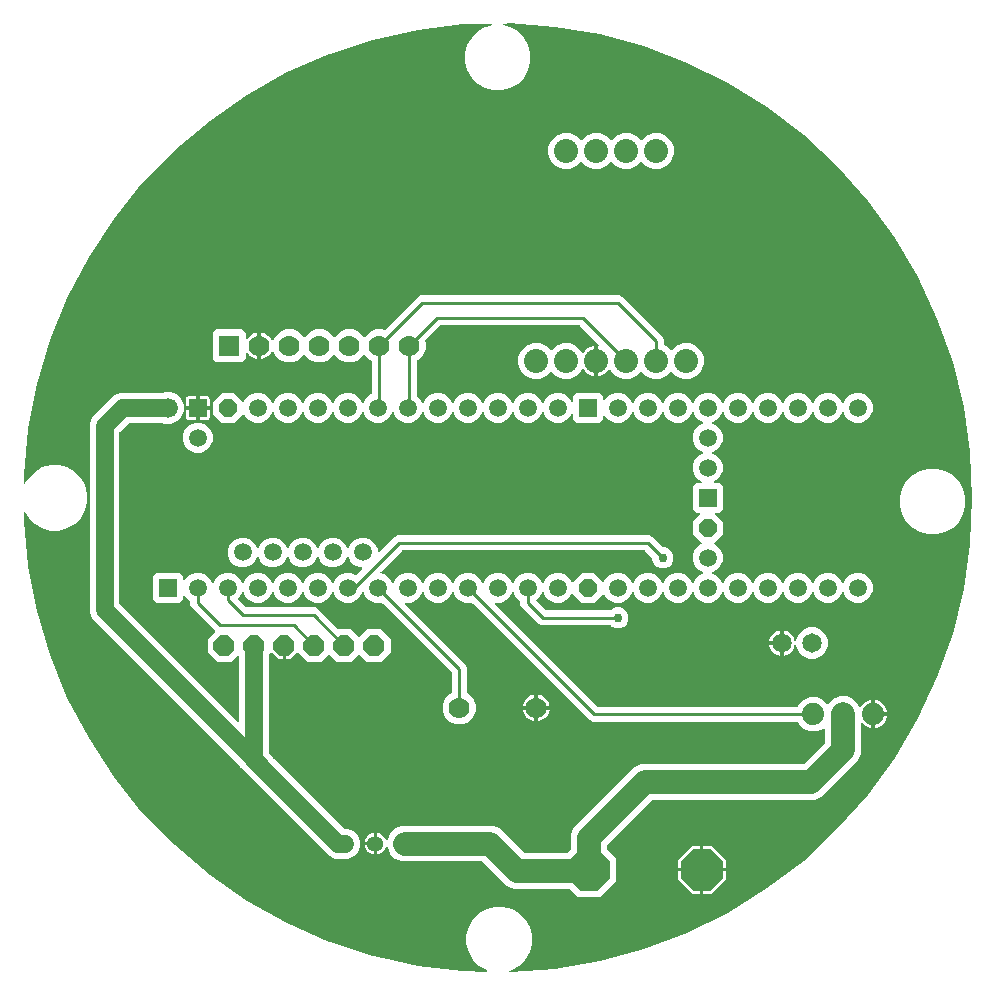
<source format=gbr>
G04 EAGLE Gerber RS-274X export*
G75*
%MOMM*%
%FSLAX34Y34*%
%LPD*%
%INBottom Copper*%
%IPPOS*%
%AMOC8*
5,1,8,0,0,1.08239X$1,22.5*%
G01*
%ADD10C,1.651000*%
%ADD11C,1.778000*%
%ADD12C,1.879600*%
%ADD13C,1.358000*%
%ADD14C,2.032000*%
%ADD15R,1.778000X1.778000*%
%ADD16R,1.508000X1.508000*%
%ADD17C,1.676400*%
%ADD18P,1.632244X8X112.500000*%
%ADD19C,1.508000*%
%ADD20P,1.924489X8X202.500000*%
%ADD21P,3.848979X8X22.500000*%
%ADD22C,2.000000*%
%ADD23C,1.500000*%
%ADD24C,0.250000*%
%ADD25C,0.756400*%

G36*
X10109Y-401681D02*
X10109Y-401681D01*
X10121Y-401681D01*
X48398Y-398901D01*
X48424Y-398895D01*
X48471Y-398892D01*
X86672Y-392368D01*
X86697Y-392359D01*
X86744Y-392352D01*
X124136Y-382171D01*
X124160Y-382160D01*
X124206Y-382148D01*
X160442Y-368406D01*
X160464Y-368393D01*
X160509Y-368377D01*
X195249Y-351201D01*
X195270Y-351186D01*
X195313Y-351166D01*
X228233Y-330718D01*
X228253Y-330700D01*
X228294Y-330676D01*
X259087Y-307146D01*
X259097Y-307135D01*
X259100Y-307133D01*
X259109Y-307124D01*
X259143Y-307098D01*
X287521Y-280707D01*
X287537Y-280686D01*
X287572Y-280654D01*
X313271Y-251646D01*
X313285Y-251624D01*
X313317Y-251589D01*
X336096Y-220237D01*
X336107Y-220213D01*
X336136Y-220175D01*
X355783Y-186771D01*
X355792Y-186746D01*
X355817Y-186705D01*
X372148Y-151561D01*
X372155Y-151536D01*
X372175Y-151493D01*
X385038Y-114936D01*
X385042Y-114914D01*
X385050Y-114897D01*
X385051Y-114887D01*
X385059Y-114865D01*
X394333Y-77238D01*
X394335Y-77212D01*
X394347Y-77165D01*
X399947Y-38818D01*
X399947Y-38793D01*
X399954Y-38745D01*
X401826Y-37D01*
X401823Y-11D01*
X401826Y37D01*
X399954Y38745D01*
X399949Y38771D01*
X399947Y38818D01*
X394347Y77166D01*
X394340Y77190D01*
X394333Y77238D01*
X385059Y114865D01*
X385049Y114889D01*
X385038Y114936D01*
X372175Y151493D01*
X372163Y151516D01*
X372148Y151561D01*
X355817Y186705D01*
X355802Y186727D01*
X355783Y186771D01*
X336136Y220175D01*
X336119Y220195D01*
X336096Y220237D01*
X313317Y251589D01*
X313298Y251607D01*
X313271Y251646D01*
X287572Y280654D01*
X287552Y280670D01*
X287521Y280707D01*
X259143Y307098D01*
X259121Y307113D01*
X259086Y307146D01*
X228294Y330676D01*
X228271Y330688D01*
X228233Y330718D01*
X195313Y351166D01*
X195289Y351175D01*
X195249Y351201D01*
X160509Y368377D01*
X160484Y368384D01*
X160441Y368406D01*
X124206Y382148D01*
X124181Y382153D01*
X124136Y382171D01*
X86744Y392352D01*
X86718Y392355D01*
X86672Y392368D01*
X48471Y398892D01*
X48445Y398892D01*
X48398Y398901D01*
X9746Y401708D01*
X9720Y401706D01*
X9673Y401710D01*
X4962Y401596D01*
X4948Y401593D01*
X4933Y401595D01*
X4827Y401571D01*
X4720Y401551D01*
X4707Y401543D01*
X4693Y401540D01*
X4601Y401483D01*
X4506Y401430D01*
X4496Y401419D01*
X4483Y401411D01*
X4414Y401328D01*
X4341Y401248D01*
X4335Y401234D01*
X4325Y401223D01*
X4286Y401122D01*
X4243Y401022D01*
X4241Y401007D01*
X4236Y400994D01*
X4231Y400886D01*
X4221Y400777D01*
X4225Y400763D01*
X4224Y400748D01*
X4254Y400644D01*
X4280Y400538D01*
X4287Y400526D01*
X4291Y400511D01*
X4353Y400422D01*
X4411Y400330D01*
X4422Y400321D01*
X4431Y400309D01*
X4517Y400244D01*
X4601Y400175D01*
X4615Y400170D01*
X4627Y400161D01*
X4783Y400100D01*
X10677Y398521D01*
X16984Y394879D01*
X22134Y389729D01*
X25776Y383422D01*
X27661Y376387D01*
X27661Y369103D01*
X25776Y362068D01*
X22134Y355761D01*
X16984Y350611D01*
X10677Y346969D01*
X3642Y345084D01*
X-3642Y345084D01*
X-10677Y346969D01*
X-16984Y350611D01*
X-22134Y355761D01*
X-25776Y362068D01*
X-27661Y369103D01*
X-27661Y376387D01*
X-25776Y383422D01*
X-22134Y389729D01*
X-16984Y394879D01*
X-10677Y398521D01*
X-5771Y399835D01*
X-5741Y399849D01*
X-5708Y399855D01*
X-5629Y399899D01*
X-5547Y399936D01*
X-5523Y399959D01*
X-5494Y399975D01*
X-5433Y400042D01*
X-5367Y400104D01*
X-5351Y400133D01*
X-5329Y400158D01*
X-5292Y400241D01*
X-5249Y400320D01*
X-5244Y400353D01*
X-5230Y400383D01*
X-5223Y400473D01*
X-5207Y400562D01*
X-5212Y400595D01*
X-5209Y400628D01*
X-5230Y400716D01*
X-5244Y400805D01*
X-5259Y400835D01*
X-5267Y400867D01*
X-5316Y400944D01*
X-5357Y401024D01*
X-5381Y401047D01*
X-5398Y401075D01*
X-5468Y401132D01*
X-5533Y401195D01*
X-5563Y401210D01*
X-5589Y401231D01*
X-5674Y401262D01*
X-5755Y401301D01*
X-5788Y401305D01*
X-5819Y401317D01*
X-5987Y401331D01*
X-29070Y400774D01*
X-29095Y400769D01*
X-29143Y400768D01*
X-67614Y396097D01*
X-67639Y396090D01*
X-67687Y396085D01*
X-105527Y387722D01*
X-105551Y387712D01*
X-105598Y387703D01*
X-142455Y375727D01*
X-142478Y375715D01*
X-142524Y375701D01*
X-178053Y360224D01*
X-178075Y360210D01*
X-178119Y360192D01*
X-211989Y341358D01*
X-212009Y341342D01*
X-212051Y341319D01*
X-243945Y319305D01*
X-243963Y319287D01*
X-244003Y319260D01*
X-273623Y294270D01*
X-273640Y294250D01*
X-273677Y294220D01*
X-300747Y266488D01*
X-300762Y266466D01*
X-300796Y266433D01*
X-325063Y236217D01*
X-325076Y236195D01*
X-325085Y236183D01*
X-325099Y236169D01*
X-325101Y236164D01*
X-325106Y236158D01*
X-346343Y203742D01*
X-346354Y203718D01*
X-346381Y203678D01*
X-364391Y169363D01*
X-364399Y169339D01*
X-364422Y169297D01*
X-379035Y133404D01*
X-379041Y133379D01*
X-379060Y133335D01*
X-390141Y96199D01*
X-390145Y96173D01*
X-390159Y96128D01*
X-397604Y58096D01*
X-397605Y58070D01*
X-397615Y58023D01*
X-401355Y19450D01*
X-401354Y19424D01*
X-401359Y19377D01*
X-401359Y12561D01*
X-401351Y12514D01*
X-401353Y12466D01*
X-401331Y12393D01*
X-401319Y12318D01*
X-401297Y12276D01*
X-401283Y12230D01*
X-401240Y12168D01*
X-401204Y12101D01*
X-401169Y12068D01*
X-401142Y12029D01*
X-401081Y11984D01*
X-401026Y11932D01*
X-400982Y11911D01*
X-400944Y11883D01*
X-400871Y11860D01*
X-400803Y11828D01*
X-400755Y11823D01*
X-400709Y11808D01*
X-400633Y11809D01*
X-400558Y11801D01*
X-400511Y11811D01*
X-400463Y11812D01*
X-400392Y11837D01*
X-400318Y11853D01*
X-400277Y11878D01*
X-400231Y11894D01*
X-400172Y11941D01*
X-400107Y11979D01*
X-400076Y12016D01*
X-400038Y12045D01*
X-399962Y12149D01*
X-399947Y12166D01*
X-399944Y12173D01*
X-399938Y12181D01*
X-397165Y16984D01*
X-392015Y22134D01*
X-385708Y25776D01*
X-378673Y27661D01*
X-371389Y27661D01*
X-364354Y25776D01*
X-358047Y22134D01*
X-352897Y16984D01*
X-349255Y10677D01*
X-347370Y3642D01*
X-347370Y-3642D01*
X-349255Y-10677D01*
X-352897Y-16984D01*
X-358047Y-22134D01*
X-364354Y-25776D01*
X-371389Y-27661D01*
X-378673Y-27661D01*
X-385708Y-25776D01*
X-392015Y-22134D01*
X-397165Y-16984D01*
X-399938Y-12181D01*
X-399969Y-12143D01*
X-399991Y-12101D01*
X-400046Y-12049D01*
X-400094Y-11990D01*
X-400135Y-11965D01*
X-400170Y-11932D01*
X-400238Y-11900D01*
X-400303Y-11859D01*
X-400349Y-11848D01*
X-400393Y-11828D01*
X-400468Y-11820D01*
X-400542Y-11802D01*
X-400589Y-11806D01*
X-400637Y-11801D01*
X-400711Y-11817D01*
X-400787Y-11824D01*
X-400831Y-11843D01*
X-400877Y-11853D01*
X-400943Y-11892D01*
X-401012Y-11923D01*
X-401047Y-11955D01*
X-401089Y-11979D01*
X-401138Y-12037D01*
X-401194Y-12088D01*
X-401217Y-12130D01*
X-401249Y-12166D01*
X-401277Y-12237D01*
X-401314Y-12303D01*
X-401322Y-12350D01*
X-401340Y-12394D01*
X-401355Y-12523D01*
X-401359Y-12545D01*
X-401358Y-12551D01*
X-401359Y-12561D01*
X-401359Y-19377D01*
X-401355Y-19403D01*
X-401355Y-19450D01*
X-397615Y-58023D01*
X-397608Y-58048D01*
X-397604Y-58096D01*
X-390159Y-96128D01*
X-390150Y-96152D01*
X-390141Y-96199D01*
X-379060Y-133335D01*
X-379048Y-133358D01*
X-379035Y-133404D01*
X-364422Y-169297D01*
X-364408Y-169319D01*
X-364391Y-169363D01*
X-346381Y-203678D01*
X-346365Y-203699D01*
X-346343Y-203742D01*
X-325106Y-236158D01*
X-325088Y-236177D01*
X-325063Y-236217D01*
X-300796Y-266433D01*
X-300776Y-266450D01*
X-300747Y-266488D01*
X-273677Y-294220D01*
X-273656Y-294235D01*
X-273623Y-294270D01*
X-244003Y-319260D01*
X-243981Y-319273D01*
X-243945Y-319305D01*
X-212051Y-341319D01*
X-212027Y-341330D01*
X-211989Y-341358D01*
X-178119Y-360192D01*
X-178094Y-360201D01*
X-178053Y-360224D01*
X-142524Y-375701D01*
X-142499Y-375708D01*
X-142455Y-375727D01*
X-105598Y-387703D01*
X-105572Y-387707D01*
X-105527Y-387722D01*
X-104442Y-387962D01*
X-100997Y-388723D01*
X-97552Y-389484D01*
X-97552Y-389485D01*
X-67687Y-396085D01*
X-67660Y-396086D01*
X-67614Y-396097D01*
X-29143Y-400768D01*
X-29117Y-400767D01*
X-29070Y-400774D01*
X-9419Y-401248D01*
X-9386Y-401244D01*
X-9353Y-401247D01*
X-9265Y-401227D01*
X-9175Y-401215D01*
X-9146Y-401200D01*
X-9113Y-401192D01*
X-9036Y-401145D01*
X-8955Y-401105D01*
X-8932Y-401081D01*
X-8903Y-401064D01*
X-8845Y-400995D01*
X-8782Y-400931D01*
X-8767Y-400901D01*
X-8745Y-400875D01*
X-8713Y-400791D01*
X-8673Y-400710D01*
X-8668Y-400677D01*
X-8656Y-400646D01*
X-8652Y-400556D01*
X-8640Y-400466D01*
X-8646Y-400434D01*
X-8644Y-400400D01*
X-8669Y-400313D01*
X-8686Y-400225D01*
X-8702Y-400196D01*
X-8712Y-400164D01*
X-8763Y-400089D01*
X-8807Y-400011D01*
X-8832Y-399988D01*
X-8851Y-399961D01*
X-8923Y-399907D01*
X-8990Y-399846D01*
X-9021Y-399833D01*
X-9047Y-399813D01*
X-9204Y-399752D01*
X-9534Y-399664D01*
X-15841Y-396022D01*
X-20991Y-390872D01*
X-24633Y-384565D01*
X-26518Y-377530D01*
X-26518Y-370246D01*
X-24633Y-363211D01*
X-20991Y-356904D01*
X-15841Y-351754D01*
X-9534Y-348112D01*
X-2499Y-346227D01*
X4785Y-346227D01*
X11820Y-348112D01*
X18127Y-351754D01*
X23277Y-356904D01*
X26919Y-363211D01*
X28804Y-370246D01*
X28804Y-377530D01*
X26919Y-384565D01*
X23277Y-390872D01*
X18127Y-396022D01*
X11820Y-399664D01*
X9869Y-400186D01*
X9822Y-400208D01*
X9771Y-400220D01*
X9710Y-400258D01*
X9645Y-400288D01*
X9607Y-400323D01*
X9563Y-400350D01*
X9517Y-400406D01*
X9464Y-400455D01*
X9440Y-400500D01*
X9407Y-400540D01*
X9381Y-400608D01*
X9347Y-400671D01*
X9338Y-400722D01*
X9320Y-400770D01*
X9317Y-400842D01*
X9305Y-400913D01*
X9312Y-400965D01*
X9310Y-401016D01*
X9331Y-401085D01*
X9342Y-401157D01*
X9365Y-401202D01*
X9380Y-401252D01*
X9422Y-401311D01*
X9454Y-401375D01*
X9491Y-401411D01*
X9521Y-401454D01*
X9579Y-401496D01*
X9631Y-401547D01*
X9678Y-401569D01*
X9719Y-401599D01*
X9788Y-401621D01*
X9853Y-401653D01*
X9904Y-401659D01*
X9953Y-401675D01*
X10070Y-401679D01*
X10097Y-401682D01*
X10109Y-401681D01*
G37*
%LPC*%
G36*
X67789Y-337567D02*
X67789Y-337567D01*
X61375Y-331153D01*
X61301Y-331100D01*
X61231Y-331040D01*
X61201Y-331028D01*
X61175Y-331009D01*
X61088Y-330982D01*
X61003Y-330948D01*
X60962Y-330944D01*
X60940Y-330937D01*
X60908Y-330938D01*
X60836Y-330930D01*
X13383Y-330930D01*
X7840Y-328634D01*
X3491Y-324284D01*
X-12793Y-308001D01*
X-12867Y-307948D01*
X-12936Y-307888D01*
X-12966Y-307876D01*
X-12992Y-307857D01*
X-13079Y-307830D01*
X-13164Y-307796D01*
X-13205Y-307792D01*
X-13228Y-307785D01*
X-13260Y-307786D01*
X-13331Y-307778D01*
X-81147Y-307778D01*
X-86690Y-305482D01*
X-90932Y-301240D01*
X-93256Y-295629D01*
X-93293Y-295569D01*
X-93323Y-295503D01*
X-93358Y-295465D01*
X-93385Y-295420D01*
X-93440Y-295375D01*
X-93489Y-295322D01*
X-93535Y-295297D01*
X-93575Y-295264D01*
X-93642Y-295238D01*
X-93704Y-295203D01*
X-93756Y-295194D01*
X-93804Y-295175D01*
X-93876Y-295172D01*
X-93946Y-295160D01*
X-93998Y-295167D01*
X-94050Y-295165D01*
X-94119Y-295185D01*
X-94190Y-295195D01*
X-94236Y-295219D01*
X-94286Y-295234D01*
X-94345Y-295274D01*
X-94409Y-295307D01*
X-94446Y-295344D01*
X-94488Y-295374D01*
X-94531Y-295431D01*
X-94581Y-295483D01*
X-94616Y-295545D01*
X-94635Y-295571D01*
X-94642Y-295593D01*
X-94662Y-295629D01*
X-95278Y-297117D01*
X-96299Y-298645D01*
X-97599Y-299945D01*
X-99127Y-300966D01*
X-100825Y-301669D01*
X-102024Y-301908D01*
X-102024Y-293459D01*
X-102027Y-293439D01*
X-102025Y-293420D01*
X-102047Y-293318D01*
X-102064Y-293216D01*
X-102073Y-293199D01*
X-102077Y-293179D01*
X-102130Y-293090D01*
X-102179Y-292999D01*
X-102193Y-292985D01*
X-102203Y-292968D01*
X-102282Y-292901D01*
X-102357Y-292830D01*
X-102375Y-292821D01*
X-102390Y-292808D01*
X-102486Y-292770D01*
X-102580Y-292726D01*
X-102600Y-292724D01*
X-102618Y-292716D01*
X-102785Y-292698D01*
X-103548Y-292698D01*
X-103548Y-292696D01*
X-102785Y-292696D01*
X-102765Y-292693D01*
X-102746Y-292695D01*
X-102644Y-292673D01*
X-102542Y-292656D01*
X-102525Y-292647D01*
X-102505Y-292643D01*
X-102416Y-292590D01*
X-102325Y-292541D01*
X-102311Y-292527D01*
X-102294Y-292517D01*
X-102227Y-292438D01*
X-102156Y-292363D01*
X-102147Y-292345D01*
X-102134Y-292330D01*
X-102095Y-292234D01*
X-102052Y-292140D01*
X-102050Y-292120D01*
X-102042Y-292102D01*
X-102024Y-291935D01*
X-102024Y-283486D01*
X-100825Y-283725D01*
X-99127Y-284428D01*
X-97599Y-285449D01*
X-96299Y-286749D01*
X-95278Y-288277D01*
X-94662Y-289765D01*
X-94624Y-289826D01*
X-94595Y-289891D01*
X-94560Y-289929D01*
X-94533Y-289974D01*
X-94477Y-290019D01*
X-94429Y-290072D01*
X-94383Y-290097D01*
X-94343Y-290130D01*
X-94276Y-290156D01*
X-94213Y-290191D01*
X-94162Y-290200D01*
X-94113Y-290219D01*
X-94042Y-290222D01*
X-93971Y-290234D01*
X-93920Y-290227D01*
X-93868Y-290229D01*
X-93799Y-290209D01*
X-93728Y-290199D01*
X-93682Y-290175D01*
X-93632Y-290160D01*
X-93573Y-290120D01*
X-93509Y-290087D01*
X-93472Y-290050D01*
X-93429Y-290020D01*
X-93387Y-289963D01*
X-93336Y-289911D01*
X-93302Y-289849D01*
X-93283Y-289823D01*
X-93275Y-289801D01*
X-93256Y-289765D01*
X-90932Y-284154D01*
X-86690Y-279912D01*
X-81147Y-277616D01*
X-3769Y-277616D01*
X1774Y-279912D01*
X22407Y-300545D01*
X22481Y-300598D01*
X22550Y-300658D01*
X22580Y-300670D01*
X22606Y-300689D01*
X22693Y-300716D01*
X22778Y-300750D01*
X22819Y-300754D01*
X22842Y-300761D01*
X22874Y-300760D01*
X22945Y-300768D01*
X58550Y-300768D01*
X58641Y-300754D01*
X58731Y-300746D01*
X58761Y-300734D01*
X58793Y-300729D01*
X58874Y-300686D01*
X58958Y-300650D01*
X58990Y-300624D01*
X59011Y-300613D01*
X59033Y-300590D01*
X59089Y-300545D01*
X61954Y-297680D01*
X62007Y-297606D01*
X62067Y-297536D01*
X62079Y-297506D01*
X62098Y-297480D01*
X62125Y-297393D01*
X62159Y-297308D01*
X62163Y-297267D01*
X62170Y-297245D01*
X62169Y-297213D01*
X62177Y-297141D01*
X62177Y-284613D01*
X64473Y-279070D01*
X115790Y-227753D01*
X121333Y-225457D01*
X258868Y-225457D01*
X258958Y-225443D01*
X259049Y-225435D01*
X259079Y-225423D01*
X259111Y-225418D01*
X259191Y-225375D01*
X259275Y-225339D01*
X259307Y-225313D01*
X259328Y-225302D01*
X259350Y-225279D01*
X259406Y-225234D01*
X277177Y-207463D01*
X277230Y-207389D01*
X277290Y-207320D01*
X277302Y-207290D01*
X277321Y-207264D01*
X277348Y-207177D01*
X277382Y-207092D01*
X277386Y-207051D01*
X277393Y-207028D01*
X277392Y-206996D01*
X277400Y-206925D01*
X277400Y-195129D01*
X277389Y-195058D01*
X277387Y-194986D01*
X277369Y-194937D01*
X277361Y-194886D01*
X277327Y-194822D01*
X277302Y-194755D01*
X277270Y-194714D01*
X277245Y-194668D01*
X277193Y-194619D01*
X277149Y-194563D01*
X277105Y-194535D01*
X277067Y-194499D01*
X277002Y-194469D01*
X276942Y-194430D01*
X276891Y-194417D01*
X276844Y-194395D01*
X276773Y-194388D01*
X276703Y-194370D01*
X276651Y-194374D01*
X276600Y-194368D01*
X276529Y-194384D01*
X276458Y-194389D01*
X276410Y-194409D01*
X276359Y-194421D01*
X276298Y-194457D01*
X276232Y-194485D01*
X276176Y-194530D01*
X276148Y-194547D01*
X276133Y-194565D01*
X276101Y-194590D01*
X275283Y-195408D01*
X269961Y-197613D01*
X264201Y-197613D01*
X258879Y-195408D01*
X254807Y-191336D01*
X254226Y-189935D01*
X254164Y-189835D01*
X254105Y-189735D01*
X254100Y-189731D01*
X254097Y-189726D01*
X254006Y-189651D01*
X253918Y-189575D01*
X253912Y-189573D01*
X253907Y-189569D01*
X253799Y-189527D01*
X253690Y-189483D01*
X253682Y-189482D01*
X253678Y-189481D01*
X253659Y-189480D01*
X253523Y-189465D01*
X80275Y-189465D01*
X77948Y-188501D01*
X76060Y-186613D01*
X-21712Y-88841D01*
X-21805Y-88774D01*
X-21900Y-88703D01*
X-21906Y-88701D01*
X-21911Y-88698D01*
X-22022Y-88664D01*
X-22134Y-88627D01*
X-22140Y-88627D01*
X-22146Y-88626D01*
X-22263Y-88629D01*
X-22380Y-88630D01*
X-22387Y-88632D01*
X-22392Y-88632D01*
X-22410Y-88638D01*
X-22541Y-88676D01*
X-22890Y-88821D01*
X-27910Y-88821D01*
X-32549Y-86899D01*
X-36099Y-83349D01*
X-37397Y-80217D01*
X-37435Y-80156D01*
X-37464Y-80091D01*
X-37499Y-80052D01*
X-37526Y-80008D01*
X-37582Y-79962D01*
X-37630Y-79909D01*
X-37676Y-79884D01*
X-37716Y-79851D01*
X-37783Y-79825D01*
X-37846Y-79791D01*
X-37897Y-79782D01*
X-37945Y-79763D01*
X-38017Y-79760D01*
X-38088Y-79747D01*
X-38139Y-79755D01*
X-38191Y-79753D01*
X-38260Y-79772D01*
X-38331Y-79783D01*
X-38377Y-79807D01*
X-38427Y-79821D01*
X-38486Y-79862D01*
X-38550Y-79894D01*
X-38587Y-79932D01*
X-38629Y-79961D01*
X-38672Y-80019D01*
X-38722Y-80070D01*
X-38757Y-80133D01*
X-38776Y-80159D01*
X-38783Y-80181D01*
X-38803Y-80217D01*
X-40101Y-83349D01*
X-43651Y-86899D01*
X-48290Y-88821D01*
X-53310Y-88821D01*
X-57949Y-86899D01*
X-61499Y-83349D01*
X-62797Y-80217D01*
X-62835Y-80156D01*
X-62864Y-80091D01*
X-62899Y-80052D01*
X-62926Y-80008D01*
X-62982Y-79962D01*
X-63030Y-79909D01*
X-63076Y-79884D01*
X-63116Y-79851D01*
X-63183Y-79825D01*
X-63246Y-79791D01*
X-63297Y-79782D01*
X-63345Y-79763D01*
X-63417Y-79760D01*
X-63488Y-79747D01*
X-63539Y-79755D01*
X-63591Y-79753D01*
X-63660Y-79772D01*
X-63731Y-79783D01*
X-63777Y-79807D01*
X-63827Y-79821D01*
X-63886Y-79862D01*
X-63950Y-79894D01*
X-63987Y-79932D01*
X-64029Y-79961D01*
X-64072Y-80019D01*
X-64122Y-80070D01*
X-64157Y-80133D01*
X-64176Y-80159D01*
X-64183Y-80181D01*
X-64203Y-80217D01*
X-65501Y-83349D01*
X-69051Y-86899D01*
X-73690Y-88821D01*
X-78188Y-88821D01*
X-78259Y-88832D01*
X-78331Y-88834D01*
X-78380Y-88852D01*
X-78431Y-88860D01*
X-78495Y-88894D01*
X-78562Y-88919D01*
X-78603Y-88951D01*
X-78649Y-88976D01*
X-78698Y-89028D01*
X-78754Y-89072D01*
X-78782Y-89116D01*
X-78818Y-89154D01*
X-78848Y-89219D01*
X-78887Y-89279D01*
X-78900Y-89330D01*
X-78922Y-89377D01*
X-78929Y-89448D01*
X-78947Y-89518D01*
X-78943Y-89570D01*
X-78949Y-89621D01*
X-78933Y-89692D01*
X-78928Y-89763D01*
X-78908Y-89811D01*
X-78896Y-89862D01*
X-78860Y-89923D01*
X-78832Y-89989D01*
X-78787Y-90045D01*
X-78770Y-90073D01*
X-78752Y-90088D01*
X-78727Y-90120D01*
X-29021Y-139826D01*
X-27133Y-141714D01*
X-26169Y-144041D01*
X-26169Y-164792D01*
X-26150Y-164906D01*
X-26133Y-165023D01*
X-26131Y-165028D01*
X-26130Y-165035D01*
X-26075Y-165137D01*
X-26022Y-165242D01*
X-26017Y-165246D01*
X-26014Y-165252D01*
X-25930Y-165332D01*
X-25846Y-165414D01*
X-25840Y-165418D01*
X-25836Y-165421D01*
X-25819Y-165429D01*
X-25699Y-165495D01*
X-24586Y-165956D01*
X-20656Y-169886D01*
X-18529Y-175021D01*
X-18529Y-180579D01*
X-20656Y-185714D01*
X-24586Y-189644D01*
X-29721Y-191771D01*
X-35279Y-191771D01*
X-40414Y-189644D01*
X-44344Y-185714D01*
X-46471Y-180579D01*
X-46471Y-175021D01*
X-44344Y-169886D01*
X-40414Y-165956D01*
X-39301Y-165495D01*
X-39201Y-165433D01*
X-39101Y-165374D01*
X-39097Y-165369D01*
X-39092Y-165366D01*
X-39017Y-165275D01*
X-38941Y-165187D01*
X-38939Y-165181D01*
X-38935Y-165176D01*
X-38893Y-165068D01*
X-38849Y-164959D01*
X-38848Y-164951D01*
X-38847Y-164946D01*
X-38846Y-164928D01*
X-38831Y-164792D01*
X-38831Y-148238D01*
X-38845Y-148148D01*
X-38853Y-148057D01*
X-38865Y-148027D01*
X-38870Y-147995D01*
X-38913Y-147914D01*
X-38949Y-147830D01*
X-38975Y-147798D01*
X-38986Y-147777D01*
X-39009Y-147755D01*
X-39054Y-147699D01*
X-97912Y-88841D01*
X-98005Y-88774D01*
X-98100Y-88703D01*
X-98106Y-88701D01*
X-98111Y-88698D01*
X-98222Y-88664D01*
X-98334Y-88627D01*
X-98340Y-88627D01*
X-98346Y-88626D01*
X-98463Y-88629D01*
X-98580Y-88630D01*
X-98587Y-88632D01*
X-98592Y-88632D01*
X-98610Y-88638D01*
X-98741Y-88676D01*
X-99090Y-88821D01*
X-104110Y-88821D01*
X-108749Y-86899D01*
X-112299Y-83349D01*
X-113597Y-80217D01*
X-113635Y-80156D01*
X-113664Y-80091D01*
X-113699Y-80052D01*
X-113726Y-80008D01*
X-113782Y-79962D01*
X-113830Y-79909D01*
X-113876Y-79884D01*
X-113916Y-79851D01*
X-113983Y-79825D01*
X-114046Y-79791D01*
X-114097Y-79782D01*
X-114145Y-79763D01*
X-114217Y-79760D01*
X-114288Y-79747D01*
X-114339Y-79755D01*
X-114391Y-79753D01*
X-114460Y-79772D01*
X-114531Y-79783D01*
X-114577Y-79807D01*
X-114627Y-79821D01*
X-114686Y-79862D01*
X-114750Y-79894D01*
X-114787Y-79932D01*
X-114829Y-79961D01*
X-114872Y-80019D01*
X-114922Y-80070D01*
X-114957Y-80133D01*
X-114976Y-80159D01*
X-114983Y-80181D01*
X-115003Y-80217D01*
X-116301Y-83349D01*
X-119851Y-86899D01*
X-124490Y-88821D01*
X-129510Y-88821D01*
X-134149Y-86899D01*
X-137699Y-83349D01*
X-138997Y-80217D01*
X-139035Y-80156D01*
X-139064Y-80091D01*
X-139099Y-80052D01*
X-139126Y-80008D01*
X-139182Y-79962D01*
X-139230Y-79909D01*
X-139276Y-79884D01*
X-139316Y-79851D01*
X-139383Y-79825D01*
X-139446Y-79791D01*
X-139497Y-79782D01*
X-139545Y-79763D01*
X-139617Y-79760D01*
X-139688Y-79747D01*
X-139739Y-79755D01*
X-139791Y-79753D01*
X-139860Y-79772D01*
X-139931Y-79783D01*
X-139977Y-79807D01*
X-140027Y-79821D01*
X-140086Y-79862D01*
X-140150Y-79894D01*
X-140187Y-79932D01*
X-140229Y-79961D01*
X-140272Y-80019D01*
X-140322Y-80070D01*
X-140357Y-80133D01*
X-140376Y-80159D01*
X-140383Y-80181D01*
X-140403Y-80217D01*
X-141701Y-83349D01*
X-145251Y-86899D01*
X-149890Y-88821D01*
X-154910Y-88821D01*
X-159549Y-86899D01*
X-163099Y-83349D01*
X-164397Y-80217D01*
X-164435Y-80156D01*
X-164464Y-80091D01*
X-164499Y-80052D01*
X-164526Y-80008D01*
X-164582Y-79962D01*
X-164630Y-79909D01*
X-164676Y-79884D01*
X-164716Y-79851D01*
X-164783Y-79825D01*
X-164846Y-79791D01*
X-164897Y-79782D01*
X-164945Y-79763D01*
X-165017Y-79760D01*
X-165088Y-79747D01*
X-165139Y-79755D01*
X-165191Y-79753D01*
X-165260Y-79772D01*
X-165331Y-79783D01*
X-165377Y-79807D01*
X-165427Y-79821D01*
X-165486Y-79862D01*
X-165550Y-79894D01*
X-165587Y-79932D01*
X-165629Y-79961D01*
X-165672Y-80019D01*
X-165722Y-80070D01*
X-165757Y-80133D01*
X-165776Y-80159D01*
X-165783Y-80181D01*
X-165803Y-80217D01*
X-167101Y-83349D01*
X-170651Y-86899D01*
X-175290Y-88821D01*
X-180310Y-88821D01*
X-184949Y-86899D01*
X-188499Y-83349D01*
X-189797Y-80217D01*
X-189835Y-80156D01*
X-189864Y-80091D01*
X-189899Y-80052D01*
X-189926Y-80008D01*
X-189982Y-79962D01*
X-190030Y-79909D01*
X-190076Y-79884D01*
X-190116Y-79851D01*
X-190183Y-79825D01*
X-190246Y-79791D01*
X-190297Y-79782D01*
X-190345Y-79763D01*
X-190417Y-79760D01*
X-190488Y-79747D01*
X-190539Y-79755D01*
X-190591Y-79753D01*
X-190660Y-79772D01*
X-190731Y-79783D01*
X-190777Y-79807D01*
X-190827Y-79821D01*
X-190886Y-79862D01*
X-190950Y-79894D01*
X-190987Y-79932D01*
X-191029Y-79961D01*
X-191072Y-80019D01*
X-191122Y-80070D01*
X-191157Y-80133D01*
X-191176Y-80159D01*
X-191183Y-80181D01*
X-191203Y-80217D01*
X-192501Y-83349D01*
X-196051Y-86899D01*
X-200690Y-88821D01*
X-205710Y-88821D01*
X-210349Y-86899D01*
X-213899Y-83349D01*
X-215197Y-80217D01*
X-215235Y-80156D01*
X-215264Y-80091D01*
X-215299Y-80052D01*
X-215326Y-80008D01*
X-215382Y-79962D01*
X-215430Y-79909D01*
X-215476Y-79884D01*
X-215516Y-79851D01*
X-215583Y-79825D01*
X-215646Y-79791D01*
X-215697Y-79782D01*
X-215745Y-79763D01*
X-215817Y-79760D01*
X-215888Y-79747D01*
X-215939Y-79755D01*
X-215991Y-79753D01*
X-216060Y-79772D01*
X-216131Y-79783D01*
X-216177Y-79807D01*
X-216227Y-79821D01*
X-216286Y-79862D01*
X-216350Y-79894D01*
X-216387Y-79932D01*
X-216429Y-79961D01*
X-216472Y-80019D01*
X-216522Y-80070D01*
X-216557Y-80133D01*
X-216576Y-80159D01*
X-216583Y-80181D01*
X-216603Y-80217D01*
X-217901Y-83349D01*
X-219741Y-85189D01*
X-219753Y-85206D01*
X-219768Y-85218D01*
X-219824Y-85305D01*
X-219885Y-85389D01*
X-219890Y-85408D01*
X-219901Y-85425D01*
X-219926Y-85525D01*
X-219957Y-85624D01*
X-219956Y-85644D01*
X-219961Y-85663D01*
X-219953Y-85766D01*
X-219951Y-85870D01*
X-219944Y-85889D01*
X-219942Y-85909D01*
X-219902Y-86004D01*
X-219866Y-86101D01*
X-219854Y-86117D01*
X-219846Y-86135D01*
X-219741Y-86266D01*
X-213501Y-92506D01*
X-213427Y-92559D01*
X-213357Y-92619D01*
X-213327Y-92631D01*
X-213301Y-92650D01*
X-213214Y-92677D01*
X-213129Y-92711D01*
X-213088Y-92715D01*
X-213066Y-92722D01*
X-213034Y-92721D01*
X-212962Y-92729D01*
X-154697Y-92729D01*
X-152370Y-93693D01*
X-150482Y-95581D01*
X-135162Y-110901D01*
X-135088Y-110954D01*
X-135018Y-111014D01*
X-134988Y-111026D01*
X-134962Y-111045D01*
X-134875Y-111072D01*
X-134790Y-111106D01*
X-134749Y-111110D01*
X-134727Y-111117D01*
X-134695Y-111116D01*
X-134623Y-111124D01*
X-124134Y-111124D01*
X-117759Y-117499D01*
X-117743Y-117511D01*
X-117731Y-117526D01*
X-117643Y-117582D01*
X-117560Y-117643D01*
X-117541Y-117649D01*
X-117524Y-117659D01*
X-117423Y-117685D01*
X-117324Y-117715D01*
X-117305Y-117715D01*
X-117285Y-117719D01*
X-117182Y-117711D01*
X-117079Y-117709D01*
X-117060Y-117702D01*
X-117040Y-117700D01*
X-116945Y-117660D01*
X-116848Y-117624D01*
X-116832Y-117612D01*
X-116814Y-117604D01*
X-116683Y-117499D01*
X-110308Y-111124D01*
X-98734Y-111124D01*
X-90550Y-119308D01*
X-90550Y-130882D01*
X-98734Y-139066D01*
X-110308Y-139066D01*
X-116683Y-132691D01*
X-116699Y-132679D01*
X-116711Y-132664D01*
X-116799Y-132608D01*
X-116882Y-132547D01*
X-116901Y-132541D01*
X-116918Y-132531D01*
X-117019Y-132505D01*
X-117118Y-132475D01*
X-117137Y-132475D01*
X-117157Y-132471D01*
X-117260Y-132479D01*
X-117363Y-132481D01*
X-117382Y-132488D01*
X-117402Y-132490D01*
X-117497Y-132530D01*
X-117594Y-132566D01*
X-117610Y-132578D01*
X-117628Y-132586D01*
X-117759Y-132691D01*
X-124134Y-139066D01*
X-135708Y-139066D01*
X-142083Y-132691D01*
X-142099Y-132679D01*
X-142111Y-132664D01*
X-142199Y-132608D01*
X-142282Y-132547D01*
X-142301Y-132541D01*
X-142318Y-132531D01*
X-142419Y-132505D01*
X-142518Y-132475D01*
X-142537Y-132475D01*
X-142557Y-132471D01*
X-142660Y-132479D01*
X-142763Y-132481D01*
X-142782Y-132488D01*
X-142802Y-132490D01*
X-142897Y-132530D01*
X-142994Y-132566D01*
X-143010Y-132578D01*
X-143028Y-132586D01*
X-143159Y-132691D01*
X-149534Y-139066D01*
X-161108Y-139066D01*
X-169279Y-130895D01*
X-169295Y-130883D01*
X-169307Y-130868D01*
X-169372Y-130826D01*
X-169416Y-130788D01*
X-169441Y-130779D01*
X-169478Y-130751D01*
X-169497Y-130745D01*
X-169514Y-130735D01*
X-169608Y-130711D01*
X-169644Y-130696D01*
X-169663Y-130694D01*
X-169714Y-130679D01*
X-169734Y-130679D01*
X-169753Y-130675D01*
X-169805Y-130679D01*
X-169811Y-130678D01*
X-169823Y-130678D01*
X-169847Y-130682D01*
X-169856Y-130683D01*
X-169959Y-130685D01*
X-169978Y-130692D01*
X-169998Y-130694D01*
X-170047Y-130715D01*
X-170066Y-130718D01*
X-170105Y-130739D01*
X-170190Y-130770D01*
X-170206Y-130782D01*
X-170224Y-130790D01*
X-170267Y-130824D01*
X-170283Y-130833D01*
X-170301Y-130851D01*
X-170355Y-130895D01*
X-175986Y-136526D01*
X-179198Y-136526D01*
X-179198Y-125857D01*
X-179201Y-125837D01*
X-179199Y-125818D01*
X-179221Y-125716D01*
X-179238Y-125614D01*
X-179247Y-125597D01*
X-179251Y-125577D01*
X-179304Y-125488D01*
X-179353Y-125397D01*
X-179367Y-125383D01*
X-179377Y-125366D01*
X-179456Y-125299D01*
X-179531Y-125228D01*
X-179549Y-125219D01*
X-179564Y-125206D01*
X-179660Y-125168D01*
X-179754Y-125124D01*
X-179774Y-125122D01*
X-179792Y-125114D01*
X-179959Y-125096D01*
X-181483Y-125096D01*
X-181503Y-125099D01*
X-181522Y-125097D01*
X-181624Y-125119D01*
X-181726Y-125136D01*
X-181743Y-125145D01*
X-181763Y-125149D01*
X-181852Y-125202D01*
X-181943Y-125251D01*
X-181957Y-125265D01*
X-181974Y-125275D01*
X-182041Y-125354D01*
X-182112Y-125429D01*
X-182121Y-125447D01*
X-182134Y-125462D01*
X-182173Y-125558D01*
X-182216Y-125652D01*
X-182218Y-125672D01*
X-182226Y-125690D01*
X-182244Y-125857D01*
X-182244Y-136526D01*
X-185456Y-136526D01*
X-191087Y-130895D01*
X-191103Y-130883D01*
X-191115Y-130868D01*
X-191180Y-130826D01*
X-191224Y-130788D01*
X-191248Y-130779D01*
X-191286Y-130751D01*
X-191305Y-130745D01*
X-191322Y-130735D01*
X-191416Y-130711D01*
X-191452Y-130696D01*
X-191471Y-130694D01*
X-191521Y-130679D01*
X-191541Y-130679D01*
X-191561Y-130675D01*
X-191613Y-130679D01*
X-191619Y-130678D01*
X-191631Y-130678D01*
X-191655Y-130682D01*
X-191664Y-130683D01*
X-191767Y-130685D01*
X-191786Y-130692D01*
X-191806Y-130694D01*
X-191855Y-130715D01*
X-191874Y-130718D01*
X-191913Y-130739D01*
X-191998Y-130770D01*
X-192014Y-130782D01*
X-192032Y-130790D01*
X-192075Y-130824D01*
X-192091Y-130833D01*
X-192109Y-130851D01*
X-192163Y-130895D01*
X-193317Y-132049D01*
X-193370Y-132123D01*
X-193430Y-132192D01*
X-193442Y-132222D01*
X-193461Y-132249D01*
X-193488Y-132336D01*
X-193522Y-132420D01*
X-193526Y-132461D01*
X-193533Y-132484D01*
X-193532Y-132516D01*
X-193540Y-132587D01*
X-193540Y-216093D01*
X-193526Y-216183D01*
X-193518Y-216274D01*
X-193506Y-216303D01*
X-193501Y-216335D01*
X-193458Y-216416D01*
X-193422Y-216500D01*
X-193396Y-216532D01*
X-193385Y-216553D01*
X-193362Y-216575D01*
X-193317Y-216631D01*
X-190503Y-219446D01*
X-190291Y-219956D01*
X-190257Y-220012D01*
X-190231Y-220072D01*
X-190179Y-220137D01*
X-190161Y-220165D01*
X-190146Y-220178D01*
X-190126Y-220203D01*
X-130436Y-279893D01*
X-130362Y-279946D01*
X-130292Y-280006D01*
X-130262Y-280018D01*
X-130236Y-280037D01*
X-130149Y-280064D01*
X-130064Y-280098D01*
X-130023Y-280102D01*
X-130001Y-280109D01*
X-129969Y-280108D01*
X-129898Y-280116D01*
X-126445Y-280116D01*
X-121821Y-282032D01*
X-118282Y-285571D01*
X-116366Y-290195D01*
X-116366Y-295199D01*
X-118282Y-299823D01*
X-122075Y-303616D01*
X-126699Y-305532D01*
X-137672Y-305532D01*
X-142296Y-303616D01*
X-216786Y-229126D01*
X-216998Y-228616D01*
X-217032Y-228560D01*
X-217058Y-228500D01*
X-217110Y-228435D01*
X-217128Y-228407D01*
X-217143Y-228394D01*
X-217147Y-228388D01*
X-217163Y-228369D01*
X-343532Y-101999D01*
X-345448Y-97375D01*
X-345448Y63335D01*
X-343532Y67959D01*
X-324626Y86865D01*
X-320002Y88781D01*
X-284359Y88781D01*
X-284294Y88791D01*
X-284228Y88792D01*
X-284148Y88815D01*
X-284116Y88820D01*
X-284099Y88830D01*
X-284067Y88839D01*
X-282078Y89663D01*
X-276722Y89663D01*
X-271774Y87613D01*
X-267987Y83826D01*
X-265937Y78878D01*
X-265937Y73522D01*
X-267987Y68574D01*
X-271774Y64787D01*
X-276722Y62737D01*
X-282078Y62737D01*
X-284067Y63561D01*
X-284131Y63576D01*
X-284192Y63601D01*
X-284275Y63610D01*
X-284307Y63617D01*
X-284326Y63616D01*
X-284359Y63619D01*
X-311974Y63619D01*
X-312064Y63605D01*
X-312155Y63597D01*
X-312184Y63585D01*
X-312216Y63580D01*
X-312297Y63537D01*
X-312381Y63501D01*
X-312413Y63475D01*
X-312434Y63464D01*
X-312456Y63441D01*
X-312512Y63396D01*
X-320063Y55845D01*
X-320116Y55771D01*
X-320176Y55701D01*
X-320188Y55671D01*
X-320207Y55645D01*
X-320234Y55558D01*
X-320268Y55473D01*
X-320272Y55432D01*
X-320279Y55410D01*
X-320278Y55378D01*
X-320286Y55307D01*
X-320286Y-89347D01*
X-320272Y-89437D01*
X-320264Y-89528D01*
X-320252Y-89557D01*
X-320247Y-89589D01*
X-320204Y-89670D01*
X-320168Y-89754D01*
X-320142Y-89786D01*
X-320131Y-89807D01*
X-320108Y-89829D01*
X-320063Y-89885D01*
X-220001Y-189947D01*
X-219943Y-189989D01*
X-219891Y-190038D01*
X-219844Y-190060D01*
X-219802Y-190090D01*
X-219733Y-190111D01*
X-219668Y-190142D01*
X-219616Y-190147D01*
X-219566Y-190163D01*
X-219495Y-190161D01*
X-219424Y-190169D01*
X-219373Y-190158D01*
X-219321Y-190156D01*
X-219253Y-190132D01*
X-219183Y-190117D01*
X-219139Y-190090D01*
X-219090Y-190072D01*
X-219034Y-190027D01*
X-218972Y-189990D01*
X-218938Y-189951D01*
X-218898Y-189918D01*
X-218859Y-189858D01*
X-218812Y-189803D01*
X-218793Y-189755D01*
X-218765Y-189711D01*
X-218747Y-189642D01*
X-218720Y-189575D01*
X-218712Y-189504D01*
X-218704Y-189473D01*
X-218706Y-189450D01*
X-218702Y-189409D01*
X-218702Y-133871D01*
X-218713Y-133800D01*
X-218715Y-133729D01*
X-218733Y-133680D01*
X-218741Y-133628D01*
X-218775Y-133565D01*
X-218800Y-133498D01*
X-218832Y-133457D01*
X-218857Y-133411D01*
X-218909Y-133362D01*
X-218953Y-133306D01*
X-218997Y-133277D01*
X-219035Y-133242D01*
X-219100Y-133211D01*
X-219160Y-133173D01*
X-219211Y-133160D01*
X-219258Y-133138D01*
X-219329Y-133130D01*
X-219399Y-133113D01*
X-219451Y-133117D01*
X-219502Y-133111D01*
X-219573Y-133126D01*
X-219644Y-133132D01*
X-219692Y-133152D01*
X-219743Y-133163D01*
X-219804Y-133200D01*
X-219870Y-133228D01*
X-219926Y-133273D01*
X-219954Y-133289D01*
X-219969Y-133307D01*
X-220001Y-133333D01*
X-225734Y-139066D01*
X-237308Y-139066D01*
X-245492Y-130882D01*
X-245492Y-119308D01*
X-239557Y-113373D01*
X-239545Y-113357D01*
X-239529Y-113344D01*
X-239473Y-113257D01*
X-239413Y-113173D01*
X-239407Y-113154D01*
X-239396Y-113137D01*
X-239371Y-113037D01*
X-239341Y-112938D01*
X-239341Y-112918D01*
X-239336Y-112899D01*
X-239344Y-112796D01*
X-239347Y-112692D01*
X-239354Y-112674D01*
X-239355Y-112654D01*
X-239396Y-112559D01*
X-239431Y-112461D01*
X-239444Y-112446D01*
X-239452Y-112427D01*
X-239557Y-112296D01*
X-259367Y-92486D01*
X-260331Y-90159D01*
X-260331Y-87747D01*
X-260349Y-87632D01*
X-260367Y-87516D01*
X-260369Y-87510D01*
X-260370Y-87504D01*
X-260425Y-87401D01*
X-260478Y-87297D01*
X-260483Y-87292D01*
X-260486Y-87287D01*
X-260570Y-87206D01*
X-260654Y-87125D01*
X-260660Y-87121D01*
X-260664Y-87117D01*
X-260681Y-87110D01*
X-260801Y-87044D01*
X-261149Y-86899D01*
X-264699Y-83349D01*
X-265315Y-81863D01*
X-265366Y-81780D01*
X-265412Y-81695D01*
X-265430Y-81677D01*
X-265444Y-81654D01*
X-265520Y-81592D01*
X-265590Y-81525D01*
X-265614Y-81514D01*
X-265634Y-81498D01*
X-265725Y-81463D01*
X-265813Y-81422D01*
X-265839Y-81419D01*
X-265863Y-81409D01*
X-265961Y-81405D01*
X-266057Y-81394D01*
X-266083Y-81400D01*
X-266109Y-81399D01*
X-266203Y-81426D01*
X-266298Y-81447D01*
X-266320Y-81460D01*
X-266345Y-81467D01*
X-266425Y-81523D01*
X-266509Y-81573D01*
X-266526Y-81593D01*
X-266547Y-81608D01*
X-266606Y-81686D01*
X-266669Y-81760D01*
X-266679Y-81784D01*
X-266694Y-81805D01*
X-266724Y-81898D01*
X-266761Y-81988D01*
X-266764Y-82020D01*
X-266770Y-82039D01*
X-266770Y-82072D01*
X-266779Y-82155D01*
X-266779Y-85845D01*
X-269755Y-88821D01*
X-289045Y-88821D01*
X-292021Y-85845D01*
X-292021Y-66555D01*
X-289045Y-63579D01*
X-269755Y-63579D01*
X-266779Y-66555D01*
X-266779Y-70245D01*
X-266764Y-70341D01*
X-266754Y-70438D01*
X-266744Y-70462D01*
X-266740Y-70488D01*
X-266694Y-70574D01*
X-266654Y-70663D01*
X-266637Y-70682D01*
X-266624Y-70705D01*
X-266554Y-70772D01*
X-266488Y-70844D01*
X-266465Y-70857D01*
X-266446Y-70875D01*
X-266358Y-70916D01*
X-266272Y-70963D01*
X-266247Y-70967D01*
X-266223Y-70978D01*
X-266126Y-70989D01*
X-266030Y-71006D01*
X-266004Y-71003D01*
X-265979Y-71006D01*
X-265883Y-70985D01*
X-265787Y-70971D01*
X-265764Y-70959D01*
X-265738Y-70953D01*
X-265655Y-70903D01*
X-265568Y-70859D01*
X-265549Y-70840D01*
X-265527Y-70827D01*
X-265464Y-70753D01*
X-265396Y-70684D01*
X-265380Y-70655D01*
X-265367Y-70640D01*
X-265355Y-70609D01*
X-265315Y-70537D01*
X-264699Y-69051D01*
X-261149Y-65501D01*
X-256510Y-63579D01*
X-251490Y-63579D01*
X-246851Y-65501D01*
X-243301Y-69051D01*
X-242003Y-72183D01*
X-241966Y-72244D01*
X-241936Y-72309D01*
X-241901Y-72348D01*
X-241874Y-72392D01*
X-241819Y-72438D01*
X-241770Y-72491D01*
X-241724Y-72516D01*
X-241684Y-72549D01*
X-241617Y-72575D01*
X-241554Y-72609D01*
X-241503Y-72618D01*
X-241455Y-72637D01*
X-241383Y-72640D01*
X-241312Y-72653D01*
X-241261Y-72645D01*
X-241209Y-72647D01*
X-241140Y-72628D01*
X-241069Y-72617D01*
X-241023Y-72593D01*
X-240973Y-72579D01*
X-240914Y-72538D01*
X-240850Y-72506D01*
X-240813Y-72468D01*
X-240771Y-72439D01*
X-240728Y-72381D01*
X-240678Y-72330D01*
X-240643Y-72267D01*
X-240624Y-72241D01*
X-240617Y-72219D01*
X-240597Y-72183D01*
X-239299Y-69051D01*
X-235749Y-65501D01*
X-231110Y-63579D01*
X-226090Y-63579D01*
X-221451Y-65501D01*
X-217901Y-69051D01*
X-216603Y-72183D01*
X-216566Y-72244D01*
X-216536Y-72309D01*
X-216501Y-72348D01*
X-216474Y-72392D01*
X-216419Y-72438D01*
X-216370Y-72491D01*
X-216324Y-72516D01*
X-216284Y-72549D01*
X-216217Y-72575D01*
X-216154Y-72609D01*
X-216103Y-72618D01*
X-216055Y-72637D01*
X-215983Y-72640D01*
X-215912Y-72653D01*
X-215861Y-72645D01*
X-215809Y-72647D01*
X-215740Y-72628D01*
X-215669Y-72617D01*
X-215623Y-72593D01*
X-215573Y-72579D01*
X-215514Y-72538D01*
X-215450Y-72506D01*
X-215413Y-72468D01*
X-215371Y-72439D01*
X-215328Y-72381D01*
X-215278Y-72330D01*
X-215243Y-72267D01*
X-215224Y-72241D01*
X-215217Y-72219D01*
X-215197Y-72183D01*
X-213899Y-69051D01*
X-210349Y-65501D01*
X-205710Y-63579D01*
X-200690Y-63579D01*
X-196051Y-65501D01*
X-192501Y-69051D01*
X-191203Y-72183D01*
X-191166Y-72244D01*
X-191136Y-72309D01*
X-191101Y-72348D01*
X-191074Y-72392D01*
X-191019Y-72438D01*
X-190970Y-72491D01*
X-190924Y-72516D01*
X-190884Y-72549D01*
X-190817Y-72575D01*
X-190754Y-72609D01*
X-190703Y-72618D01*
X-190655Y-72637D01*
X-190583Y-72640D01*
X-190512Y-72653D01*
X-190461Y-72645D01*
X-190409Y-72647D01*
X-190340Y-72628D01*
X-190269Y-72617D01*
X-190223Y-72593D01*
X-190173Y-72579D01*
X-190114Y-72538D01*
X-190050Y-72506D01*
X-190013Y-72468D01*
X-189971Y-72439D01*
X-189928Y-72381D01*
X-189878Y-72330D01*
X-189843Y-72267D01*
X-189824Y-72241D01*
X-189817Y-72219D01*
X-189797Y-72183D01*
X-188499Y-69051D01*
X-184949Y-65501D01*
X-180310Y-63579D01*
X-175290Y-63579D01*
X-170651Y-65501D01*
X-167101Y-69051D01*
X-165803Y-72183D01*
X-165766Y-72244D01*
X-165736Y-72309D01*
X-165701Y-72348D01*
X-165674Y-72392D01*
X-165619Y-72438D01*
X-165570Y-72491D01*
X-165524Y-72516D01*
X-165484Y-72549D01*
X-165417Y-72575D01*
X-165354Y-72609D01*
X-165303Y-72618D01*
X-165255Y-72637D01*
X-165183Y-72640D01*
X-165112Y-72653D01*
X-165061Y-72645D01*
X-165009Y-72647D01*
X-164940Y-72628D01*
X-164869Y-72617D01*
X-164823Y-72593D01*
X-164773Y-72579D01*
X-164714Y-72538D01*
X-164650Y-72506D01*
X-164613Y-72468D01*
X-164571Y-72439D01*
X-164528Y-72381D01*
X-164478Y-72330D01*
X-164443Y-72267D01*
X-164424Y-72241D01*
X-164417Y-72219D01*
X-164397Y-72183D01*
X-163099Y-69051D01*
X-159549Y-65501D01*
X-154910Y-63579D01*
X-149890Y-63579D01*
X-145251Y-65501D01*
X-141701Y-69051D01*
X-140403Y-72183D01*
X-140366Y-72244D01*
X-140336Y-72309D01*
X-140301Y-72348D01*
X-140274Y-72392D01*
X-140219Y-72438D01*
X-140170Y-72491D01*
X-140124Y-72516D01*
X-140084Y-72549D01*
X-140017Y-72575D01*
X-139954Y-72609D01*
X-139903Y-72618D01*
X-139855Y-72637D01*
X-139783Y-72640D01*
X-139712Y-72653D01*
X-139661Y-72645D01*
X-139609Y-72647D01*
X-139540Y-72628D01*
X-139469Y-72617D01*
X-139423Y-72593D01*
X-139373Y-72579D01*
X-139314Y-72538D01*
X-139250Y-72506D01*
X-139213Y-72468D01*
X-139171Y-72439D01*
X-139128Y-72381D01*
X-139078Y-72330D01*
X-139043Y-72267D01*
X-139024Y-72241D01*
X-139017Y-72219D01*
X-138997Y-72183D01*
X-137699Y-69051D01*
X-134149Y-65501D01*
X-129510Y-63579D01*
X-124490Y-63579D01*
X-120549Y-65211D01*
X-120436Y-65238D01*
X-120322Y-65267D01*
X-120316Y-65266D01*
X-120310Y-65268D01*
X-120193Y-65257D01*
X-120077Y-65248D01*
X-120071Y-65245D01*
X-120065Y-65245D01*
X-119957Y-65197D01*
X-119850Y-65151D01*
X-119845Y-65147D01*
X-119840Y-65145D01*
X-119826Y-65132D01*
X-119719Y-65046D01*
X-114793Y-60120D01*
X-114751Y-60062D01*
X-114702Y-60010D01*
X-114680Y-59963D01*
X-114650Y-59921D01*
X-114629Y-59852D01*
X-114598Y-59787D01*
X-114593Y-59735D01*
X-114577Y-59685D01*
X-114579Y-59614D01*
X-114571Y-59543D01*
X-114582Y-59492D01*
X-114584Y-59440D01*
X-114608Y-59372D01*
X-114624Y-59302D01*
X-114650Y-59257D01*
X-114668Y-59209D01*
X-114713Y-59153D01*
X-114750Y-59091D01*
X-114789Y-59057D01*
X-114822Y-59017D01*
X-114882Y-58978D01*
X-114937Y-58931D01*
X-114985Y-58912D01*
X-115029Y-58884D01*
X-115098Y-58866D01*
X-115165Y-58839D01*
X-115236Y-58831D01*
X-115267Y-58823D01*
X-115291Y-58825D01*
X-115332Y-58821D01*
X-116810Y-58821D01*
X-121449Y-56899D01*
X-124999Y-53349D01*
X-126297Y-50217D01*
X-126335Y-50156D01*
X-126364Y-50091D01*
X-126399Y-50052D01*
X-126426Y-50008D01*
X-126482Y-49962D01*
X-126530Y-49909D01*
X-126576Y-49884D01*
X-126616Y-49851D01*
X-126683Y-49825D01*
X-126746Y-49791D01*
X-126797Y-49782D01*
X-126845Y-49763D01*
X-126917Y-49760D01*
X-126988Y-49747D01*
X-127039Y-49755D01*
X-127091Y-49753D01*
X-127160Y-49772D01*
X-127231Y-49783D01*
X-127277Y-49807D01*
X-127327Y-49821D01*
X-127386Y-49862D01*
X-127450Y-49894D01*
X-127487Y-49932D01*
X-127529Y-49961D01*
X-127572Y-50019D01*
X-127622Y-50070D01*
X-127657Y-50133D01*
X-127676Y-50159D01*
X-127683Y-50181D01*
X-127703Y-50217D01*
X-129001Y-53349D01*
X-132551Y-56899D01*
X-137190Y-58821D01*
X-142210Y-58821D01*
X-146849Y-56899D01*
X-150399Y-53349D01*
X-151697Y-50217D01*
X-151735Y-50156D01*
X-151764Y-50091D01*
X-151799Y-50052D01*
X-151826Y-50008D01*
X-151882Y-49962D01*
X-151930Y-49909D01*
X-151976Y-49884D01*
X-152016Y-49851D01*
X-152083Y-49825D01*
X-152146Y-49791D01*
X-152197Y-49782D01*
X-152245Y-49763D01*
X-152317Y-49760D01*
X-152388Y-49747D01*
X-152439Y-49755D01*
X-152491Y-49753D01*
X-152560Y-49772D01*
X-152631Y-49783D01*
X-152677Y-49807D01*
X-152727Y-49821D01*
X-152786Y-49862D01*
X-152850Y-49894D01*
X-152887Y-49932D01*
X-152929Y-49961D01*
X-152972Y-50019D01*
X-153022Y-50070D01*
X-153057Y-50133D01*
X-153076Y-50159D01*
X-153083Y-50181D01*
X-153103Y-50217D01*
X-154401Y-53349D01*
X-157951Y-56899D01*
X-162590Y-58821D01*
X-167610Y-58821D01*
X-172249Y-56899D01*
X-175799Y-53349D01*
X-177097Y-50217D01*
X-177135Y-50156D01*
X-177164Y-50091D01*
X-177199Y-50052D01*
X-177226Y-50008D01*
X-177282Y-49962D01*
X-177330Y-49909D01*
X-177376Y-49884D01*
X-177416Y-49851D01*
X-177483Y-49825D01*
X-177546Y-49791D01*
X-177597Y-49782D01*
X-177645Y-49763D01*
X-177717Y-49760D01*
X-177788Y-49747D01*
X-177839Y-49755D01*
X-177891Y-49753D01*
X-177960Y-49772D01*
X-178031Y-49783D01*
X-178077Y-49807D01*
X-178127Y-49821D01*
X-178186Y-49862D01*
X-178250Y-49894D01*
X-178287Y-49932D01*
X-178329Y-49961D01*
X-178372Y-50019D01*
X-178422Y-50070D01*
X-178457Y-50133D01*
X-178476Y-50159D01*
X-178483Y-50181D01*
X-178503Y-50217D01*
X-179801Y-53349D01*
X-183351Y-56899D01*
X-187990Y-58821D01*
X-193010Y-58821D01*
X-197649Y-56899D01*
X-201199Y-53349D01*
X-202497Y-50217D01*
X-202535Y-50156D01*
X-202564Y-50091D01*
X-202599Y-50052D01*
X-202626Y-50008D01*
X-202682Y-49962D01*
X-202730Y-49909D01*
X-202776Y-49884D01*
X-202816Y-49851D01*
X-202883Y-49825D01*
X-202946Y-49791D01*
X-202997Y-49782D01*
X-203045Y-49763D01*
X-203117Y-49760D01*
X-203188Y-49747D01*
X-203239Y-49755D01*
X-203291Y-49753D01*
X-203360Y-49772D01*
X-203431Y-49783D01*
X-203477Y-49807D01*
X-203527Y-49821D01*
X-203586Y-49862D01*
X-203650Y-49894D01*
X-203687Y-49932D01*
X-203729Y-49961D01*
X-203772Y-50019D01*
X-203822Y-50070D01*
X-203857Y-50133D01*
X-203876Y-50159D01*
X-203883Y-50181D01*
X-203903Y-50217D01*
X-205201Y-53349D01*
X-208751Y-56899D01*
X-213390Y-58821D01*
X-218410Y-58821D01*
X-223049Y-56899D01*
X-226599Y-53349D01*
X-228521Y-48710D01*
X-228521Y-43690D01*
X-226599Y-39051D01*
X-223049Y-35501D01*
X-218410Y-33579D01*
X-213390Y-33579D01*
X-208751Y-35501D01*
X-205201Y-39051D01*
X-203903Y-42183D01*
X-203866Y-42244D01*
X-203836Y-42309D01*
X-203801Y-42348D01*
X-203774Y-42392D01*
X-203719Y-42438D01*
X-203670Y-42491D01*
X-203624Y-42516D01*
X-203584Y-42549D01*
X-203517Y-42575D01*
X-203454Y-42609D01*
X-203403Y-42618D01*
X-203355Y-42637D01*
X-203283Y-42640D01*
X-203212Y-42653D01*
X-203161Y-42645D01*
X-203109Y-42647D01*
X-203040Y-42628D01*
X-202969Y-42617D01*
X-202923Y-42593D01*
X-202873Y-42579D01*
X-202814Y-42538D01*
X-202750Y-42506D01*
X-202713Y-42468D01*
X-202671Y-42439D01*
X-202628Y-42381D01*
X-202578Y-42330D01*
X-202543Y-42267D01*
X-202524Y-42241D01*
X-202517Y-42219D01*
X-202497Y-42183D01*
X-201199Y-39051D01*
X-197649Y-35501D01*
X-193010Y-33579D01*
X-187990Y-33579D01*
X-183351Y-35501D01*
X-179801Y-39051D01*
X-178503Y-42183D01*
X-178466Y-42244D01*
X-178436Y-42309D01*
X-178401Y-42348D01*
X-178374Y-42392D01*
X-178319Y-42438D01*
X-178270Y-42491D01*
X-178224Y-42516D01*
X-178184Y-42549D01*
X-178117Y-42575D01*
X-178054Y-42609D01*
X-178003Y-42618D01*
X-177955Y-42637D01*
X-177883Y-42640D01*
X-177812Y-42653D01*
X-177761Y-42645D01*
X-177709Y-42647D01*
X-177640Y-42628D01*
X-177569Y-42617D01*
X-177523Y-42593D01*
X-177473Y-42579D01*
X-177414Y-42538D01*
X-177350Y-42506D01*
X-177313Y-42468D01*
X-177271Y-42439D01*
X-177228Y-42381D01*
X-177178Y-42330D01*
X-177143Y-42267D01*
X-177124Y-42241D01*
X-177117Y-42219D01*
X-177097Y-42183D01*
X-175799Y-39051D01*
X-172249Y-35501D01*
X-167610Y-33579D01*
X-162590Y-33579D01*
X-157951Y-35501D01*
X-154401Y-39051D01*
X-153103Y-42183D01*
X-153066Y-42244D01*
X-153036Y-42309D01*
X-153001Y-42348D01*
X-152974Y-42392D01*
X-152919Y-42438D01*
X-152870Y-42491D01*
X-152824Y-42516D01*
X-152784Y-42549D01*
X-152717Y-42575D01*
X-152654Y-42609D01*
X-152603Y-42618D01*
X-152555Y-42637D01*
X-152483Y-42640D01*
X-152412Y-42653D01*
X-152361Y-42645D01*
X-152309Y-42647D01*
X-152240Y-42628D01*
X-152169Y-42617D01*
X-152123Y-42593D01*
X-152073Y-42579D01*
X-152014Y-42538D01*
X-151950Y-42506D01*
X-151913Y-42468D01*
X-151871Y-42439D01*
X-151828Y-42381D01*
X-151778Y-42330D01*
X-151743Y-42267D01*
X-151724Y-42241D01*
X-151717Y-42219D01*
X-151697Y-42183D01*
X-150399Y-39051D01*
X-146849Y-35501D01*
X-142210Y-33579D01*
X-137190Y-33579D01*
X-132551Y-35501D01*
X-129001Y-39051D01*
X-127703Y-42183D01*
X-127666Y-42244D01*
X-127636Y-42309D01*
X-127601Y-42348D01*
X-127574Y-42392D01*
X-127519Y-42438D01*
X-127470Y-42491D01*
X-127424Y-42516D01*
X-127384Y-42549D01*
X-127317Y-42575D01*
X-127254Y-42609D01*
X-127203Y-42618D01*
X-127155Y-42637D01*
X-127083Y-42640D01*
X-127012Y-42653D01*
X-126961Y-42645D01*
X-126909Y-42647D01*
X-126840Y-42628D01*
X-126769Y-42617D01*
X-126723Y-42593D01*
X-126673Y-42579D01*
X-126614Y-42538D01*
X-126550Y-42506D01*
X-126513Y-42468D01*
X-126471Y-42439D01*
X-126428Y-42381D01*
X-126378Y-42330D01*
X-126343Y-42267D01*
X-126324Y-42241D01*
X-126317Y-42219D01*
X-126297Y-42183D01*
X-124999Y-39051D01*
X-121449Y-35501D01*
X-116810Y-33579D01*
X-111790Y-33579D01*
X-107151Y-35501D01*
X-103601Y-39051D01*
X-101679Y-43690D01*
X-101679Y-45168D01*
X-101668Y-45239D01*
X-101666Y-45311D01*
X-101648Y-45360D01*
X-101640Y-45411D01*
X-101606Y-45475D01*
X-101581Y-45542D01*
X-101549Y-45583D01*
X-101524Y-45629D01*
X-101472Y-45678D01*
X-101428Y-45734D01*
X-101384Y-45762D01*
X-101346Y-45798D01*
X-101281Y-45828D01*
X-101221Y-45867D01*
X-101170Y-45880D01*
X-101123Y-45902D01*
X-101052Y-45909D01*
X-100982Y-45927D01*
X-100930Y-45923D01*
X-100879Y-45929D01*
X-100808Y-45913D01*
X-100737Y-45908D01*
X-100689Y-45888D01*
X-100638Y-45876D01*
X-100577Y-45840D01*
X-100511Y-45812D01*
X-100455Y-45767D01*
X-100427Y-45750D01*
X-100412Y-45732D01*
X-100380Y-45707D01*
X-87406Y-32733D01*
X-85079Y-31769D01*
X128259Y-31769D01*
X130586Y-32733D01*
X139567Y-41714D01*
X139641Y-41767D01*
X139711Y-41827D01*
X139741Y-41839D01*
X139767Y-41858D01*
X139854Y-41885D01*
X139939Y-41919D01*
X139980Y-41923D01*
X140002Y-41930D01*
X140034Y-41929D01*
X140106Y-41937D01*
X141463Y-41937D01*
X144720Y-43287D01*
X147213Y-45780D01*
X148563Y-49037D01*
X148563Y-52563D01*
X147213Y-55820D01*
X144720Y-58313D01*
X141463Y-59663D01*
X137937Y-59663D01*
X134680Y-58313D01*
X132187Y-55820D01*
X130837Y-52563D01*
X130837Y-51206D01*
X130823Y-51116D01*
X130815Y-51025D01*
X130803Y-50995D01*
X130798Y-50963D01*
X130755Y-50882D01*
X130719Y-50798D01*
X130693Y-50766D01*
X130682Y-50745D01*
X130659Y-50723D01*
X130614Y-50667D01*
X124601Y-44654D01*
X124527Y-44601D01*
X124457Y-44541D01*
X124427Y-44529D01*
X124401Y-44510D01*
X124314Y-44483D01*
X124229Y-44449D01*
X124188Y-44445D01*
X124166Y-44438D01*
X124134Y-44439D01*
X124062Y-44431D01*
X-80882Y-44431D01*
X-80972Y-44445D01*
X-81063Y-44453D01*
X-81093Y-44465D01*
X-81125Y-44470D01*
X-81206Y-44513D01*
X-81290Y-44549D01*
X-81322Y-44575D01*
X-81343Y-44586D01*
X-81365Y-44609D01*
X-81421Y-44654D01*
X-99173Y-62406D01*
X-99199Y-62443D01*
X-99233Y-62474D01*
X-99271Y-62542D01*
X-99316Y-62605D01*
X-99330Y-62649D01*
X-99352Y-62689D01*
X-99366Y-62766D01*
X-99388Y-62840D01*
X-99387Y-62886D01*
X-99395Y-62931D01*
X-99384Y-63009D01*
X-99382Y-63086D01*
X-99366Y-63129D01*
X-99360Y-63175D01*
X-99324Y-63244D01*
X-99298Y-63317D01*
X-99269Y-63353D01*
X-99248Y-63394D01*
X-99193Y-63449D01*
X-99144Y-63509D01*
X-99105Y-63534D01*
X-99073Y-63566D01*
X-98953Y-63632D01*
X-98937Y-63642D01*
X-98932Y-63644D01*
X-98926Y-63647D01*
X-94451Y-65501D01*
X-90901Y-69051D01*
X-89603Y-72183D01*
X-89566Y-72244D01*
X-89536Y-72309D01*
X-89501Y-72348D01*
X-89474Y-72392D01*
X-89419Y-72438D01*
X-89370Y-72491D01*
X-89324Y-72516D01*
X-89284Y-72549D01*
X-89217Y-72575D01*
X-89154Y-72609D01*
X-89103Y-72618D01*
X-89055Y-72637D01*
X-88983Y-72640D01*
X-88912Y-72653D01*
X-88861Y-72645D01*
X-88809Y-72647D01*
X-88740Y-72628D01*
X-88669Y-72617D01*
X-88623Y-72593D01*
X-88573Y-72579D01*
X-88514Y-72538D01*
X-88450Y-72506D01*
X-88413Y-72468D01*
X-88371Y-72439D01*
X-88328Y-72381D01*
X-88278Y-72330D01*
X-88243Y-72267D01*
X-88224Y-72241D01*
X-88217Y-72219D01*
X-88197Y-72183D01*
X-86899Y-69051D01*
X-83349Y-65501D01*
X-78710Y-63579D01*
X-73690Y-63579D01*
X-69051Y-65501D01*
X-65501Y-69051D01*
X-64203Y-72183D01*
X-64166Y-72244D01*
X-64136Y-72309D01*
X-64101Y-72348D01*
X-64074Y-72392D01*
X-64019Y-72438D01*
X-63970Y-72491D01*
X-63924Y-72516D01*
X-63884Y-72549D01*
X-63817Y-72575D01*
X-63754Y-72609D01*
X-63703Y-72618D01*
X-63655Y-72637D01*
X-63583Y-72640D01*
X-63512Y-72653D01*
X-63461Y-72645D01*
X-63409Y-72647D01*
X-63340Y-72628D01*
X-63269Y-72617D01*
X-63223Y-72593D01*
X-63173Y-72579D01*
X-63114Y-72538D01*
X-63050Y-72506D01*
X-63013Y-72468D01*
X-62971Y-72439D01*
X-62928Y-72381D01*
X-62878Y-72330D01*
X-62843Y-72267D01*
X-62824Y-72241D01*
X-62817Y-72219D01*
X-62797Y-72183D01*
X-61499Y-69051D01*
X-57949Y-65501D01*
X-53310Y-63579D01*
X-48290Y-63579D01*
X-43651Y-65501D01*
X-40101Y-69051D01*
X-38803Y-72183D01*
X-38766Y-72244D01*
X-38736Y-72309D01*
X-38701Y-72348D01*
X-38674Y-72392D01*
X-38619Y-72438D01*
X-38570Y-72491D01*
X-38524Y-72516D01*
X-38484Y-72549D01*
X-38417Y-72575D01*
X-38354Y-72609D01*
X-38303Y-72618D01*
X-38255Y-72637D01*
X-38183Y-72640D01*
X-38112Y-72653D01*
X-38061Y-72645D01*
X-38009Y-72647D01*
X-37940Y-72628D01*
X-37869Y-72617D01*
X-37823Y-72593D01*
X-37773Y-72579D01*
X-37714Y-72538D01*
X-37650Y-72506D01*
X-37613Y-72468D01*
X-37571Y-72439D01*
X-37528Y-72381D01*
X-37478Y-72330D01*
X-37443Y-72267D01*
X-37424Y-72241D01*
X-37417Y-72219D01*
X-37397Y-72183D01*
X-36099Y-69051D01*
X-32549Y-65501D01*
X-27910Y-63579D01*
X-22890Y-63579D01*
X-18251Y-65501D01*
X-14701Y-69051D01*
X-13403Y-72183D01*
X-13365Y-72244D01*
X-13336Y-72309D01*
X-13301Y-72348D01*
X-13274Y-72392D01*
X-13218Y-72438D01*
X-13170Y-72491D01*
X-13124Y-72516D01*
X-13084Y-72549D01*
X-13017Y-72575D01*
X-12954Y-72609D01*
X-12903Y-72618D01*
X-12855Y-72637D01*
X-12783Y-72640D01*
X-12712Y-72653D01*
X-12661Y-72645D01*
X-12609Y-72648D01*
X-12540Y-72628D01*
X-12469Y-72617D01*
X-12423Y-72593D01*
X-12373Y-72579D01*
X-12314Y-72538D01*
X-12250Y-72506D01*
X-12213Y-72468D01*
X-12171Y-72439D01*
X-12128Y-72381D01*
X-12078Y-72330D01*
X-12043Y-72267D01*
X-12024Y-72241D01*
X-12017Y-72219D01*
X-11997Y-72183D01*
X-10699Y-69051D01*
X-7149Y-65501D01*
X-2510Y-63579D01*
X2510Y-63579D01*
X7149Y-65501D01*
X10699Y-69051D01*
X11997Y-72183D01*
X12035Y-72244D01*
X12064Y-72309D01*
X12099Y-72348D01*
X12126Y-72392D01*
X12182Y-72438D01*
X12230Y-72491D01*
X12276Y-72516D01*
X12316Y-72549D01*
X12383Y-72575D01*
X12446Y-72609D01*
X12497Y-72618D01*
X12545Y-72637D01*
X12617Y-72640D01*
X12688Y-72653D01*
X12739Y-72645D01*
X12791Y-72648D01*
X12860Y-72628D01*
X12931Y-72617D01*
X12977Y-72593D01*
X13027Y-72579D01*
X13086Y-72538D01*
X13150Y-72506D01*
X13187Y-72468D01*
X13229Y-72439D01*
X13272Y-72381D01*
X13322Y-72330D01*
X13357Y-72267D01*
X13376Y-72241D01*
X13383Y-72219D01*
X13403Y-72183D01*
X14701Y-69051D01*
X18251Y-65501D01*
X22890Y-63579D01*
X27910Y-63579D01*
X32549Y-65501D01*
X36099Y-69051D01*
X37397Y-72183D01*
X37435Y-72244D01*
X37464Y-72309D01*
X37499Y-72348D01*
X37526Y-72392D01*
X37582Y-72438D01*
X37630Y-72491D01*
X37676Y-72516D01*
X37716Y-72549D01*
X37783Y-72575D01*
X37846Y-72609D01*
X37897Y-72618D01*
X37945Y-72637D01*
X38017Y-72640D01*
X38088Y-72653D01*
X38139Y-72645D01*
X38191Y-72648D01*
X38260Y-72628D01*
X38331Y-72617D01*
X38377Y-72593D01*
X38427Y-72579D01*
X38486Y-72538D01*
X38550Y-72506D01*
X38587Y-72468D01*
X38629Y-72439D01*
X38672Y-72381D01*
X38722Y-72330D01*
X38757Y-72267D01*
X38776Y-72241D01*
X38783Y-72219D01*
X38803Y-72183D01*
X40101Y-69051D01*
X43651Y-65501D01*
X48290Y-63579D01*
X53310Y-63579D01*
X57949Y-65501D01*
X61499Y-69051D01*
X62235Y-70828D01*
X62259Y-70867D01*
X62275Y-70910D01*
X62324Y-70971D01*
X62365Y-71037D01*
X62400Y-71066D01*
X62429Y-71102D01*
X62494Y-71144D01*
X62554Y-71194D01*
X62597Y-71210D01*
X62636Y-71235D01*
X62711Y-71254D01*
X62784Y-71282D01*
X62830Y-71284D01*
X62874Y-71295D01*
X62952Y-71289D01*
X63030Y-71292D01*
X63074Y-71279D01*
X63120Y-71276D01*
X63191Y-71245D01*
X63266Y-71224D01*
X63304Y-71197D01*
X63346Y-71180D01*
X63453Y-71094D01*
X63468Y-71083D01*
X63471Y-71079D01*
X63477Y-71075D01*
X70972Y-63579D01*
X81428Y-63579D01*
X88923Y-71075D01*
X88960Y-71102D01*
X88991Y-71135D01*
X89060Y-71173D01*
X89123Y-71218D01*
X89167Y-71232D01*
X89207Y-71254D01*
X89284Y-71268D01*
X89358Y-71291D01*
X89404Y-71289D01*
X89449Y-71298D01*
X89526Y-71286D01*
X89604Y-71284D01*
X89647Y-71269D01*
X89692Y-71262D01*
X89762Y-71227D01*
X89835Y-71200D01*
X89871Y-71171D01*
X89912Y-71150D01*
X89966Y-71095D01*
X90027Y-71046D01*
X90052Y-71008D01*
X90084Y-70975D01*
X90150Y-70855D01*
X90160Y-70839D01*
X90161Y-70834D01*
X90165Y-70828D01*
X90901Y-69051D01*
X94451Y-65501D01*
X99090Y-63579D01*
X104110Y-63579D01*
X108749Y-65501D01*
X112299Y-69051D01*
X113597Y-72183D01*
X113635Y-72244D01*
X113664Y-72309D01*
X113699Y-72348D01*
X113726Y-72392D01*
X113782Y-72438D01*
X113830Y-72491D01*
X113876Y-72516D01*
X113916Y-72549D01*
X113983Y-72575D01*
X114046Y-72609D01*
X114097Y-72618D01*
X114145Y-72637D01*
X114217Y-72640D01*
X114288Y-72653D01*
X114339Y-72645D01*
X114391Y-72648D01*
X114460Y-72628D01*
X114531Y-72617D01*
X114577Y-72593D01*
X114627Y-72579D01*
X114686Y-72538D01*
X114750Y-72506D01*
X114787Y-72468D01*
X114829Y-72439D01*
X114872Y-72381D01*
X114922Y-72330D01*
X114957Y-72267D01*
X114976Y-72241D01*
X114983Y-72219D01*
X115003Y-72183D01*
X116301Y-69051D01*
X119851Y-65501D01*
X124490Y-63579D01*
X129510Y-63579D01*
X134149Y-65501D01*
X137699Y-69051D01*
X138997Y-72183D01*
X139035Y-72244D01*
X139064Y-72309D01*
X139099Y-72348D01*
X139126Y-72392D01*
X139182Y-72438D01*
X139230Y-72491D01*
X139276Y-72516D01*
X139316Y-72549D01*
X139383Y-72575D01*
X139446Y-72609D01*
X139497Y-72618D01*
X139545Y-72637D01*
X139617Y-72640D01*
X139688Y-72653D01*
X139739Y-72645D01*
X139791Y-72648D01*
X139860Y-72628D01*
X139931Y-72617D01*
X139977Y-72593D01*
X140027Y-72579D01*
X140086Y-72538D01*
X140150Y-72506D01*
X140187Y-72468D01*
X140229Y-72439D01*
X140272Y-72381D01*
X140322Y-72330D01*
X140357Y-72267D01*
X140376Y-72241D01*
X140383Y-72219D01*
X140403Y-72183D01*
X141701Y-69051D01*
X145251Y-65501D01*
X149890Y-63579D01*
X154910Y-63579D01*
X159549Y-65501D01*
X163099Y-69051D01*
X164397Y-72183D01*
X164435Y-72244D01*
X164464Y-72309D01*
X164499Y-72348D01*
X164526Y-72392D01*
X164582Y-72438D01*
X164630Y-72491D01*
X164676Y-72516D01*
X164716Y-72549D01*
X164783Y-72575D01*
X164846Y-72609D01*
X164897Y-72618D01*
X164945Y-72637D01*
X165017Y-72640D01*
X165088Y-72653D01*
X165139Y-72645D01*
X165191Y-72648D01*
X165260Y-72628D01*
X165331Y-72617D01*
X165377Y-72593D01*
X165427Y-72579D01*
X165486Y-72538D01*
X165550Y-72506D01*
X165587Y-72468D01*
X165629Y-72439D01*
X165672Y-72381D01*
X165722Y-72330D01*
X165757Y-72267D01*
X165776Y-72241D01*
X165783Y-72219D01*
X165803Y-72183D01*
X167101Y-69051D01*
X170651Y-65501D01*
X173783Y-64203D01*
X173844Y-64165D01*
X173909Y-64136D01*
X173948Y-64101D01*
X173992Y-64074D01*
X174038Y-64018D01*
X174091Y-63970D01*
X174116Y-63924D01*
X174149Y-63884D01*
X174175Y-63817D01*
X174209Y-63754D01*
X174218Y-63703D01*
X174237Y-63655D01*
X174240Y-63583D01*
X174253Y-63512D01*
X174245Y-63461D01*
X174248Y-63409D01*
X174228Y-63340D01*
X174217Y-63269D01*
X174193Y-63223D01*
X174179Y-63173D01*
X174138Y-63114D01*
X174106Y-63050D01*
X174068Y-63013D01*
X174039Y-62971D01*
X173981Y-62928D01*
X173930Y-62878D01*
X173867Y-62843D01*
X173841Y-62824D01*
X173819Y-62817D01*
X173783Y-62797D01*
X170651Y-61499D01*
X167101Y-57949D01*
X165179Y-53310D01*
X165179Y-48290D01*
X167101Y-43651D01*
X170651Y-40101D01*
X172428Y-39365D01*
X172467Y-39341D01*
X172510Y-39325D01*
X172571Y-39276D01*
X172637Y-39235D01*
X172666Y-39200D01*
X172702Y-39171D01*
X172744Y-39106D01*
X172794Y-39046D01*
X172810Y-39003D01*
X172835Y-38964D01*
X172854Y-38889D01*
X172882Y-38816D01*
X172884Y-38770D01*
X172895Y-38726D01*
X172889Y-38648D01*
X172892Y-38570D01*
X172879Y-38526D01*
X172876Y-38480D01*
X172845Y-38409D01*
X172824Y-38334D01*
X172797Y-38296D01*
X172780Y-38254D01*
X172694Y-38147D01*
X172683Y-38132D01*
X172679Y-38129D01*
X172675Y-38123D01*
X165179Y-30628D01*
X165179Y-20172D01*
X171431Y-13920D01*
X171473Y-13862D01*
X171523Y-13810D01*
X171545Y-13763D01*
X171575Y-13721D01*
X171596Y-13652D01*
X171626Y-13587D01*
X171632Y-13535D01*
X171647Y-13485D01*
X171645Y-13414D01*
X171653Y-13343D01*
X171642Y-13292D01*
X171641Y-13240D01*
X171616Y-13172D01*
X171601Y-13102D01*
X171574Y-13057D01*
X171556Y-13009D01*
X171512Y-12953D01*
X171475Y-12891D01*
X171435Y-12857D01*
X171403Y-12817D01*
X171342Y-12778D01*
X171288Y-12731D01*
X171240Y-12712D01*
X171196Y-12684D01*
X171126Y-12666D01*
X171060Y-12639D01*
X170988Y-12631D01*
X170957Y-12623D01*
X170934Y-12625D01*
X170893Y-12621D01*
X168155Y-12621D01*
X165179Y-9645D01*
X165179Y9645D01*
X168155Y12621D01*
X171845Y12621D01*
X171941Y12636D01*
X172038Y12646D01*
X172062Y12656D01*
X172088Y12660D01*
X172174Y12706D01*
X172263Y12746D01*
X172282Y12763D01*
X172305Y12776D01*
X172372Y12846D01*
X172444Y12912D01*
X172457Y12935D01*
X172475Y12954D01*
X172516Y13042D01*
X172563Y13128D01*
X172567Y13153D01*
X172578Y13177D01*
X172589Y13274D01*
X172606Y13370D01*
X172603Y13396D01*
X172606Y13421D01*
X172585Y13517D01*
X172571Y13613D01*
X172559Y13636D01*
X172553Y13662D01*
X172503Y13745D01*
X172459Y13832D01*
X172440Y13851D01*
X172427Y13873D01*
X172353Y13936D01*
X172284Y14004D01*
X172255Y14020D01*
X172240Y14033D01*
X172209Y14045D01*
X172137Y14085D01*
X170651Y14701D01*
X167101Y18251D01*
X165179Y22890D01*
X165179Y27910D01*
X167101Y32549D01*
X170651Y36099D01*
X173783Y37397D01*
X173844Y37434D01*
X173909Y37464D01*
X173948Y37499D01*
X173992Y37526D01*
X174038Y37581D01*
X174091Y37630D01*
X174116Y37676D01*
X174149Y37716D01*
X174175Y37783D01*
X174209Y37846D01*
X174218Y37897D01*
X174237Y37945D01*
X174240Y38017D01*
X174253Y38088D01*
X174245Y38139D01*
X174247Y38191D01*
X174228Y38260D01*
X174217Y38331D01*
X174193Y38377D01*
X174179Y38427D01*
X174138Y38486D01*
X174106Y38550D01*
X174068Y38587D01*
X174039Y38629D01*
X173981Y38672D01*
X173930Y38722D01*
X173867Y38757D01*
X173841Y38776D01*
X173819Y38783D01*
X173783Y38803D01*
X170651Y40101D01*
X167101Y43651D01*
X165179Y48290D01*
X165179Y53310D01*
X167101Y57949D01*
X170651Y61499D01*
X173783Y62797D01*
X173844Y62834D01*
X173909Y62864D01*
X173948Y62899D01*
X173992Y62926D01*
X174038Y62981D01*
X174091Y63030D01*
X174116Y63076D01*
X174149Y63116D01*
X174175Y63183D01*
X174209Y63246D01*
X174218Y63297D01*
X174237Y63345D01*
X174240Y63417D01*
X174253Y63488D01*
X174245Y63539D01*
X174247Y63591D01*
X174228Y63660D01*
X174217Y63731D01*
X174193Y63777D01*
X174179Y63827D01*
X174138Y63886D01*
X174106Y63950D01*
X174068Y63987D01*
X174039Y64029D01*
X173981Y64072D01*
X173930Y64122D01*
X173867Y64157D01*
X173841Y64176D01*
X173819Y64183D01*
X173783Y64203D01*
X170651Y65501D01*
X167101Y69051D01*
X165803Y72183D01*
X165765Y72244D01*
X165736Y72309D01*
X165701Y72348D01*
X165674Y72392D01*
X165618Y72438D01*
X165570Y72491D01*
X165524Y72516D01*
X165484Y72549D01*
X165417Y72575D01*
X165354Y72609D01*
X165303Y72618D01*
X165255Y72637D01*
X165183Y72640D01*
X165112Y72653D01*
X165061Y72645D01*
X165009Y72647D01*
X164940Y72628D01*
X164869Y72617D01*
X164823Y72593D01*
X164773Y72579D01*
X164714Y72538D01*
X164650Y72506D01*
X164613Y72468D01*
X164571Y72439D01*
X164528Y72381D01*
X164478Y72330D01*
X164443Y72267D01*
X164424Y72241D01*
X164417Y72219D01*
X164397Y72183D01*
X163099Y69051D01*
X159549Y65501D01*
X154910Y63579D01*
X149890Y63579D01*
X145251Y65501D01*
X141701Y69051D01*
X140403Y72183D01*
X140365Y72244D01*
X140336Y72309D01*
X140301Y72348D01*
X140274Y72392D01*
X140218Y72438D01*
X140170Y72491D01*
X140124Y72516D01*
X140084Y72549D01*
X140017Y72575D01*
X139954Y72609D01*
X139903Y72618D01*
X139855Y72637D01*
X139783Y72640D01*
X139712Y72653D01*
X139661Y72645D01*
X139609Y72647D01*
X139540Y72628D01*
X139469Y72617D01*
X139423Y72593D01*
X139373Y72579D01*
X139314Y72538D01*
X139250Y72506D01*
X139213Y72468D01*
X139171Y72439D01*
X139128Y72381D01*
X139078Y72330D01*
X139043Y72267D01*
X139024Y72241D01*
X139017Y72219D01*
X138997Y72183D01*
X137699Y69051D01*
X134149Y65501D01*
X129510Y63579D01*
X124490Y63579D01*
X119851Y65501D01*
X116301Y69051D01*
X115003Y72183D01*
X114965Y72244D01*
X114936Y72309D01*
X114901Y72348D01*
X114874Y72392D01*
X114818Y72438D01*
X114770Y72491D01*
X114724Y72516D01*
X114684Y72549D01*
X114617Y72575D01*
X114554Y72609D01*
X114503Y72618D01*
X114455Y72637D01*
X114383Y72640D01*
X114312Y72653D01*
X114261Y72645D01*
X114209Y72647D01*
X114140Y72628D01*
X114069Y72617D01*
X114023Y72593D01*
X113973Y72579D01*
X113914Y72538D01*
X113850Y72506D01*
X113813Y72468D01*
X113771Y72439D01*
X113728Y72381D01*
X113678Y72330D01*
X113643Y72267D01*
X113624Y72241D01*
X113617Y72219D01*
X113597Y72183D01*
X112299Y69051D01*
X108749Y65501D01*
X104110Y63579D01*
X99090Y63579D01*
X94451Y65501D01*
X90901Y69051D01*
X90285Y70537D01*
X90234Y70620D01*
X90188Y70705D01*
X90170Y70723D01*
X90156Y70746D01*
X90080Y70808D01*
X90010Y70875D01*
X89986Y70886D01*
X89966Y70902D01*
X89875Y70937D01*
X89787Y70978D01*
X89761Y70981D01*
X89737Y70991D01*
X89639Y70995D01*
X89543Y71006D01*
X89517Y71000D01*
X89491Y71001D01*
X89397Y70974D01*
X89302Y70953D01*
X89280Y70940D01*
X89255Y70933D01*
X89175Y70877D01*
X89091Y70827D01*
X89074Y70807D01*
X89053Y70792D01*
X88994Y70714D01*
X88931Y70640D01*
X88921Y70616D01*
X88906Y70595D01*
X88876Y70502D01*
X88839Y70412D01*
X88836Y70380D01*
X88830Y70361D01*
X88830Y70328D01*
X88821Y70245D01*
X88821Y66555D01*
X85845Y63579D01*
X66555Y63579D01*
X63579Y66555D01*
X63579Y70245D01*
X63564Y70341D01*
X63554Y70438D01*
X63544Y70462D01*
X63540Y70488D01*
X63494Y70574D01*
X63454Y70663D01*
X63437Y70682D01*
X63424Y70705D01*
X63354Y70772D01*
X63288Y70844D01*
X63265Y70857D01*
X63246Y70875D01*
X63158Y70916D01*
X63072Y70963D01*
X63047Y70967D01*
X63023Y70978D01*
X62926Y70989D01*
X62830Y71006D01*
X62804Y71003D01*
X62779Y71006D01*
X62683Y70985D01*
X62587Y70971D01*
X62564Y70959D01*
X62538Y70953D01*
X62455Y70903D01*
X62368Y70859D01*
X62349Y70840D01*
X62327Y70827D01*
X62264Y70753D01*
X62196Y70684D01*
X62180Y70655D01*
X62167Y70640D01*
X62155Y70609D01*
X62115Y70537D01*
X61499Y69051D01*
X57949Y65501D01*
X53310Y63579D01*
X48290Y63579D01*
X43651Y65501D01*
X40101Y69051D01*
X38803Y72183D01*
X38765Y72244D01*
X38736Y72309D01*
X38701Y72348D01*
X38674Y72392D01*
X38618Y72438D01*
X38570Y72491D01*
X38524Y72516D01*
X38484Y72549D01*
X38417Y72575D01*
X38354Y72609D01*
X38303Y72618D01*
X38255Y72637D01*
X38183Y72640D01*
X38112Y72653D01*
X38061Y72645D01*
X38009Y72648D01*
X37940Y72628D01*
X37869Y72617D01*
X37823Y72593D01*
X37773Y72579D01*
X37714Y72538D01*
X37650Y72506D01*
X37613Y72468D01*
X37571Y72439D01*
X37528Y72381D01*
X37478Y72330D01*
X37443Y72267D01*
X37424Y72241D01*
X37417Y72219D01*
X37397Y72183D01*
X36099Y69051D01*
X32549Y65501D01*
X27910Y63579D01*
X22890Y63579D01*
X18251Y65501D01*
X14701Y69051D01*
X13403Y72183D01*
X13365Y72244D01*
X13336Y72309D01*
X13301Y72348D01*
X13274Y72392D01*
X13218Y72438D01*
X13170Y72491D01*
X13124Y72516D01*
X13084Y72549D01*
X13017Y72575D01*
X12954Y72609D01*
X12903Y72618D01*
X12855Y72637D01*
X12783Y72640D01*
X12712Y72653D01*
X12661Y72645D01*
X12609Y72648D01*
X12540Y72628D01*
X12469Y72617D01*
X12423Y72593D01*
X12373Y72579D01*
X12314Y72538D01*
X12250Y72506D01*
X12213Y72468D01*
X12171Y72439D01*
X12128Y72381D01*
X12078Y72330D01*
X12043Y72267D01*
X12024Y72241D01*
X12017Y72219D01*
X11997Y72183D01*
X10699Y69051D01*
X7149Y65501D01*
X2510Y63579D01*
X-2510Y63579D01*
X-7149Y65501D01*
X-10699Y69051D01*
X-11997Y72183D01*
X-12035Y72244D01*
X-12064Y72309D01*
X-12099Y72348D01*
X-12126Y72392D01*
X-12182Y72438D01*
X-12230Y72491D01*
X-12276Y72516D01*
X-12316Y72549D01*
X-12383Y72575D01*
X-12446Y72609D01*
X-12497Y72618D01*
X-12545Y72637D01*
X-12617Y72640D01*
X-12688Y72653D01*
X-12739Y72645D01*
X-12791Y72648D01*
X-12860Y72628D01*
X-12931Y72617D01*
X-12977Y72593D01*
X-13027Y72579D01*
X-13086Y72538D01*
X-13150Y72506D01*
X-13187Y72468D01*
X-13229Y72439D01*
X-13272Y72381D01*
X-13322Y72330D01*
X-13357Y72267D01*
X-13376Y72241D01*
X-13383Y72219D01*
X-13403Y72183D01*
X-14701Y69051D01*
X-18251Y65501D01*
X-22890Y63579D01*
X-27910Y63579D01*
X-32549Y65501D01*
X-36099Y69051D01*
X-37397Y72183D01*
X-37435Y72244D01*
X-37464Y72309D01*
X-37499Y72348D01*
X-37526Y72392D01*
X-37582Y72438D01*
X-37630Y72491D01*
X-37676Y72516D01*
X-37716Y72549D01*
X-37783Y72575D01*
X-37846Y72609D01*
X-37897Y72618D01*
X-37945Y72637D01*
X-38017Y72640D01*
X-38088Y72653D01*
X-38139Y72645D01*
X-38191Y72648D01*
X-38260Y72628D01*
X-38331Y72617D01*
X-38377Y72593D01*
X-38427Y72579D01*
X-38486Y72538D01*
X-38550Y72506D01*
X-38587Y72468D01*
X-38629Y72439D01*
X-38672Y72381D01*
X-38722Y72330D01*
X-38757Y72267D01*
X-38776Y72241D01*
X-38783Y72219D01*
X-38803Y72183D01*
X-40101Y69051D01*
X-43651Y65501D01*
X-48290Y63579D01*
X-53310Y63579D01*
X-57949Y65501D01*
X-61499Y69051D01*
X-62797Y72183D01*
X-62835Y72244D01*
X-62864Y72309D01*
X-62899Y72348D01*
X-62926Y72392D01*
X-62982Y72438D01*
X-63030Y72491D01*
X-63076Y72516D01*
X-63116Y72549D01*
X-63183Y72575D01*
X-63246Y72609D01*
X-63297Y72618D01*
X-63345Y72637D01*
X-63417Y72640D01*
X-63488Y72653D01*
X-63539Y72645D01*
X-63591Y72648D01*
X-63660Y72628D01*
X-63731Y72617D01*
X-63777Y72593D01*
X-63827Y72579D01*
X-63886Y72538D01*
X-63950Y72506D01*
X-63987Y72468D01*
X-64029Y72439D01*
X-64072Y72381D01*
X-64122Y72330D01*
X-64157Y72267D01*
X-64176Y72241D01*
X-64183Y72219D01*
X-64203Y72183D01*
X-65501Y69051D01*
X-69051Y65501D01*
X-73690Y63579D01*
X-78710Y63579D01*
X-83349Y65501D01*
X-86899Y69051D01*
X-88197Y72183D01*
X-88235Y72244D01*
X-88264Y72309D01*
X-88299Y72348D01*
X-88326Y72392D01*
X-88382Y72438D01*
X-88430Y72491D01*
X-88476Y72516D01*
X-88516Y72549D01*
X-88583Y72575D01*
X-88646Y72609D01*
X-88697Y72618D01*
X-88745Y72637D01*
X-88817Y72640D01*
X-88888Y72653D01*
X-88939Y72645D01*
X-88991Y72648D01*
X-89060Y72628D01*
X-89131Y72617D01*
X-89177Y72593D01*
X-89227Y72579D01*
X-89286Y72538D01*
X-89350Y72506D01*
X-89387Y72468D01*
X-89429Y72439D01*
X-89472Y72381D01*
X-89522Y72330D01*
X-89557Y72267D01*
X-89576Y72241D01*
X-89583Y72219D01*
X-89603Y72183D01*
X-90901Y69051D01*
X-94451Y65501D01*
X-99090Y63579D01*
X-104110Y63579D01*
X-108749Y65501D01*
X-112299Y69051D01*
X-113597Y72183D01*
X-113635Y72244D01*
X-113664Y72309D01*
X-113699Y72348D01*
X-113726Y72392D01*
X-113782Y72438D01*
X-113830Y72491D01*
X-113876Y72516D01*
X-113916Y72549D01*
X-113983Y72575D01*
X-114046Y72609D01*
X-114097Y72618D01*
X-114145Y72637D01*
X-114217Y72640D01*
X-114288Y72653D01*
X-114339Y72645D01*
X-114391Y72648D01*
X-114460Y72628D01*
X-114531Y72617D01*
X-114577Y72593D01*
X-114627Y72579D01*
X-114686Y72538D01*
X-114750Y72506D01*
X-114787Y72468D01*
X-114829Y72439D01*
X-114872Y72381D01*
X-114922Y72330D01*
X-114957Y72267D01*
X-114976Y72241D01*
X-114983Y72219D01*
X-115003Y72183D01*
X-116301Y69051D01*
X-119851Y65501D01*
X-124490Y63579D01*
X-129510Y63579D01*
X-134149Y65501D01*
X-137699Y69051D01*
X-138997Y72183D01*
X-139035Y72244D01*
X-139064Y72309D01*
X-139099Y72348D01*
X-139126Y72392D01*
X-139182Y72438D01*
X-139230Y72491D01*
X-139276Y72516D01*
X-139316Y72549D01*
X-139383Y72575D01*
X-139446Y72609D01*
X-139497Y72618D01*
X-139545Y72637D01*
X-139617Y72640D01*
X-139688Y72653D01*
X-139739Y72645D01*
X-139791Y72648D01*
X-139860Y72628D01*
X-139931Y72617D01*
X-139977Y72593D01*
X-140027Y72579D01*
X-140086Y72538D01*
X-140150Y72506D01*
X-140187Y72468D01*
X-140229Y72439D01*
X-140272Y72381D01*
X-140322Y72330D01*
X-140357Y72267D01*
X-140376Y72241D01*
X-140383Y72219D01*
X-140403Y72183D01*
X-141701Y69051D01*
X-145251Y65501D01*
X-149890Y63579D01*
X-154910Y63579D01*
X-159549Y65501D01*
X-163099Y69051D01*
X-164397Y72183D01*
X-164435Y72244D01*
X-164464Y72309D01*
X-164499Y72348D01*
X-164526Y72392D01*
X-164582Y72438D01*
X-164630Y72491D01*
X-164676Y72516D01*
X-164716Y72549D01*
X-164783Y72575D01*
X-164846Y72609D01*
X-164897Y72618D01*
X-164945Y72637D01*
X-165017Y72640D01*
X-165088Y72653D01*
X-165139Y72645D01*
X-165191Y72648D01*
X-165260Y72628D01*
X-165331Y72617D01*
X-165377Y72593D01*
X-165427Y72579D01*
X-165486Y72538D01*
X-165550Y72506D01*
X-165587Y72468D01*
X-165629Y72439D01*
X-165672Y72381D01*
X-165722Y72330D01*
X-165757Y72267D01*
X-165776Y72241D01*
X-165783Y72219D01*
X-165803Y72183D01*
X-167101Y69051D01*
X-170651Y65501D01*
X-175290Y63579D01*
X-180310Y63579D01*
X-184949Y65501D01*
X-188499Y69051D01*
X-189797Y72183D01*
X-189835Y72244D01*
X-189864Y72309D01*
X-189899Y72348D01*
X-189926Y72392D01*
X-189982Y72438D01*
X-190030Y72491D01*
X-190076Y72516D01*
X-190116Y72549D01*
X-190183Y72575D01*
X-190246Y72609D01*
X-190297Y72618D01*
X-190345Y72637D01*
X-190417Y72640D01*
X-190488Y72653D01*
X-190539Y72645D01*
X-190591Y72648D01*
X-190660Y72628D01*
X-190731Y72617D01*
X-190777Y72593D01*
X-190827Y72579D01*
X-190886Y72538D01*
X-190950Y72506D01*
X-190987Y72468D01*
X-191029Y72439D01*
X-191072Y72381D01*
X-191122Y72330D01*
X-191157Y72267D01*
X-191176Y72241D01*
X-191183Y72219D01*
X-191203Y72183D01*
X-192501Y69051D01*
X-196051Y65501D01*
X-200690Y63579D01*
X-205710Y63579D01*
X-210349Y65501D01*
X-213899Y69051D01*
X-214635Y70828D01*
X-214659Y70867D01*
X-214675Y70910D01*
X-214724Y70971D01*
X-214765Y71037D01*
X-214800Y71066D01*
X-214829Y71102D01*
X-214894Y71144D01*
X-214954Y71194D01*
X-214997Y71210D01*
X-215036Y71235D01*
X-215111Y71254D01*
X-215184Y71282D01*
X-215230Y71284D01*
X-215274Y71295D01*
X-215352Y71289D01*
X-215430Y71292D01*
X-215474Y71279D01*
X-215520Y71276D01*
X-215591Y71245D01*
X-215666Y71224D01*
X-215704Y71197D01*
X-215746Y71180D01*
X-215853Y71094D01*
X-215868Y71083D01*
X-215871Y71079D01*
X-215877Y71075D01*
X-223372Y63579D01*
X-233828Y63579D01*
X-241221Y70972D01*
X-241221Y81428D01*
X-233828Y88821D01*
X-223372Y88821D01*
X-215877Y81325D01*
X-215840Y81299D01*
X-215809Y81265D01*
X-215740Y81227D01*
X-215677Y81182D01*
X-215633Y81168D01*
X-215593Y81146D01*
X-215516Y81132D01*
X-215442Y81109D01*
X-215396Y81111D01*
X-215351Y81102D01*
X-215274Y81114D01*
X-215196Y81116D01*
X-215153Y81132D01*
X-215108Y81138D01*
X-215038Y81173D01*
X-214965Y81200D01*
X-214929Y81229D01*
X-214888Y81250D01*
X-214834Y81305D01*
X-214773Y81354D01*
X-214748Y81393D01*
X-214716Y81425D01*
X-214650Y81545D01*
X-214640Y81561D01*
X-214639Y81566D01*
X-214635Y81572D01*
X-213899Y83349D01*
X-210349Y86899D01*
X-205710Y88821D01*
X-200690Y88821D01*
X-196051Y86899D01*
X-192501Y83349D01*
X-191203Y80217D01*
X-191165Y80156D01*
X-191136Y80091D01*
X-191101Y80052D01*
X-191074Y80008D01*
X-191018Y79962D01*
X-190970Y79909D01*
X-190924Y79884D01*
X-190884Y79851D01*
X-190817Y79825D01*
X-190754Y79791D01*
X-190703Y79782D01*
X-190655Y79763D01*
X-190583Y79760D01*
X-190512Y79747D01*
X-190461Y79755D01*
X-190409Y79752D01*
X-190340Y79772D01*
X-190269Y79783D01*
X-190223Y79807D01*
X-190173Y79821D01*
X-190114Y79862D01*
X-190050Y79894D01*
X-190013Y79932D01*
X-189971Y79961D01*
X-189928Y80019D01*
X-189878Y80070D01*
X-189843Y80133D01*
X-189824Y80159D01*
X-189817Y80181D01*
X-189797Y80217D01*
X-188499Y83349D01*
X-184949Y86899D01*
X-180310Y88821D01*
X-175290Y88821D01*
X-170651Y86899D01*
X-167101Y83349D01*
X-165803Y80217D01*
X-165765Y80156D01*
X-165736Y80091D01*
X-165701Y80052D01*
X-165674Y80008D01*
X-165618Y79962D01*
X-165570Y79909D01*
X-165524Y79884D01*
X-165484Y79851D01*
X-165417Y79825D01*
X-165354Y79791D01*
X-165303Y79782D01*
X-165255Y79763D01*
X-165183Y79760D01*
X-165112Y79747D01*
X-165061Y79755D01*
X-165009Y79752D01*
X-164940Y79772D01*
X-164869Y79783D01*
X-164823Y79807D01*
X-164773Y79821D01*
X-164714Y79862D01*
X-164650Y79894D01*
X-164613Y79932D01*
X-164571Y79961D01*
X-164528Y80019D01*
X-164478Y80070D01*
X-164443Y80133D01*
X-164424Y80159D01*
X-164417Y80181D01*
X-164397Y80217D01*
X-163099Y83349D01*
X-159549Y86899D01*
X-154910Y88821D01*
X-149890Y88821D01*
X-145251Y86899D01*
X-141701Y83349D01*
X-140403Y80217D01*
X-140365Y80156D01*
X-140336Y80091D01*
X-140301Y80052D01*
X-140274Y80008D01*
X-140218Y79962D01*
X-140170Y79909D01*
X-140124Y79884D01*
X-140084Y79851D01*
X-140017Y79825D01*
X-139954Y79791D01*
X-139903Y79782D01*
X-139855Y79763D01*
X-139783Y79760D01*
X-139712Y79747D01*
X-139661Y79755D01*
X-139609Y79752D01*
X-139540Y79772D01*
X-139469Y79783D01*
X-139423Y79807D01*
X-139373Y79821D01*
X-139314Y79862D01*
X-139250Y79894D01*
X-139213Y79932D01*
X-139171Y79961D01*
X-139128Y80019D01*
X-139078Y80070D01*
X-139043Y80133D01*
X-139024Y80159D01*
X-139017Y80181D01*
X-138997Y80217D01*
X-137699Y83349D01*
X-134149Y86899D01*
X-129510Y88821D01*
X-124490Y88821D01*
X-119851Y86899D01*
X-116301Y83349D01*
X-115003Y80217D01*
X-114965Y80156D01*
X-114936Y80091D01*
X-114901Y80052D01*
X-114874Y80008D01*
X-114818Y79962D01*
X-114770Y79909D01*
X-114724Y79884D01*
X-114684Y79851D01*
X-114617Y79825D01*
X-114554Y79791D01*
X-114503Y79782D01*
X-114455Y79763D01*
X-114383Y79760D01*
X-114312Y79747D01*
X-114261Y79755D01*
X-114209Y79752D01*
X-114140Y79772D01*
X-114069Y79783D01*
X-114023Y79807D01*
X-113973Y79821D01*
X-113914Y79862D01*
X-113850Y79894D01*
X-113813Y79932D01*
X-113771Y79961D01*
X-113728Y80019D01*
X-113678Y80070D01*
X-113643Y80133D01*
X-113624Y80159D01*
X-113617Y80181D01*
X-113597Y80217D01*
X-112299Y83349D01*
X-108749Y86899D01*
X-107131Y87570D01*
X-107031Y87631D01*
X-106931Y87691D01*
X-106927Y87696D01*
X-106922Y87699D01*
X-106847Y87789D01*
X-106771Y87878D01*
X-106769Y87884D01*
X-106765Y87889D01*
X-106723Y87997D01*
X-106679Y88106D01*
X-106678Y88114D01*
X-106677Y88118D01*
X-106676Y88137D01*
X-106661Y88273D01*
X-106661Y115643D01*
X-106680Y115757D01*
X-106697Y115874D01*
X-106699Y115879D01*
X-106700Y115886D01*
X-106755Y115988D01*
X-106808Y116093D01*
X-106813Y116097D01*
X-106816Y116103D01*
X-106900Y116183D01*
X-106984Y116265D01*
X-106990Y116269D01*
X-106994Y116272D01*
X-107011Y116280D01*
X-107131Y116346D01*
X-108244Y116807D01*
X-112174Y120737D01*
X-112327Y121106D01*
X-112365Y121167D01*
X-112394Y121233D01*
X-112429Y121271D01*
X-112456Y121315D01*
X-112512Y121361D01*
X-112560Y121414D01*
X-112606Y121439D01*
X-112646Y121472D01*
X-112713Y121498D01*
X-112776Y121532D01*
X-112827Y121542D01*
X-112875Y121560D01*
X-112947Y121563D01*
X-113018Y121576D01*
X-113069Y121569D01*
X-113121Y121571D01*
X-113190Y121551D01*
X-113261Y121540D01*
X-113308Y121517D01*
X-113357Y121502D01*
X-113416Y121461D01*
X-113480Y121429D01*
X-113517Y121392D01*
X-113559Y121362D01*
X-113602Y121304D01*
X-113652Y121253D01*
X-113687Y121191D01*
X-113706Y121165D01*
X-113714Y121142D01*
X-113733Y121106D01*
X-113886Y120737D01*
X-117816Y116807D01*
X-122951Y114680D01*
X-128509Y114680D01*
X-133644Y116807D01*
X-137574Y120737D01*
X-137727Y121106D01*
X-137765Y121167D01*
X-137794Y121233D01*
X-137829Y121271D01*
X-137856Y121315D01*
X-137912Y121361D01*
X-137960Y121414D01*
X-138006Y121439D01*
X-138046Y121472D01*
X-138113Y121498D01*
X-138176Y121532D01*
X-138227Y121542D01*
X-138275Y121560D01*
X-138347Y121563D01*
X-138418Y121576D01*
X-138469Y121569D01*
X-138521Y121571D01*
X-138590Y121551D01*
X-138661Y121540D01*
X-138708Y121517D01*
X-138757Y121502D01*
X-138816Y121461D01*
X-138880Y121429D01*
X-138917Y121392D01*
X-138959Y121362D01*
X-139002Y121304D01*
X-139052Y121253D01*
X-139087Y121191D01*
X-139106Y121165D01*
X-139114Y121142D01*
X-139133Y121106D01*
X-139286Y120737D01*
X-143216Y116807D01*
X-148351Y114680D01*
X-153909Y114680D01*
X-159044Y116807D01*
X-162974Y120737D01*
X-163127Y121106D01*
X-163165Y121167D01*
X-163194Y121233D01*
X-163229Y121271D01*
X-163256Y121315D01*
X-163312Y121361D01*
X-163360Y121414D01*
X-163406Y121439D01*
X-163446Y121472D01*
X-163513Y121498D01*
X-163576Y121532D01*
X-163627Y121542D01*
X-163675Y121560D01*
X-163747Y121563D01*
X-163818Y121576D01*
X-163869Y121569D01*
X-163921Y121571D01*
X-163990Y121551D01*
X-164061Y121540D01*
X-164108Y121517D01*
X-164157Y121502D01*
X-164216Y121461D01*
X-164280Y121429D01*
X-164317Y121392D01*
X-164359Y121362D01*
X-164402Y121304D01*
X-164452Y121253D01*
X-164487Y121191D01*
X-164506Y121165D01*
X-164514Y121142D01*
X-164533Y121106D01*
X-164686Y120737D01*
X-168616Y116807D01*
X-173751Y114680D01*
X-179309Y114680D01*
X-184444Y116807D01*
X-188374Y120737D01*
X-189887Y124389D01*
X-189940Y124476D01*
X-189988Y124565D01*
X-190005Y124580D01*
X-190016Y124599D01*
X-190094Y124663D01*
X-190169Y124732D01*
X-190189Y124741D01*
X-190206Y124755D01*
X-190300Y124792D01*
X-190393Y124833D01*
X-190415Y124836D01*
X-190435Y124844D01*
X-190537Y124848D01*
X-190637Y124858D01*
X-190659Y124853D01*
X-190681Y124854D01*
X-190779Y124826D01*
X-190877Y124803D01*
X-190896Y124792D01*
X-190917Y124785D01*
X-191001Y124728D01*
X-191087Y124675D01*
X-191101Y124658D01*
X-191119Y124645D01*
X-191180Y124564D01*
X-191245Y124486D01*
X-191256Y124461D01*
X-191266Y124448D01*
X-191276Y124417D01*
X-191314Y124333D01*
X-191337Y124263D01*
X-192154Y122660D01*
X-193211Y121204D01*
X-194483Y119932D01*
X-195939Y118875D01*
X-197542Y118058D01*
X-199253Y117502D01*
X-200407Y117319D01*
X-200407Y127889D01*
X-200410Y127909D01*
X-200408Y127928D01*
X-200430Y128030D01*
X-200447Y128132D01*
X-200456Y128149D01*
X-200460Y128169D01*
X-200513Y128258D01*
X-200562Y128349D01*
X-200576Y128363D01*
X-200586Y128380D01*
X-200665Y128447D01*
X-200740Y128518D01*
X-200758Y128527D01*
X-200773Y128540D01*
X-200869Y128578D01*
X-200963Y128622D01*
X-200983Y128624D01*
X-201001Y128632D01*
X-201168Y128650D01*
X-202692Y128650D01*
X-202712Y128647D01*
X-202731Y128649D01*
X-202833Y128627D01*
X-202935Y128610D01*
X-202952Y128601D01*
X-202972Y128597D01*
X-203061Y128544D01*
X-203152Y128495D01*
X-203166Y128481D01*
X-203183Y128471D01*
X-203250Y128392D01*
X-203321Y128317D01*
X-203330Y128299D01*
X-203343Y128284D01*
X-203382Y128188D01*
X-203425Y128094D01*
X-203427Y128074D01*
X-203435Y128056D01*
X-203453Y127889D01*
X-203453Y117319D01*
X-204607Y117502D01*
X-206318Y118058D01*
X-207921Y118875D01*
X-209377Y119932D01*
X-210649Y121204D01*
X-211706Y122660D01*
X-211920Y123079D01*
X-211960Y123133D01*
X-211992Y123193D01*
X-212032Y123232D01*
X-212065Y123277D01*
X-212121Y123316D01*
X-212170Y123363D01*
X-212221Y123386D01*
X-212267Y123418D01*
X-212332Y123438D01*
X-212393Y123466D01*
X-212449Y123472D01*
X-212502Y123488D01*
X-212570Y123486D01*
X-212637Y123493D01*
X-212692Y123481D01*
X-212748Y123479D01*
X-212812Y123455D01*
X-212878Y123441D01*
X-212926Y123412D01*
X-212978Y123393D01*
X-213031Y123350D01*
X-213089Y123315D01*
X-213125Y123272D01*
X-213169Y123237D01*
X-213205Y123180D01*
X-213249Y123128D01*
X-213270Y123076D01*
X-213300Y123029D01*
X-213315Y122963D01*
X-213341Y122900D01*
X-213349Y122821D01*
X-213357Y122789D01*
X-213355Y122769D01*
X-213359Y122733D01*
X-213359Y117656D01*
X-216335Y114680D01*
X-238325Y114680D01*
X-241301Y117656D01*
X-241301Y139646D01*
X-238325Y142622D01*
X-216335Y142622D01*
X-213359Y139646D01*
X-213359Y134569D01*
X-213348Y134502D01*
X-213347Y134434D01*
X-213329Y134381D01*
X-213320Y134326D01*
X-213288Y134266D01*
X-213265Y134202D01*
X-213231Y134158D01*
X-213204Y134109D01*
X-213155Y134062D01*
X-213113Y134009D01*
X-213067Y133978D01*
X-213026Y133939D01*
X-212965Y133911D01*
X-212908Y133874D01*
X-212854Y133859D01*
X-212803Y133836D01*
X-212736Y133828D01*
X-212670Y133811D01*
X-212614Y133815D01*
X-212559Y133809D01*
X-212492Y133823D01*
X-212425Y133828D01*
X-212373Y133849D01*
X-212318Y133861D01*
X-212260Y133896D01*
X-212197Y133922D01*
X-212155Y133958D01*
X-212107Y133987D01*
X-212063Y134039D01*
X-212012Y134083D01*
X-211969Y134149D01*
X-211947Y134174D01*
X-211939Y134194D01*
X-211920Y134223D01*
X-211706Y134642D01*
X-210649Y136098D01*
X-209377Y137370D01*
X-207921Y138427D01*
X-206318Y139244D01*
X-204607Y139800D01*
X-203453Y139983D01*
X-203453Y129413D01*
X-203450Y129393D01*
X-203452Y129374D01*
X-203430Y129272D01*
X-203413Y129170D01*
X-203404Y129153D01*
X-203400Y129133D01*
X-203347Y129044D01*
X-203298Y128953D01*
X-203284Y128939D01*
X-203274Y128922D01*
X-203195Y128855D01*
X-203120Y128784D01*
X-203102Y128775D01*
X-203087Y128762D01*
X-202991Y128724D01*
X-202897Y128680D01*
X-202877Y128678D01*
X-202859Y128670D01*
X-202692Y128652D01*
X-201168Y128652D01*
X-201148Y128655D01*
X-201129Y128653D01*
X-201027Y128675D01*
X-200925Y128692D01*
X-200908Y128701D01*
X-200888Y128705D01*
X-200799Y128758D01*
X-200708Y128807D01*
X-200694Y128821D01*
X-200677Y128831D01*
X-200610Y128910D01*
X-200539Y128985D01*
X-200530Y129003D01*
X-200517Y129018D01*
X-200478Y129114D01*
X-200435Y129208D01*
X-200433Y129228D01*
X-200425Y129246D01*
X-200407Y129413D01*
X-200407Y139983D01*
X-199253Y139800D01*
X-197542Y139244D01*
X-195939Y138427D01*
X-194483Y137370D01*
X-193211Y136098D01*
X-192154Y134642D01*
X-191337Y133039D01*
X-191314Y132969D01*
X-191267Y132879D01*
X-191226Y132786D01*
X-191211Y132770D01*
X-191201Y132750D01*
X-191129Y132680D01*
X-191060Y132605D01*
X-191040Y132594D01*
X-191025Y132579D01*
X-190933Y132535D01*
X-190844Y132486D01*
X-190823Y132482D01*
X-190803Y132473D01*
X-190702Y132461D01*
X-190602Y132443D01*
X-190580Y132446D01*
X-190559Y132443D01*
X-190459Y132464D01*
X-190359Y132478D01*
X-190339Y132489D01*
X-190318Y132493D01*
X-190230Y132544D01*
X-190140Y132590D01*
X-190124Y132606D01*
X-190105Y132617D01*
X-190039Y132693D01*
X-189967Y132766D01*
X-189954Y132790D01*
X-189943Y132802D01*
X-189931Y132832D01*
X-189887Y132913D01*
X-188374Y136565D01*
X-184444Y140495D01*
X-179309Y142622D01*
X-173751Y142622D01*
X-168616Y140495D01*
X-164686Y136565D01*
X-164533Y136196D01*
X-164496Y136135D01*
X-164466Y136069D01*
X-164431Y136031D01*
X-164404Y135987D01*
X-164348Y135941D01*
X-164300Y135888D01*
X-164254Y135863D01*
X-164214Y135830D01*
X-164147Y135804D01*
X-164084Y135770D01*
X-164033Y135760D01*
X-163985Y135742D01*
X-163913Y135739D01*
X-163842Y135726D01*
X-163791Y135733D01*
X-163739Y135731D01*
X-163670Y135751D01*
X-163599Y135762D01*
X-163553Y135785D01*
X-163503Y135800D01*
X-163444Y135841D01*
X-163380Y135873D01*
X-163343Y135910D01*
X-163301Y135940D01*
X-163258Y135997D01*
X-163208Y136049D01*
X-163173Y136112D01*
X-163154Y136137D01*
X-163147Y136160D01*
X-163127Y136196D01*
X-162974Y136565D01*
X-159044Y140495D01*
X-153909Y142622D01*
X-148351Y142622D01*
X-143216Y140495D01*
X-139286Y136565D01*
X-139133Y136196D01*
X-139096Y136135D01*
X-139066Y136069D01*
X-139031Y136031D01*
X-139004Y135987D01*
X-138948Y135941D01*
X-138900Y135888D01*
X-138854Y135863D01*
X-138814Y135830D01*
X-138747Y135804D01*
X-138684Y135770D01*
X-138633Y135760D01*
X-138585Y135742D01*
X-138513Y135739D01*
X-138442Y135726D01*
X-138391Y135733D01*
X-138339Y135731D01*
X-138270Y135751D01*
X-138199Y135762D01*
X-138153Y135785D01*
X-138103Y135800D01*
X-138044Y135841D01*
X-137980Y135873D01*
X-137943Y135910D01*
X-137901Y135940D01*
X-137858Y135997D01*
X-137808Y136049D01*
X-137773Y136112D01*
X-137754Y136137D01*
X-137747Y136160D01*
X-137727Y136196D01*
X-137574Y136565D01*
X-133644Y140495D01*
X-128509Y142622D01*
X-122951Y142622D01*
X-117816Y140495D01*
X-113886Y136565D01*
X-113733Y136196D01*
X-113696Y136135D01*
X-113666Y136069D01*
X-113631Y136031D01*
X-113604Y135987D01*
X-113548Y135941D01*
X-113500Y135888D01*
X-113454Y135863D01*
X-113414Y135830D01*
X-113347Y135804D01*
X-113284Y135770D01*
X-113233Y135760D01*
X-113185Y135742D01*
X-113113Y135739D01*
X-113042Y135726D01*
X-112991Y135733D01*
X-112939Y135731D01*
X-112870Y135751D01*
X-112799Y135762D01*
X-112753Y135785D01*
X-112703Y135800D01*
X-112644Y135841D01*
X-112580Y135873D01*
X-112543Y135910D01*
X-112501Y135940D01*
X-112458Y135997D01*
X-112408Y136049D01*
X-112373Y136112D01*
X-112354Y136137D01*
X-112347Y136160D01*
X-112327Y136196D01*
X-112174Y136565D01*
X-108244Y140495D01*
X-103109Y142622D01*
X-97551Y142622D01*
X-96438Y142161D01*
X-96324Y142134D01*
X-96211Y142105D01*
X-96205Y142106D01*
X-96198Y142104D01*
X-96082Y142115D01*
X-95966Y142125D01*
X-95960Y142127D01*
X-95954Y142128D01*
X-95846Y142175D01*
X-95739Y142221D01*
X-95733Y142226D01*
X-95729Y142228D01*
X-95715Y142240D01*
X-95608Y142326D01*
X-69355Y168579D01*
X-67467Y170467D01*
X-65140Y171431D01*
X102859Y171431D01*
X105186Y170467D01*
X139479Y136174D01*
X140443Y133847D01*
X140443Y130334D01*
X140462Y130219D01*
X140479Y130103D01*
X140481Y130097D01*
X140482Y130091D01*
X140537Y129988D01*
X140590Y129884D01*
X140595Y129879D01*
X140598Y129874D01*
X140682Y129794D01*
X140766Y129711D01*
X140772Y129708D01*
X140776Y129704D01*
X140793Y129697D01*
X140913Y129631D01*
X142745Y128871D01*
X146274Y125343D01*
X146290Y125331D01*
X146302Y125316D01*
X146390Y125260D01*
X146473Y125199D01*
X146492Y125194D01*
X146509Y125183D01*
X146610Y125157D01*
X146709Y125127D01*
X146728Y125128D01*
X146748Y125123D01*
X146851Y125131D01*
X146954Y125133D01*
X146973Y125140D01*
X146993Y125142D01*
X147088Y125182D01*
X147185Y125218D01*
X147201Y125230D01*
X147219Y125238D01*
X147350Y125343D01*
X150879Y128871D01*
X156480Y131192D01*
X162544Y131192D01*
X168145Y128871D01*
X172432Y124584D01*
X174753Y118983D01*
X174753Y112919D01*
X172432Y107318D01*
X168145Y103031D01*
X162544Y100710D01*
X156480Y100710D01*
X150879Y103031D01*
X147350Y106559D01*
X147334Y106571D01*
X147322Y106586D01*
X147234Y106642D01*
X147151Y106703D01*
X147132Y106708D01*
X147115Y106719D01*
X147014Y106745D01*
X146915Y106775D01*
X146896Y106774D01*
X146876Y106779D01*
X146773Y106771D01*
X146670Y106769D01*
X146651Y106762D01*
X146631Y106760D01*
X146536Y106720D01*
X146439Y106684D01*
X146423Y106672D01*
X146405Y106664D01*
X146274Y106559D01*
X142745Y103031D01*
X137144Y100710D01*
X131080Y100710D01*
X125479Y103031D01*
X121950Y106559D01*
X121934Y106571D01*
X121922Y106586D01*
X121834Y106642D01*
X121751Y106703D01*
X121732Y106708D01*
X121715Y106719D01*
X121614Y106745D01*
X121515Y106775D01*
X121496Y106774D01*
X121476Y106779D01*
X121373Y106771D01*
X121270Y106769D01*
X121251Y106762D01*
X121231Y106760D01*
X121136Y106720D01*
X121039Y106684D01*
X121023Y106672D01*
X121005Y106664D01*
X120874Y106559D01*
X117345Y103031D01*
X111744Y100710D01*
X105680Y100710D01*
X100079Y103031D01*
X95792Y107318D01*
X95203Y108738D01*
X95148Y108828D01*
X95097Y108919D01*
X95083Y108932D01*
X95074Y108947D01*
X94992Y109014D01*
X94915Y109085D01*
X94898Y109092D01*
X94884Y109104D01*
X94786Y109142D01*
X94690Y109184D01*
X94671Y109186D01*
X94654Y109192D01*
X94550Y109197D01*
X94445Y109206D01*
X94427Y109202D01*
X94409Y109203D01*
X94308Y109173D01*
X94205Y109149D01*
X94190Y109139D01*
X94173Y109134D01*
X94086Y109074D01*
X93997Y109018D01*
X93982Y109002D01*
X93970Y108994D01*
X93952Y108969D01*
X93884Y108894D01*
X92999Y107677D01*
X91586Y106264D01*
X89969Y105088D01*
X88187Y104181D01*
X86286Y103563D01*
X84835Y103333D01*
X84835Y115189D01*
X84832Y115209D01*
X84834Y115228D01*
X84812Y115330D01*
X84795Y115432D01*
X84786Y115449D01*
X84782Y115469D01*
X84729Y115558D01*
X84680Y115649D01*
X84666Y115663D01*
X84656Y115680D01*
X84577Y115747D01*
X84502Y115818D01*
X84484Y115827D01*
X84469Y115840D01*
X84373Y115878D01*
X84279Y115922D01*
X84259Y115924D01*
X84241Y115932D01*
X84074Y115950D01*
X82550Y115950D01*
X82530Y115947D01*
X82511Y115949D01*
X82409Y115927D01*
X82307Y115910D01*
X82290Y115901D01*
X82270Y115897D01*
X82181Y115844D01*
X82090Y115795D01*
X82076Y115781D01*
X82059Y115771D01*
X81992Y115692D01*
X81921Y115617D01*
X81912Y115599D01*
X81899Y115584D01*
X81860Y115488D01*
X81817Y115394D01*
X81815Y115374D01*
X81807Y115356D01*
X81789Y115189D01*
X81789Y103333D01*
X80338Y103563D01*
X78437Y104181D01*
X76655Y105088D01*
X75038Y106264D01*
X73625Y107677D01*
X72740Y108894D01*
X72665Y108969D01*
X72594Y109046D01*
X72578Y109055D01*
X72565Y109067D01*
X72471Y109114D01*
X72379Y109164D01*
X72361Y109168D01*
X72344Y109176D01*
X72240Y109189D01*
X72137Y109208D01*
X72118Y109205D01*
X72100Y109208D01*
X71998Y109188D01*
X71893Y109172D01*
X71877Y109164D01*
X71859Y109160D01*
X71768Y109109D01*
X71674Y109061D01*
X71661Y109048D01*
X71645Y109039D01*
X71575Y108960D01*
X71502Y108885D01*
X71491Y108866D01*
X71482Y108855D01*
X71469Y108826D01*
X71421Y108738D01*
X70832Y107318D01*
X66545Y103031D01*
X60944Y100710D01*
X54880Y100710D01*
X49279Y103031D01*
X45750Y106559D01*
X45734Y106571D01*
X45722Y106586D01*
X45634Y106642D01*
X45551Y106703D01*
X45532Y106708D01*
X45515Y106719D01*
X45414Y106745D01*
X45315Y106775D01*
X45296Y106774D01*
X45276Y106779D01*
X45173Y106771D01*
X45070Y106769D01*
X45051Y106762D01*
X45031Y106760D01*
X44936Y106720D01*
X44839Y106684D01*
X44823Y106672D01*
X44805Y106664D01*
X44674Y106559D01*
X41145Y103031D01*
X35544Y100710D01*
X29480Y100710D01*
X23879Y103031D01*
X19592Y107318D01*
X17271Y112919D01*
X17271Y118983D01*
X19592Y124584D01*
X23879Y128871D01*
X29480Y131192D01*
X35544Y131192D01*
X41145Y128871D01*
X44674Y125343D01*
X44690Y125331D01*
X44702Y125316D01*
X44790Y125260D01*
X44873Y125199D01*
X44892Y125194D01*
X44909Y125183D01*
X45010Y125157D01*
X45109Y125127D01*
X45128Y125128D01*
X45148Y125123D01*
X45251Y125131D01*
X45354Y125133D01*
X45373Y125140D01*
X45393Y125142D01*
X45488Y125182D01*
X45585Y125218D01*
X45601Y125230D01*
X45619Y125238D01*
X45750Y125343D01*
X49279Y128871D01*
X54880Y131192D01*
X60944Y131192D01*
X66545Y128871D01*
X70832Y124584D01*
X71421Y123164D01*
X71476Y123074D01*
X71527Y122983D01*
X71541Y122970D01*
X71550Y122955D01*
X71632Y122888D01*
X71709Y122817D01*
X71726Y122810D01*
X71740Y122798D01*
X71838Y122760D01*
X71934Y122718D01*
X71953Y122716D01*
X71970Y122710D01*
X72074Y122705D01*
X72179Y122696D01*
X72197Y122700D01*
X72215Y122699D01*
X72316Y122729D01*
X72419Y122753D01*
X72434Y122763D01*
X72451Y122768D01*
X72538Y122828D01*
X72627Y122884D01*
X72642Y122900D01*
X72654Y122908D01*
X72672Y122933D01*
X72740Y123008D01*
X73625Y124225D01*
X75038Y125638D01*
X76655Y126814D01*
X78437Y127721D01*
X80338Y128339D01*
X81789Y128569D01*
X81789Y116713D01*
X81791Y116700D01*
X81790Y116689D01*
X81791Y116684D01*
X81790Y116674D01*
X81812Y116572D01*
X81829Y116470D01*
X81838Y116453D01*
X81842Y116433D01*
X81895Y116344D01*
X81944Y116253D01*
X81958Y116239D01*
X81968Y116222D01*
X82047Y116155D01*
X82122Y116084D01*
X82140Y116075D01*
X82155Y116062D01*
X82251Y116024D01*
X82345Y115980D01*
X82365Y115978D01*
X82383Y115970D01*
X82550Y115952D01*
X84074Y115952D01*
X84094Y115955D01*
X84113Y115953D01*
X84215Y115975D01*
X84317Y115992D01*
X84334Y116001D01*
X84354Y116005D01*
X84443Y116058D01*
X84534Y116107D01*
X84548Y116121D01*
X84565Y116131D01*
X84632Y116210D01*
X84703Y116285D01*
X84712Y116303D01*
X84725Y116318D01*
X84764Y116414D01*
X84807Y116508D01*
X84809Y116528D01*
X84817Y116546D01*
X84835Y116713D01*
X84835Y128569D01*
X85261Y128501D01*
X85269Y128501D01*
X85277Y128499D01*
X85392Y128502D01*
X85507Y128503D01*
X85515Y128505D01*
X85523Y128505D01*
X85631Y128545D01*
X85740Y128582D01*
X85746Y128587D01*
X85754Y128590D01*
X85844Y128662D01*
X85935Y128732D01*
X85939Y128739D01*
X85946Y128744D01*
X86008Y128841D01*
X86072Y128936D01*
X86074Y128944D01*
X86079Y128950D01*
X86107Y129062D01*
X86137Y129173D01*
X86137Y129181D01*
X86139Y129189D01*
X86130Y129303D01*
X86123Y129419D01*
X86120Y129426D01*
X86120Y129434D01*
X86075Y129539D01*
X86032Y129647D01*
X86026Y129653D01*
X86023Y129661D01*
X85918Y129791D01*
X69864Y145846D01*
X69790Y145899D01*
X69720Y145959D01*
X69690Y145971D01*
X69664Y145990D01*
X69577Y146017D01*
X69492Y146051D01*
X69451Y146055D01*
X69429Y146062D01*
X69397Y146061D01*
X69325Y146069D01*
X-48243Y146069D01*
X-48333Y146055D01*
X-48424Y146047D01*
X-48454Y146035D01*
X-48486Y146030D01*
X-48567Y145987D01*
X-48651Y145951D01*
X-48683Y145925D01*
X-48704Y145914D01*
X-48726Y145891D01*
X-48782Y145846D01*
X-61255Y133373D01*
X-61324Y133278D01*
X-61393Y133184D01*
X-61395Y133178D01*
X-61399Y133173D01*
X-61433Y133062D01*
X-61469Y132950D01*
X-61469Y132944D01*
X-61471Y132938D01*
X-61468Y132821D01*
X-61467Y132704D01*
X-61465Y132697D01*
X-61465Y132692D01*
X-61458Y132675D01*
X-61420Y132543D01*
X-60959Y131430D01*
X-60959Y125872D01*
X-63086Y120737D01*
X-67016Y116807D01*
X-68129Y116346D01*
X-68229Y116284D01*
X-68329Y116225D01*
X-68333Y116220D01*
X-68338Y116217D01*
X-68413Y116126D01*
X-68489Y116038D01*
X-68491Y116032D01*
X-68495Y116027D01*
X-68537Y115919D01*
X-68581Y115810D01*
X-68582Y115802D01*
X-68583Y115797D01*
X-68584Y115779D01*
X-68599Y115643D01*
X-68599Y86763D01*
X-68585Y86673D01*
X-68577Y86582D01*
X-68565Y86552D01*
X-68560Y86520D01*
X-68517Y86440D01*
X-68481Y86356D01*
X-68455Y86323D01*
X-68444Y86303D01*
X-68421Y86281D01*
X-68376Y86225D01*
X-65501Y83349D01*
X-64203Y80217D01*
X-64165Y80156D01*
X-64136Y80091D01*
X-64101Y80052D01*
X-64074Y80008D01*
X-64018Y79962D01*
X-63970Y79909D01*
X-63924Y79884D01*
X-63884Y79851D01*
X-63817Y79825D01*
X-63754Y79791D01*
X-63703Y79782D01*
X-63655Y79763D01*
X-63583Y79760D01*
X-63512Y79747D01*
X-63461Y79755D01*
X-63409Y79752D01*
X-63340Y79772D01*
X-63269Y79783D01*
X-63223Y79807D01*
X-63173Y79821D01*
X-63114Y79862D01*
X-63050Y79894D01*
X-63013Y79932D01*
X-62971Y79961D01*
X-62928Y80019D01*
X-62878Y80070D01*
X-62843Y80133D01*
X-62824Y80159D01*
X-62817Y80181D01*
X-62797Y80217D01*
X-61499Y83349D01*
X-57949Y86899D01*
X-53310Y88821D01*
X-48290Y88821D01*
X-43651Y86899D01*
X-40101Y83349D01*
X-38803Y80217D01*
X-38765Y80156D01*
X-38736Y80091D01*
X-38701Y80052D01*
X-38674Y80008D01*
X-38618Y79962D01*
X-38570Y79909D01*
X-38524Y79884D01*
X-38484Y79851D01*
X-38417Y79825D01*
X-38354Y79791D01*
X-38303Y79782D01*
X-38255Y79763D01*
X-38183Y79760D01*
X-38112Y79747D01*
X-38061Y79755D01*
X-38009Y79752D01*
X-37940Y79772D01*
X-37869Y79783D01*
X-37823Y79807D01*
X-37773Y79821D01*
X-37714Y79862D01*
X-37650Y79894D01*
X-37613Y79932D01*
X-37571Y79961D01*
X-37528Y80019D01*
X-37478Y80070D01*
X-37443Y80133D01*
X-37424Y80159D01*
X-37417Y80181D01*
X-37397Y80217D01*
X-36099Y83349D01*
X-32549Y86899D01*
X-27910Y88821D01*
X-22890Y88821D01*
X-18251Y86899D01*
X-14701Y83349D01*
X-13403Y80217D01*
X-13365Y80156D01*
X-13336Y80091D01*
X-13301Y80052D01*
X-13274Y80008D01*
X-13218Y79962D01*
X-13170Y79909D01*
X-13124Y79884D01*
X-13084Y79851D01*
X-13017Y79825D01*
X-12954Y79791D01*
X-12903Y79782D01*
X-12855Y79763D01*
X-12783Y79760D01*
X-12712Y79747D01*
X-12661Y79755D01*
X-12609Y79752D01*
X-12540Y79772D01*
X-12469Y79783D01*
X-12423Y79807D01*
X-12373Y79821D01*
X-12314Y79862D01*
X-12250Y79894D01*
X-12213Y79932D01*
X-12171Y79961D01*
X-12128Y80019D01*
X-12078Y80070D01*
X-12043Y80133D01*
X-12024Y80159D01*
X-12017Y80181D01*
X-11997Y80217D01*
X-10699Y83349D01*
X-7149Y86899D01*
X-2510Y88821D01*
X2510Y88821D01*
X7149Y86899D01*
X10699Y83349D01*
X11997Y80217D01*
X12035Y80156D01*
X12064Y80091D01*
X12099Y80052D01*
X12126Y80008D01*
X12182Y79962D01*
X12230Y79909D01*
X12276Y79884D01*
X12316Y79851D01*
X12383Y79825D01*
X12446Y79791D01*
X12497Y79782D01*
X12545Y79763D01*
X12617Y79760D01*
X12688Y79747D01*
X12739Y79755D01*
X12791Y79752D01*
X12860Y79772D01*
X12931Y79783D01*
X12977Y79807D01*
X13027Y79821D01*
X13086Y79862D01*
X13150Y79894D01*
X13187Y79932D01*
X13229Y79961D01*
X13272Y80019D01*
X13322Y80070D01*
X13357Y80133D01*
X13376Y80159D01*
X13383Y80181D01*
X13403Y80217D01*
X14701Y83349D01*
X18251Y86899D01*
X22890Y88821D01*
X27910Y88821D01*
X32549Y86899D01*
X36099Y83349D01*
X37397Y80217D01*
X37435Y80156D01*
X37464Y80091D01*
X37499Y80052D01*
X37526Y80008D01*
X37582Y79962D01*
X37630Y79909D01*
X37676Y79884D01*
X37716Y79851D01*
X37783Y79825D01*
X37846Y79791D01*
X37897Y79782D01*
X37945Y79763D01*
X38017Y79760D01*
X38088Y79747D01*
X38139Y79755D01*
X38191Y79752D01*
X38260Y79772D01*
X38331Y79783D01*
X38377Y79807D01*
X38427Y79821D01*
X38486Y79862D01*
X38550Y79894D01*
X38587Y79932D01*
X38629Y79961D01*
X38672Y80019D01*
X38722Y80070D01*
X38757Y80133D01*
X38776Y80159D01*
X38783Y80181D01*
X38803Y80217D01*
X40101Y83349D01*
X43651Y86899D01*
X48290Y88821D01*
X53310Y88821D01*
X57949Y86899D01*
X61499Y83349D01*
X62115Y81863D01*
X62166Y81780D01*
X62212Y81695D01*
X62230Y81677D01*
X62244Y81654D01*
X62320Y81592D01*
X62390Y81525D01*
X62414Y81514D01*
X62434Y81498D01*
X62525Y81463D01*
X62613Y81422D01*
X62639Y81419D01*
X62663Y81409D01*
X62761Y81405D01*
X62857Y81394D01*
X62883Y81400D01*
X62909Y81399D01*
X63003Y81426D01*
X63098Y81447D01*
X63120Y81460D01*
X63145Y81467D01*
X63225Y81523D01*
X63309Y81573D01*
X63326Y81593D01*
X63347Y81608D01*
X63406Y81686D01*
X63469Y81760D01*
X63479Y81784D01*
X63494Y81805D01*
X63524Y81898D01*
X63561Y81988D01*
X63564Y82020D01*
X63570Y82039D01*
X63570Y82072D01*
X63579Y82155D01*
X63579Y85845D01*
X66555Y88821D01*
X85845Y88821D01*
X88821Y85845D01*
X88821Y82155D01*
X88836Y82059D01*
X88846Y81962D01*
X88856Y81938D01*
X88860Y81912D01*
X88906Y81826D01*
X88946Y81737D01*
X88963Y81718D01*
X88976Y81695D01*
X89046Y81628D01*
X89112Y81556D01*
X89135Y81543D01*
X89154Y81525D01*
X89242Y81484D01*
X89328Y81437D01*
X89353Y81433D01*
X89377Y81422D01*
X89474Y81411D01*
X89570Y81394D01*
X89596Y81397D01*
X89621Y81394D01*
X89717Y81415D01*
X89813Y81429D01*
X89836Y81441D01*
X89862Y81447D01*
X89945Y81497D01*
X90032Y81541D01*
X90051Y81560D01*
X90073Y81573D01*
X90136Y81647D01*
X90204Y81716D01*
X90220Y81745D01*
X90233Y81760D01*
X90245Y81791D01*
X90285Y81863D01*
X90901Y83349D01*
X94451Y86899D01*
X99090Y88821D01*
X104110Y88821D01*
X108749Y86899D01*
X112299Y83349D01*
X113597Y80217D01*
X113634Y80156D01*
X113664Y80091D01*
X113699Y80052D01*
X113726Y80008D01*
X113781Y79962D01*
X113830Y79909D01*
X113876Y79884D01*
X113916Y79851D01*
X113983Y79825D01*
X114046Y79791D01*
X114097Y79782D01*
X114145Y79763D01*
X114217Y79760D01*
X114288Y79747D01*
X114339Y79755D01*
X114391Y79753D01*
X114460Y79772D01*
X114531Y79783D01*
X114577Y79807D01*
X114627Y79821D01*
X114686Y79862D01*
X114750Y79894D01*
X114787Y79932D01*
X114829Y79961D01*
X114872Y80019D01*
X114922Y80070D01*
X114957Y80133D01*
X114976Y80159D01*
X114983Y80181D01*
X115003Y80217D01*
X116301Y83349D01*
X119851Y86899D01*
X124490Y88821D01*
X129510Y88821D01*
X134149Y86899D01*
X137699Y83349D01*
X138997Y80217D01*
X139034Y80156D01*
X139064Y80091D01*
X139099Y80052D01*
X139126Y80008D01*
X139181Y79962D01*
X139230Y79909D01*
X139276Y79884D01*
X139316Y79851D01*
X139383Y79825D01*
X139446Y79791D01*
X139497Y79782D01*
X139545Y79763D01*
X139617Y79760D01*
X139688Y79747D01*
X139739Y79755D01*
X139791Y79753D01*
X139860Y79772D01*
X139931Y79783D01*
X139977Y79807D01*
X140027Y79821D01*
X140086Y79862D01*
X140150Y79894D01*
X140187Y79932D01*
X140229Y79961D01*
X140272Y80019D01*
X140322Y80070D01*
X140357Y80133D01*
X140376Y80159D01*
X140383Y80181D01*
X140403Y80217D01*
X141701Y83349D01*
X145251Y86899D01*
X149890Y88821D01*
X154910Y88821D01*
X159549Y86899D01*
X163099Y83349D01*
X164397Y80217D01*
X164434Y80156D01*
X164464Y80091D01*
X164499Y80052D01*
X164526Y80008D01*
X164581Y79962D01*
X164630Y79909D01*
X164676Y79884D01*
X164716Y79851D01*
X164783Y79825D01*
X164846Y79791D01*
X164897Y79782D01*
X164945Y79763D01*
X165017Y79760D01*
X165088Y79747D01*
X165139Y79755D01*
X165191Y79753D01*
X165260Y79772D01*
X165331Y79783D01*
X165377Y79807D01*
X165427Y79821D01*
X165486Y79862D01*
X165550Y79894D01*
X165587Y79932D01*
X165629Y79961D01*
X165672Y80019D01*
X165722Y80070D01*
X165757Y80133D01*
X165776Y80159D01*
X165783Y80181D01*
X165803Y80217D01*
X167101Y83349D01*
X170651Y86899D01*
X175290Y88821D01*
X180310Y88821D01*
X184949Y86899D01*
X188499Y83349D01*
X189797Y80217D01*
X189834Y80156D01*
X189864Y80091D01*
X189899Y80052D01*
X189926Y80008D01*
X189981Y79962D01*
X190030Y79909D01*
X190076Y79884D01*
X190116Y79851D01*
X190183Y79825D01*
X190246Y79791D01*
X190297Y79782D01*
X190345Y79763D01*
X190417Y79760D01*
X190488Y79747D01*
X190539Y79755D01*
X190591Y79753D01*
X190660Y79772D01*
X190731Y79783D01*
X190777Y79807D01*
X190827Y79821D01*
X190886Y79862D01*
X190950Y79894D01*
X190987Y79932D01*
X191029Y79961D01*
X191072Y80019D01*
X191122Y80070D01*
X191157Y80133D01*
X191176Y80159D01*
X191183Y80181D01*
X191203Y80217D01*
X192501Y83349D01*
X196051Y86899D01*
X200690Y88821D01*
X205710Y88821D01*
X210349Y86899D01*
X213899Y83349D01*
X215197Y80217D01*
X215234Y80156D01*
X215264Y80091D01*
X215299Y80052D01*
X215326Y80008D01*
X215381Y79962D01*
X215430Y79909D01*
X215476Y79884D01*
X215516Y79851D01*
X215583Y79825D01*
X215646Y79791D01*
X215697Y79782D01*
X215745Y79763D01*
X215817Y79760D01*
X215888Y79747D01*
X215939Y79755D01*
X215991Y79753D01*
X216060Y79772D01*
X216131Y79783D01*
X216177Y79807D01*
X216227Y79821D01*
X216286Y79862D01*
X216350Y79894D01*
X216387Y79932D01*
X216429Y79961D01*
X216472Y80019D01*
X216522Y80070D01*
X216557Y80133D01*
X216576Y80159D01*
X216583Y80181D01*
X216603Y80217D01*
X217901Y83349D01*
X221451Y86899D01*
X226090Y88821D01*
X231110Y88821D01*
X235749Y86899D01*
X239299Y83349D01*
X240597Y80217D01*
X240634Y80156D01*
X240664Y80091D01*
X240699Y80052D01*
X240726Y80008D01*
X240781Y79962D01*
X240830Y79909D01*
X240876Y79884D01*
X240916Y79851D01*
X240983Y79825D01*
X241046Y79791D01*
X241097Y79782D01*
X241145Y79763D01*
X241217Y79760D01*
X241288Y79747D01*
X241339Y79755D01*
X241391Y79753D01*
X241460Y79772D01*
X241531Y79783D01*
X241577Y79807D01*
X241627Y79821D01*
X241686Y79862D01*
X241750Y79894D01*
X241787Y79932D01*
X241829Y79961D01*
X241872Y80019D01*
X241922Y80070D01*
X241957Y80133D01*
X241976Y80159D01*
X241983Y80181D01*
X242003Y80217D01*
X243301Y83349D01*
X246851Y86899D01*
X251490Y88821D01*
X256510Y88821D01*
X261149Y86899D01*
X264699Y83349D01*
X265997Y80217D01*
X266034Y80156D01*
X266064Y80091D01*
X266099Y80052D01*
X266126Y80008D01*
X266181Y79962D01*
X266230Y79909D01*
X266276Y79884D01*
X266316Y79851D01*
X266383Y79825D01*
X266446Y79791D01*
X266497Y79782D01*
X266545Y79763D01*
X266617Y79760D01*
X266688Y79747D01*
X266739Y79755D01*
X266791Y79753D01*
X266860Y79772D01*
X266931Y79783D01*
X266977Y79807D01*
X267027Y79821D01*
X267086Y79862D01*
X267150Y79894D01*
X267187Y79932D01*
X267229Y79961D01*
X267272Y80019D01*
X267322Y80070D01*
X267357Y80133D01*
X267376Y80159D01*
X267383Y80181D01*
X267403Y80217D01*
X268701Y83349D01*
X272251Y86899D01*
X276890Y88821D01*
X281910Y88821D01*
X286549Y86899D01*
X290099Y83349D01*
X291397Y80217D01*
X291434Y80156D01*
X291464Y80091D01*
X291499Y80052D01*
X291526Y80008D01*
X291581Y79962D01*
X291630Y79909D01*
X291676Y79884D01*
X291716Y79851D01*
X291783Y79825D01*
X291846Y79791D01*
X291897Y79782D01*
X291945Y79763D01*
X292017Y79760D01*
X292088Y79747D01*
X292139Y79755D01*
X292191Y79753D01*
X292260Y79772D01*
X292331Y79783D01*
X292377Y79807D01*
X292427Y79821D01*
X292486Y79862D01*
X292550Y79894D01*
X292587Y79932D01*
X292629Y79961D01*
X292672Y80019D01*
X292722Y80070D01*
X292757Y80133D01*
X292776Y80159D01*
X292783Y80181D01*
X292803Y80217D01*
X294101Y83349D01*
X297651Y86899D01*
X302290Y88821D01*
X307310Y88821D01*
X311949Y86899D01*
X315499Y83349D01*
X317421Y78710D01*
X317421Y73690D01*
X315499Y69051D01*
X311949Y65501D01*
X307310Y63579D01*
X302290Y63579D01*
X297651Y65501D01*
X294101Y69051D01*
X292803Y72183D01*
X292765Y72244D01*
X292736Y72309D01*
X292701Y72348D01*
X292674Y72392D01*
X292618Y72438D01*
X292570Y72491D01*
X292524Y72516D01*
X292484Y72549D01*
X292417Y72575D01*
X292354Y72609D01*
X292303Y72618D01*
X292255Y72637D01*
X292183Y72640D01*
X292112Y72653D01*
X292061Y72645D01*
X292009Y72647D01*
X291940Y72628D01*
X291869Y72617D01*
X291823Y72593D01*
X291773Y72579D01*
X291714Y72538D01*
X291650Y72506D01*
X291613Y72468D01*
X291571Y72439D01*
X291528Y72381D01*
X291478Y72330D01*
X291443Y72267D01*
X291424Y72241D01*
X291417Y72219D01*
X291397Y72183D01*
X290099Y69051D01*
X286549Y65501D01*
X281910Y63579D01*
X276890Y63579D01*
X272251Y65501D01*
X268701Y69051D01*
X267403Y72183D01*
X267365Y72244D01*
X267336Y72309D01*
X267301Y72348D01*
X267274Y72392D01*
X267218Y72438D01*
X267170Y72491D01*
X267124Y72516D01*
X267084Y72549D01*
X267017Y72575D01*
X266954Y72609D01*
X266903Y72618D01*
X266855Y72637D01*
X266783Y72640D01*
X266712Y72653D01*
X266661Y72645D01*
X266609Y72647D01*
X266540Y72628D01*
X266469Y72617D01*
X266423Y72593D01*
X266373Y72579D01*
X266314Y72538D01*
X266250Y72506D01*
X266213Y72468D01*
X266171Y72439D01*
X266128Y72381D01*
X266078Y72330D01*
X266043Y72267D01*
X266024Y72241D01*
X266017Y72219D01*
X265997Y72183D01*
X264699Y69051D01*
X261149Y65501D01*
X256510Y63579D01*
X251490Y63579D01*
X246851Y65501D01*
X243301Y69051D01*
X242003Y72183D01*
X241965Y72244D01*
X241936Y72309D01*
X241901Y72348D01*
X241874Y72392D01*
X241818Y72438D01*
X241770Y72491D01*
X241724Y72516D01*
X241684Y72549D01*
X241617Y72575D01*
X241554Y72609D01*
X241503Y72618D01*
X241455Y72637D01*
X241383Y72640D01*
X241312Y72653D01*
X241261Y72645D01*
X241209Y72647D01*
X241140Y72628D01*
X241069Y72617D01*
X241023Y72593D01*
X240973Y72579D01*
X240914Y72538D01*
X240850Y72506D01*
X240813Y72468D01*
X240771Y72439D01*
X240728Y72381D01*
X240678Y72330D01*
X240643Y72267D01*
X240624Y72241D01*
X240617Y72219D01*
X240597Y72183D01*
X239299Y69051D01*
X235749Y65501D01*
X231110Y63579D01*
X226090Y63579D01*
X221451Y65501D01*
X217901Y69051D01*
X216603Y72183D01*
X216565Y72244D01*
X216536Y72309D01*
X216501Y72348D01*
X216474Y72392D01*
X216418Y72438D01*
X216370Y72491D01*
X216324Y72516D01*
X216284Y72549D01*
X216217Y72575D01*
X216154Y72609D01*
X216103Y72618D01*
X216055Y72637D01*
X215983Y72640D01*
X215912Y72653D01*
X215861Y72645D01*
X215809Y72647D01*
X215740Y72628D01*
X215669Y72617D01*
X215623Y72593D01*
X215573Y72579D01*
X215514Y72538D01*
X215450Y72506D01*
X215413Y72468D01*
X215371Y72439D01*
X215328Y72381D01*
X215278Y72330D01*
X215243Y72267D01*
X215224Y72241D01*
X215217Y72219D01*
X215197Y72183D01*
X213899Y69051D01*
X210349Y65501D01*
X205710Y63579D01*
X200690Y63579D01*
X196051Y65501D01*
X192501Y69051D01*
X191203Y72183D01*
X191165Y72244D01*
X191136Y72309D01*
X191101Y72348D01*
X191074Y72392D01*
X191018Y72438D01*
X190970Y72491D01*
X190924Y72516D01*
X190884Y72549D01*
X190817Y72575D01*
X190754Y72609D01*
X190703Y72618D01*
X190655Y72637D01*
X190583Y72640D01*
X190512Y72653D01*
X190461Y72645D01*
X190409Y72647D01*
X190340Y72628D01*
X190269Y72617D01*
X190223Y72593D01*
X190173Y72579D01*
X190114Y72538D01*
X190050Y72506D01*
X190013Y72468D01*
X189971Y72439D01*
X189928Y72381D01*
X189878Y72330D01*
X189843Y72267D01*
X189824Y72241D01*
X189817Y72219D01*
X189797Y72183D01*
X188499Y69051D01*
X184949Y65501D01*
X181817Y64203D01*
X181756Y64165D01*
X181691Y64136D01*
X181652Y64101D01*
X181608Y64074D01*
X181562Y64018D01*
X181509Y63970D01*
X181484Y63924D01*
X181451Y63884D01*
X181425Y63817D01*
X181391Y63754D01*
X181382Y63703D01*
X181363Y63655D01*
X181360Y63583D01*
X181347Y63512D01*
X181355Y63461D01*
X181353Y63409D01*
X181372Y63340D01*
X181383Y63269D01*
X181407Y63223D01*
X181421Y63173D01*
X181462Y63114D01*
X181494Y63050D01*
X181532Y63013D01*
X181561Y62971D01*
X181619Y62928D01*
X181670Y62878D01*
X181733Y62843D01*
X181759Y62824D01*
X181781Y62817D01*
X181817Y62797D01*
X184949Y61499D01*
X188499Y57949D01*
X190421Y53310D01*
X190421Y48290D01*
X188499Y43651D01*
X184949Y40101D01*
X181817Y38803D01*
X181756Y38765D01*
X181691Y38736D01*
X181652Y38701D01*
X181608Y38674D01*
X181562Y38618D01*
X181509Y38570D01*
X181484Y38524D01*
X181451Y38484D01*
X181425Y38417D01*
X181391Y38354D01*
X181382Y38303D01*
X181363Y38255D01*
X181360Y38183D01*
X181347Y38112D01*
X181355Y38061D01*
X181353Y38009D01*
X181372Y37940D01*
X181383Y37869D01*
X181407Y37823D01*
X181421Y37773D01*
X181462Y37714D01*
X181494Y37650D01*
X181532Y37613D01*
X181561Y37571D01*
X181619Y37528D01*
X181670Y37478D01*
X181733Y37443D01*
X181759Y37424D01*
X181781Y37417D01*
X181817Y37397D01*
X184949Y36099D01*
X188499Y32549D01*
X190421Y27910D01*
X190421Y22890D01*
X188499Y18251D01*
X184949Y14701D01*
X183463Y14085D01*
X183380Y14034D01*
X183295Y13988D01*
X183277Y13970D01*
X183254Y13956D01*
X183192Y13880D01*
X183125Y13810D01*
X183114Y13786D01*
X183098Y13766D01*
X183063Y13675D01*
X183022Y13587D01*
X183019Y13561D01*
X183009Y13537D01*
X183005Y13439D01*
X182994Y13343D01*
X183000Y13317D01*
X182999Y13291D01*
X183026Y13197D01*
X183047Y13102D01*
X183060Y13080D01*
X183067Y13055D01*
X183123Y12975D01*
X183173Y12891D01*
X183193Y12874D01*
X183208Y12853D01*
X183286Y12794D01*
X183360Y12731D01*
X183384Y12721D01*
X183405Y12706D01*
X183498Y12676D01*
X183588Y12639D01*
X183620Y12636D01*
X183639Y12630D01*
X183672Y12630D01*
X183755Y12621D01*
X187445Y12621D01*
X190421Y9645D01*
X190421Y-9645D01*
X187445Y-12621D01*
X184707Y-12621D01*
X184636Y-12632D01*
X184564Y-12634D01*
X184516Y-12652D01*
X184464Y-12660D01*
X184401Y-12694D01*
X184333Y-12719D01*
X184293Y-12751D01*
X184247Y-12776D01*
X184197Y-12828D01*
X184141Y-12872D01*
X184113Y-12916D01*
X184077Y-12954D01*
X184047Y-13019D01*
X184008Y-13079D01*
X183996Y-13130D01*
X183974Y-13177D01*
X183966Y-13248D01*
X183948Y-13318D01*
X183952Y-13370D01*
X183947Y-13421D01*
X183962Y-13492D01*
X183968Y-13563D01*
X183988Y-13611D01*
X183999Y-13662D01*
X184036Y-13723D01*
X184064Y-13789D01*
X184109Y-13845D01*
X184125Y-13873D01*
X184143Y-13888D01*
X184169Y-13920D01*
X190421Y-20172D01*
X190421Y-30628D01*
X182925Y-38123D01*
X182899Y-38160D01*
X182865Y-38191D01*
X182827Y-38260D01*
X182782Y-38323D01*
X182768Y-38367D01*
X182746Y-38407D01*
X182732Y-38484D01*
X182709Y-38558D01*
X182711Y-38604D01*
X182702Y-38649D01*
X182714Y-38726D01*
X182716Y-38804D01*
X182732Y-38847D01*
X182738Y-38892D01*
X182773Y-38962D01*
X182800Y-39035D01*
X182829Y-39071D01*
X182850Y-39112D01*
X182905Y-39166D01*
X182954Y-39227D01*
X182993Y-39252D01*
X183025Y-39284D01*
X183145Y-39350D01*
X183161Y-39360D01*
X183166Y-39361D01*
X183172Y-39365D01*
X184949Y-40101D01*
X188499Y-43651D01*
X190421Y-48290D01*
X190421Y-53310D01*
X188499Y-57949D01*
X184949Y-61499D01*
X181817Y-62797D01*
X181756Y-62835D01*
X181691Y-62864D01*
X181652Y-62899D01*
X181608Y-62926D01*
X181562Y-62982D01*
X181509Y-63030D01*
X181484Y-63076D01*
X181451Y-63116D01*
X181425Y-63183D01*
X181391Y-63246D01*
X181382Y-63297D01*
X181363Y-63345D01*
X181360Y-63417D01*
X181347Y-63488D01*
X181355Y-63539D01*
X181352Y-63591D01*
X181372Y-63660D01*
X181383Y-63731D01*
X181407Y-63777D01*
X181421Y-63827D01*
X181462Y-63886D01*
X181494Y-63950D01*
X181532Y-63987D01*
X181561Y-64029D01*
X181619Y-64072D01*
X181670Y-64122D01*
X181733Y-64157D01*
X181759Y-64176D01*
X181781Y-64183D01*
X181817Y-64203D01*
X184949Y-65501D01*
X188499Y-69051D01*
X189797Y-72183D01*
X189835Y-72244D01*
X189864Y-72309D01*
X189899Y-72348D01*
X189926Y-72392D01*
X189982Y-72438D01*
X190030Y-72491D01*
X190076Y-72516D01*
X190116Y-72549D01*
X190183Y-72575D01*
X190246Y-72609D01*
X190297Y-72618D01*
X190345Y-72637D01*
X190417Y-72640D01*
X190488Y-72653D01*
X190539Y-72645D01*
X190591Y-72648D01*
X190660Y-72628D01*
X190731Y-72617D01*
X190777Y-72593D01*
X190827Y-72579D01*
X190886Y-72538D01*
X190950Y-72506D01*
X190987Y-72468D01*
X191029Y-72439D01*
X191072Y-72381D01*
X191122Y-72330D01*
X191157Y-72267D01*
X191176Y-72241D01*
X191183Y-72219D01*
X191203Y-72183D01*
X192501Y-69051D01*
X196051Y-65501D01*
X200690Y-63579D01*
X205710Y-63579D01*
X210349Y-65501D01*
X213899Y-69051D01*
X215197Y-72183D01*
X215235Y-72244D01*
X215264Y-72309D01*
X215299Y-72348D01*
X215326Y-72392D01*
X215382Y-72438D01*
X215430Y-72491D01*
X215476Y-72516D01*
X215516Y-72549D01*
X215583Y-72575D01*
X215646Y-72609D01*
X215697Y-72618D01*
X215745Y-72637D01*
X215817Y-72640D01*
X215888Y-72653D01*
X215939Y-72645D01*
X215991Y-72648D01*
X216060Y-72628D01*
X216131Y-72617D01*
X216177Y-72593D01*
X216227Y-72579D01*
X216286Y-72538D01*
X216350Y-72506D01*
X216387Y-72468D01*
X216429Y-72439D01*
X216472Y-72381D01*
X216522Y-72330D01*
X216557Y-72267D01*
X216576Y-72241D01*
X216583Y-72219D01*
X216603Y-72183D01*
X217901Y-69051D01*
X221451Y-65501D01*
X226090Y-63579D01*
X231110Y-63579D01*
X235749Y-65501D01*
X239299Y-69051D01*
X240597Y-72183D01*
X240635Y-72244D01*
X240664Y-72309D01*
X240699Y-72348D01*
X240726Y-72392D01*
X240782Y-72438D01*
X240830Y-72491D01*
X240876Y-72516D01*
X240916Y-72549D01*
X240983Y-72575D01*
X241046Y-72609D01*
X241097Y-72618D01*
X241145Y-72637D01*
X241217Y-72640D01*
X241288Y-72653D01*
X241339Y-72645D01*
X241391Y-72648D01*
X241460Y-72628D01*
X241531Y-72617D01*
X241577Y-72593D01*
X241627Y-72579D01*
X241686Y-72538D01*
X241750Y-72506D01*
X241787Y-72468D01*
X241829Y-72439D01*
X241872Y-72381D01*
X241922Y-72330D01*
X241957Y-72267D01*
X241976Y-72241D01*
X241983Y-72219D01*
X242003Y-72183D01*
X243301Y-69051D01*
X246851Y-65501D01*
X251490Y-63579D01*
X256510Y-63579D01*
X261149Y-65501D01*
X264699Y-69051D01*
X265997Y-72183D01*
X266034Y-72244D01*
X266064Y-72309D01*
X266099Y-72348D01*
X266126Y-72392D01*
X266181Y-72438D01*
X266230Y-72491D01*
X266276Y-72516D01*
X266316Y-72549D01*
X266383Y-72575D01*
X266446Y-72609D01*
X266497Y-72618D01*
X266545Y-72637D01*
X266617Y-72640D01*
X266688Y-72653D01*
X266739Y-72645D01*
X266791Y-72647D01*
X266860Y-72628D01*
X266931Y-72617D01*
X266977Y-72593D01*
X267027Y-72579D01*
X267086Y-72538D01*
X267150Y-72506D01*
X267187Y-72468D01*
X267229Y-72439D01*
X267272Y-72381D01*
X267322Y-72330D01*
X267357Y-72267D01*
X267376Y-72241D01*
X267383Y-72219D01*
X267403Y-72183D01*
X268701Y-69051D01*
X272251Y-65501D01*
X276890Y-63579D01*
X281910Y-63579D01*
X286549Y-65501D01*
X290099Y-69051D01*
X291397Y-72183D01*
X291434Y-72244D01*
X291464Y-72309D01*
X291499Y-72348D01*
X291526Y-72392D01*
X291581Y-72438D01*
X291630Y-72491D01*
X291676Y-72516D01*
X291716Y-72549D01*
X291783Y-72575D01*
X291846Y-72609D01*
X291897Y-72618D01*
X291945Y-72637D01*
X292017Y-72640D01*
X292088Y-72653D01*
X292139Y-72645D01*
X292191Y-72647D01*
X292260Y-72628D01*
X292331Y-72617D01*
X292377Y-72593D01*
X292427Y-72579D01*
X292486Y-72538D01*
X292550Y-72506D01*
X292587Y-72468D01*
X292629Y-72439D01*
X292672Y-72381D01*
X292722Y-72330D01*
X292757Y-72267D01*
X292776Y-72241D01*
X292783Y-72219D01*
X292803Y-72183D01*
X294101Y-69051D01*
X297651Y-65501D01*
X302290Y-63579D01*
X307310Y-63579D01*
X311949Y-65501D01*
X315499Y-69051D01*
X317421Y-73690D01*
X317421Y-78710D01*
X315499Y-83349D01*
X311949Y-86899D01*
X307310Y-88821D01*
X302290Y-88821D01*
X297651Y-86899D01*
X294101Y-83349D01*
X292803Y-80217D01*
X292765Y-80156D01*
X292736Y-80091D01*
X292701Y-80052D01*
X292674Y-80008D01*
X292618Y-79962D01*
X292570Y-79909D01*
X292524Y-79884D01*
X292484Y-79851D01*
X292417Y-79825D01*
X292354Y-79791D01*
X292303Y-79782D01*
X292255Y-79763D01*
X292183Y-79760D01*
X292112Y-79747D01*
X292061Y-79755D01*
X292009Y-79753D01*
X291940Y-79772D01*
X291869Y-79783D01*
X291823Y-79807D01*
X291773Y-79821D01*
X291714Y-79862D01*
X291650Y-79894D01*
X291613Y-79932D01*
X291571Y-79961D01*
X291528Y-80019D01*
X291478Y-80070D01*
X291443Y-80133D01*
X291424Y-80159D01*
X291417Y-80181D01*
X291397Y-80217D01*
X290099Y-83349D01*
X286549Y-86899D01*
X281910Y-88821D01*
X276890Y-88821D01*
X272251Y-86899D01*
X268701Y-83349D01*
X267403Y-80217D01*
X267365Y-80156D01*
X267336Y-80091D01*
X267301Y-80052D01*
X267274Y-80008D01*
X267218Y-79962D01*
X267170Y-79909D01*
X267124Y-79884D01*
X267084Y-79851D01*
X267017Y-79825D01*
X266954Y-79791D01*
X266903Y-79782D01*
X266855Y-79763D01*
X266783Y-79760D01*
X266712Y-79747D01*
X266661Y-79755D01*
X266609Y-79753D01*
X266540Y-79772D01*
X266469Y-79783D01*
X266423Y-79807D01*
X266373Y-79821D01*
X266314Y-79862D01*
X266250Y-79894D01*
X266213Y-79932D01*
X266171Y-79961D01*
X266128Y-80019D01*
X266078Y-80070D01*
X266043Y-80133D01*
X266024Y-80159D01*
X266017Y-80181D01*
X265997Y-80217D01*
X264699Y-83349D01*
X261149Y-86899D01*
X256510Y-88821D01*
X251490Y-88821D01*
X246851Y-86899D01*
X243301Y-83349D01*
X242003Y-80217D01*
X241965Y-80156D01*
X241936Y-80091D01*
X241901Y-80052D01*
X241874Y-80008D01*
X241818Y-79962D01*
X241770Y-79909D01*
X241724Y-79884D01*
X241684Y-79851D01*
X241617Y-79825D01*
X241554Y-79791D01*
X241503Y-79782D01*
X241455Y-79763D01*
X241383Y-79760D01*
X241312Y-79747D01*
X241261Y-79755D01*
X241209Y-79752D01*
X241140Y-79772D01*
X241069Y-79783D01*
X241023Y-79807D01*
X240973Y-79821D01*
X240914Y-79862D01*
X240850Y-79894D01*
X240813Y-79932D01*
X240771Y-79961D01*
X240728Y-80019D01*
X240678Y-80070D01*
X240643Y-80133D01*
X240624Y-80159D01*
X240617Y-80181D01*
X240597Y-80217D01*
X239299Y-83349D01*
X235749Y-86899D01*
X231110Y-88821D01*
X226090Y-88821D01*
X221451Y-86899D01*
X217901Y-83349D01*
X216603Y-80217D01*
X216565Y-80156D01*
X216536Y-80091D01*
X216501Y-80052D01*
X216474Y-80008D01*
X216418Y-79962D01*
X216370Y-79909D01*
X216324Y-79884D01*
X216284Y-79851D01*
X216217Y-79825D01*
X216154Y-79791D01*
X216103Y-79782D01*
X216055Y-79763D01*
X215983Y-79760D01*
X215912Y-79747D01*
X215861Y-79755D01*
X215809Y-79752D01*
X215740Y-79772D01*
X215669Y-79783D01*
X215623Y-79807D01*
X215573Y-79821D01*
X215514Y-79862D01*
X215450Y-79894D01*
X215413Y-79932D01*
X215371Y-79961D01*
X215328Y-80019D01*
X215278Y-80070D01*
X215243Y-80133D01*
X215224Y-80159D01*
X215217Y-80181D01*
X215197Y-80217D01*
X213899Y-83349D01*
X210349Y-86899D01*
X205710Y-88821D01*
X200690Y-88821D01*
X196051Y-86899D01*
X192501Y-83349D01*
X191203Y-80217D01*
X191165Y-80156D01*
X191136Y-80091D01*
X191101Y-80052D01*
X191074Y-80008D01*
X191018Y-79962D01*
X190970Y-79909D01*
X190924Y-79884D01*
X190884Y-79851D01*
X190817Y-79825D01*
X190754Y-79791D01*
X190703Y-79782D01*
X190655Y-79763D01*
X190583Y-79760D01*
X190512Y-79747D01*
X190461Y-79755D01*
X190409Y-79752D01*
X190340Y-79772D01*
X190269Y-79783D01*
X190223Y-79807D01*
X190173Y-79821D01*
X190114Y-79862D01*
X190050Y-79894D01*
X190013Y-79932D01*
X189971Y-79961D01*
X189928Y-80019D01*
X189878Y-80070D01*
X189843Y-80133D01*
X189824Y-80159D01*
X189817Y-80181D01*
X189797Y-80217D01*
X188499Y-83349D01*
X184949Y-86899D01*
X180310Y-88821D01*
X175290Y-88821D01*
X170651Y-86899D01*
X167101Y-83349D01*
X165803Y-80217D01*
X165765Y-80156D01*
X165736Y-80091D01*
X165701Y-80052D01*
X165674Y-80008D01*
X165618Y-79962D01*
X165570Y-79909D01*
X165524Y-79884D01*
X165484Y-79851D01*
X165417Y-79825D01*
X165354Y-79791D01*
X165303Y-79782D01*
X165255Y-79763D01*
X165183Y-79760D01*
X165112Y-79747D01*
X165061Y-79755D01*
X165009Y-79752D01*
X164940Y-79772D01*
X164869Y-79783D01*
X164823Y-79807D01*
X164773Y-79821D01*
X164714Y-79862D01*
X164650Y-79894D01*
X164613Y-79932D01*
X164571Y-79961D01*
X164528Y-80019D01*
X164478Y-80070D01*
X164443Y-80133D01*
X164424Y-80159D01*
X164417Y-80181D01*
X164397Y-80217D01*
X163099Y-83349D01*
X159549Y-86899D01*
X154910Y-88821D01*
X149890Y-88821D01*
X145251Y-86899D01*
X141701Y-83349D01*
X140403Y-80217D01*
X140365Y-80156D01*
X140336Y-80091D01*
X140301Y-80052D01*
X140274Y-80008D01*
X140218Y-79962D01*
X140170Y-79909D01*
X140124Y-79884D01*
X140084Y-79851D01*
X140017Y-79825D01*
X139954Y-79791D01*
X139903Y-79782D01*
X139855Y-79763D01*
X139783Y-79760D01*
X139712Y-79747D01*
X139661Y-79755D01*
X139609Y-79752D01*
X139540Y-79772D01*
X139469Y-79783D01*
X139423Y-79807D01*
X139373Y-79821D01*
X139314Y-79862D01*
X139250Y-79894D01*
X139213Y-79932D01*
X139171Y-79961D01*
X139128Y-80019D01*
X139078Y-80070D01*
X139043Y-80133D01*
X139024Y-80159D01*
X139017Y-80181D01*
X138997Y-80217D01*
X137699Y-83349D01*
X134149Y-86899D01*
X129510Y-88821D01*
X124490Y-88821D01*
X119851Y-86899D01*
X116301Y-83349D01*
X115003Y-80217D01*
X114965Y-80156D01*
X114936Y-80091D01*
X114901Y-80052D01*
X114874Y-80008D01*
X114818Y-79962D01*
X114770Y-79909D01*
X114724Y-79884D01*
X114684Y-79851D01*
X114617Y-79825D01*
X114554Y-79791D01*
X114503Y-79782D01*
X114455Y-79763D01*
X114383Y-79760D01*
X114312Y-79747D01*
X114261Y-79755D01*
X114209Y-79752D01*
X114140Y-79772D01*
X114069Y-79783D01*
X114023Y-79807D01*
X113973Y-79821D01*
X113914Y-79862D01*
X113850Y-79894D01*
X113813Y-79932D01*
X113771Y-79961D01*
X113728Y-80019D01*
X113678Y-80070D01*
X113643Y-80133D01*
X113624Y-80159D01*
X113617Y-80181D01*
X113597Y-80217D01*
X112299Y-83349D01*
X108749Y-86899D01*
X104110Y-88821D01*
X99090Y-88821D01*
X94451Y-86899D01*
X90901Y-83349D01*
X90165Y-81572D01*
X90140Y-81533D01*
X90125Y-81490D01*
X90076Y-81429D01*
X90035Y-81363D01*
X90000Y-81334D01*
X89971Y-81298D01*
X89906Y-81256D01*
X89846Y-81206D01*
X89803Y-81190D01*
X89764Y-81165D01*
X89689Y-81146D01*
X89616Y-81118D01*
X89570Y-81116D01*
X89526Y-81105D01*
X89448Y-81111D01*
X89370Y-81108D01*
X89326Y-81121D01*
X89280Y-81124D01*
X89209Y-81155D01*
X89134Y-81176D01*
X89096Y-81202D01*
X89054Y-81220D01*
X88947Y-81306D01*
X88932Y-81317D01*
X88929Y-81321D01*
X88923Y-81325D01*
X81428Y-88821D01*
X70972Y-88821D01*
X63477Y-81325D01*
X63440Y-81299D01*
X63409Y-81265D01*
X63340Y-81227D01*
X63277Y-81182D01*
X63233Y-81168D01*
X63193Y-81146D01*
X63116Y-81132D01*
X63042Y-81109D01*
X62996Y-81111D01*
X62951Y-81102D01*
X62874Y-81114D01*
X62796Y-81116D01*
X62753Y-81132D01*
X62708Y-81138D01*
X62638Y-81173D01*
X62565Y-81200D01*
X62529Y-81229D01*
X62488Y-81250D01*
X62434Y-81305D01*
X62373Y-81354D01*
X62348Y-81393D01*
X62316Y-81425D01*
X62250Y-81545D01*
X62240Y-81561D01*
X62239Y-81566D01*
X62235Y-81572D01*
X61499Y-83349D01*
X57949Y-86899D01*
X53310Y-88821D01*
X48290Y-88821D01*
X43651Y-86899D01*
X40101Y-83349D01*
X38803Y-80217D01*
X38765Y-80156D01*
X38736Y-80091D01*
X38701Y-80052D01*
X38674Y-80008D01*
X38618Y-79962D01*
X38570Y-79909D01*
X38524Y-79884D01*
X38484Y-79851D01*
X38417Y-79825D01*
X38354Y-79791D01*
X38303Y-79782D01*
X38255Y-79763D01*
X38183Y-79760D01*
X38112Y-79747D01*
X38061Y-79755D01*
X38009Y-79752D01*
X37940Y-79772D01*
X37869Y-79783D01*
X37823Y-79807D01*
X37773Y-79821D01*
X37714Y-79862D01*
X37650Y-79894D01*
X37613Y-79932D01*
X37571Y-79961D01*
X37528Y-80019D01*
X37478Y-80070D01*
X37443Y-80133D01*
X37424Y-80159D01*
X37417Y-80181D01*
X37397Y-80217D01*
X36099Y-83349D01*
X32989Y-86459D01*
X32977Y-86476D01*
X32962Y-86488D01*
X32906Y-86575D01*
X32845Y-86659D01*
X32840Y-86678D01*
X32829Y-86695D01*
X32803Y-86796D01*
X32773Y-86894D01*
X32774Y-86914D01*
X32769Y-86933D01*
X32777Y-87036D01*
X32779Y-87140D01*
X32786Y-87159D01*
X32788Y-87179D01*
X32828Y-87274D01*
X32864Y-87371D01*
X32876Y-87387D01*
X32884Y-87405D01*
X32989Y-87536D01*
X40499Y-95046D01*
X40573Y-95099D01*
X40643Y-95159D01*
X40673Y-95171D01*
X40699Y-95190D01*
X40786Y-95217D01*
X40871Y-95251D01*
X40912Y-95255D01*
X40934Y-95262D01*
X40966Y-95261D01*
X41038Y-95269D01*
X95082Y-95269D01*
X95172Y-95255D01*
X95263Y-95247D01*
X95292Y-95235D01*
X95324Y-95230D01*
X95405Y-95187D01*
X95489Y-95151D01*
X95521Y-95125D01*
X95542Y-95114D01*
X95564Y-95091D01*
X95620Y-95046D01*
X96580Y-94087D01*
X99837Y-92737D01*
X103363Y-92737D01*
X106620Y-94087D01*
X109113Y-96580D01*
X110463Y-99837D01*
X110463Y-103363D01*
X109113Y-106620D01*
X106620Y-109113D01*
X103363Y-110463D01*
X99837Y-110463D01*
X96580Y-109113D01*
X95620Y-108154D01*
X95546Y-108101D01*
X95476Y-108041D01*
X95446Y-108029D01*
X95420Y-108010D01*
X95333Y-107983D01*
X95248Y-107949D01*
X95207Y-107945D01*
X95185Y-107938D01*
X95153Y-107939D01*
X95082Y-107931D01*
X36841Y-107931D01*
X34514Y-106967D01*
X20033Y-92486D01*
X19069Y-90159D01*
X19069Y-87747D01*
X19051Y-87632D01*
X19033Y-87516D01*
X19031Y-87510D01*
X19030Y-87504D01*
X18975Y-87401D01*
X18922Y-87297D01*
X18917Y-87292D01*
X18914Y-87287D01*
X18830Y-87206D01*
X18746Y-87125D01*
X18740Y-87121D01*
X18736Y-87117D01*
X18719Y-87110D01*
X18599Y-87044D01*
X18251Y-86899D01*
X14701Y-83349D01*
X13403Y-80217D01*
X13365Y-80156D01*
X13336Y-80091D01*
X13301Y-80052D01*
X13274Y-80008D01*
X13218Y-79962D01*
X13170Y-79909D01*
X13124Y-79884D01*
X13084Y-79851D01*
X13017Y-79825D01*
X12954Y-79791D01*
X12903Y-79782D01*
X12855Y-79763D01*
X12783Y-79760D01*
X12712Y-79747D01*
X12661Y-79755D01*
X12609Y-79752D01*
X12540Y-79772D01*
X12469Y-79783D01*
X12423Y-79807D01*
X12373Y-79821D01*
X12314Y-79862D01*
X12250Y-79894D01*
X12213Y-79932D01*
X12171Y-79961D01*
X12128Y-80019D01*
X12078Y-80070D01*
X12043Y-80133D01*
X12024Y-80159D01*
X12017Y-80181D01*
X11997Y-80217D01*
X10699Y-83349D01*
X7149Y-86899D01*
X2510Y-88821D01*
X-1988Y-88821D01*
X-2059Y-88832D01*
X-2131Y-88834D01*
X-2180Y-88852D01*
X-2231Y-88860D01*
X-2294Y-88894D01*
X-2362Y-88919D01*
X-2403Y-88951D01*
X-2449Y-88976D01*
X-2498Y-89027D01*
X-2554Y-89072D01*
X-2582Y-89116D01*
X-2618Y-89154D01*
X-2648Y-89219D01*
X-2687Y-89279D01*
X-2700Y-89330D01*
X-2722Y-89377D01*
X-2729Y-89448D01*
X-2747Y-89518D01*
X-2743Y-89570D01*
X-2749Y-89621D01*
X-2733Y-89692D01*
X-2728Y-89763D01*
X-2708Y-89811D01*
X-2696Y-89862D01*
X-2660Y-89923D01*
X-2632Y-89989D01*
X-2587Y-90045D01*
X-2570Y-90073D01*
X-2552Y-90088D01*
X-2527Y-90120D01*
X83933Y-176580D01*
X84007Y-176633D01*
X84077Y-176693D01*
X84107Y-176705D01*
X84133Y-176724D01*
X84220Y-176751D01*
X84305Y-176785D01*
X84346Y-176789D01*
X84368Y-176796D01*
X84400Y-176795D01*
X84472Y-176803D01*
X253523Y-176803D01*
X253638Y-176784D01*
X253754Y-176767D01*
X253760Y-176765D01*
X253766Y-176764D01*
X253868Y-176709D01*
X253973Y-176656D01*
X253978Y-176651D01*
X253983Y-176648D01*
X254063Y-176564D01*
X254145Y-176480D01*
X254149Y-176474D01*
X254152Y-176470D01*
X254160Y-176453D01*
X254226Y-176333D01*
X254807Y-174932D01*
X258879Y-170860D01*
X264201Y-168655D01*
X269961Y-168655D01*
X275283Y-170860D01*
X278817Y-174394D01*
X278833Y-174406D01*
X278846Y-174421D01*
X278933Y-174477D01*
X279017Y-174538D01*
X279036Y-174543D01*
X279053Y-174554D01*
X279153Y-174579D01*
X279252Y-174610D01*
X279272Y-174609D01*
X279291Y-174614D01*
X279394Y-174606D01*
X279498Y-174604D01*
X279516Y-174597D01*
X279536Y-174595D01*
X279631Y-174555D01*
X279729Y-174519D01*
X279744Y-174507D01*
X279763Y-174499D01*
X279894Y-174394D01*
X283938Y-170349D01*
X289481Y-168053D01*
X295481Y-168053D01*
X301024Y-170349D01*
X305266Y-174591D01*
X306234Y-176929D01*
X306256Y-176965D01*
X306270Y-177004D01*
X306321Y-177069D01*
X306364Y-177138D01*
X306396Y-177165D01*
X306422Y-177198D01*
X306490Y-177243D01*
X306553Y-177295D01*
X306592Y-177310D01*
X306627Y-177333D01*
X306707Y-177354D01*
X306783Y-177383D01*
X306825Y-177385D01*
X306865Y-177396D01*
X306947Y-177390D01*
X307029Y-177394D01*
X307069Y-177382D01*
X307111Y-177379D01*
X307186Y-177348D01*
X307265Y-177325D01*
X307299Y-177301D01*
X307338Y-177285D01*
X307400Y-177231D01*
X307467Y-177185D01*
X307492Y-177151D01*
X307524Y-177124D01*
X307608Y-176994D01*
X307614Y-176987D01*
X307614Y-176986D01*
X307616Y-176983D01*
X307670Y-176877D01*
X308775Y-175356D01*
X310103Y-174028D01*
X311624Y-172923D01*
X313298Y-172070D01*
X315085Y-171489D01*
X316358Y-171288D01*
X316358Y-182372D01*
X316361Y-182392D01*
X316359Y-182411D01*
X316381Y-182513D01*
X316398Y-182615D01*
X316407Y-182632D01*
X316411Y-182652D01*
X316464Y-182741D01*
X316513Y-182832D01*
X316527Y-182846D01*
X316537Y-182863D01*
X316616Y-182930D01*
X316691Y-183001D01*
X316709Y-183010D01*
X316724Y-183023D01*
X316820Y-183061D01*
X316914Y-183105D01*
X316934Y-183107D01*
X316952Y-183115D01*
X317119Y-183133D01*
X317882Y-183133D01*
X317882Y-183135D01*
X317119Y-183135D01*
X317099Y-183138D01*
X317080Y-183136D01*
X316978Y-183158D01*
X316876Y-183175D01*
X316859Y-183184D01*
X316839Y-183188D01*
X316750Y-183241D01*
X316659Y-183290D01*
X316645Y-183304D01*
X316628Y-183314D01*
X316561Y-183393D01*
X316490Y-183468D01*
X316481Y-183486D01*
X316468Y-183501D01*
X316429Y-183597D01*
X316386Y-183691D01*
X316384Y-183711D01*
X316376Y-183729D01*
X316358Y-183896D01*
X316358Y-194980D01*
X315085Y-194779D01*
X313298Y-194198D01*
X311624Y-193345D01*
X310103Y-192240D01*
X308861Y-190998D01*
X308803Y-190956D01*
X308751Y-190907D01*
X308704Y-190885D01*
X308662Y-190855D01*
X308593Y-190834D01*
X308528Y-190803D01*
X308476Y-190798D01*
X308426Y-190782D01*
X308355Y-190784D01*
X308284Y-190776D01*
X308233Y-190787D01*
X308181Y-190789D01*
X308113Y-190813D01*
X308043Y-190828D01*
X307998Y-190855D01*
X307950Y-190873D01*
X307894Y-190918D01*
X307832Y-190955D01*
X307798Y-190994D01*
X307758Y-191027D01*
X307719Y-191087D01*
X307672Y-191142D01*
X307653Y-191190D01*
X307625Y-191234D01*
X307607Y-191303D01*
X307580Y-191370D01*
X307572Y-191441D01*
X307564Y-191472D01*
X307566Y-191496D01*
X307562Y-191536D01*
X307562Y-216487D01*
X305266Y-222030D01*
X273973Y-253323D01*
X268430Y-255619D01*
X130895Y-255619D01*
X130805Y-255633D01*
X130714Y-255641D01*
X130684Y-255653D01*
X130652Y-255658D01*
X130572Y-255701D01*
X130488Y-255737D01*
X130456Y-255763D01*
X130435Y-255774D01*
X130413Y-255797D01*
X130357Y-255842D01*
X92562Y-293637D01*
X92509Y-293711D01*
X92449Y-293780D01*
X92437Y-293810D01*
X92418Y-293836D01*
X92391Y-293923D01*
X92357Y-294008D01*
X92353Y-294049D01*
X92346Y-294072D01*
X92347Y-294104D01*
X92339Y-294175D01*
X92339Y-297141D01*
X92353Y-297232D01*
X92361Y-297322D01*
X92373Y-297352D01*
X92378Y-297384D01*
X92421Y-297465D01*
X92457Y-297549D01*
X92483Y-297581D01*
X92494Y-297602D01*
X92517Y-297624D01*
X92562Y-297680D01*
X100119Y-305237D01*
X100119Y-324175D01*
X86727Y-337567D01*
X67789Y-337567D01*
G37*
%LPD*%
%LPC*%
G36*
X54880Y278510D02*
X54880Y278510D01*
X49279Y280831D01*
X44992Y285118D01*
X42671Y290719D01*
X42671Y296783D01*
X44992Y302384D01*
X49279Y306671D01*
X54880Y308992D01*
X60944Y308992D01*
X66545Y306671D01*
X70074Y303143D01*
X70090Y303131D01*
X70102Y303116D01*
X70190Y303060D01*
X70273Y302999D01*
X70292Y302994D01*
X70309Y302983D01*
X70410Y302957D01*
X70509Y302927D01*
X70528Y302928D01*
X70548Y302923D01*
X70651Y302931D01*
X70754Y302933D01*
X70773Y302940D01*
X70793Y302942D01*
X70888Y302982D01*
X70985Y303018D01*
X71001Y303030D01*
X71019Y303038D01*
X71150Y303143D01*
X74679Y306671D01*
X80280Y308992D01*
X86344Y308992D01*
X91945Y306671D01*
X95474Y303143D01*
X95490Y303131D01*
X95502Y303116D01*
X95590Y303060D01*
X95673Y302999D01*
X95692Y302994D01*
X95709Y302983D01*
X95810Y302957D01*
X95909Y302927D01*
X95928Y302928D01*
X95948Y302923D01*
X96051Y302931D01*
X96154Y302933D01*
X96173Y302940D01*
X96193Y302942D01*
X96288Y302982D01*
X96385Y303018D01*
X96401Y303030D01*
X96419Y303038D01*
X96550Y303143D01*
X100079Y306671D01*
X105680Y308992D01*
X111744Y308992D01*
X117345Y306671D01*
X120874Y303143D01*
X120890Y303131D01*
X120902Y303116D01*
X120990Y303060D01*
X121073Y302999D01*
X121092Y302994D01*
X121109Y302983D01*
X121210Y302957D01*
X121309Y302927D01*
X121328Y302928D01*
X121348Y302923D01*
X121451Y302931D01*
X121554Y302933D01*
X121573Y302940D01*
X121593Y302942D01*
X121688Y302982D01*
X121785Y303018D01*
X121801Y303030D01*
X121819Y303038D01*
X121950Y303143D01*
X125479Y306671D01*
X131080Y308992D01*
X137144Y308992D01*
X142745Y306671D01*
X147032Y302384D01*
X149353Y296783D01*
X149353Y290719D01*
X147032Y285118D01*
X142745Y280831D01*
X137144Y278510D01*
X131080Y278510D01*
X125479Y280831D01*
X121950Y284359D01*
X121934Y284371D01*
X121922Y284386D01*
X121834Y284442D01*
X121751Y284503D01*
X121732Y284508D01*
X121715Y284519D01*
X121614Y284545D01*
X121515Y284575D01*
X121496Y284574D01*
X121476Y284579D01*
X121373Y284571D01*
X121270Y284569D01*
X121251Y284562D01*
X121231Y284560D01*
X121136Y284520D01*
X121039Y284484D01*
X121023Y284472D01*
X121005Y284464D01*
X120874Y284359D01*
X117345Y280831D01*
X111744Y278510D01*
X105680Y278510D01*
X100079Y280831D01*
X96550Y284359D01*
X96534Y284371D01*
X96522Y284386D01*
X96434Y284442D01*
X96351Y284503D01*
X96332Y284508D01*
X96315Y284519D01*
X96214Y284545D01*
X96115Y284575D01*
X96096Y284574D01*
X96076Y284579D01*
X95973Y284571D01*
X95870Y284569D01*
X95851Y284562D01*
X95831Y284560D01*
X95736Y284520D01*
X95639Y284484D01*
X95623Y284472D01*
X95605Y284464D01*
X95474Y284359D01*
X91945Y280831D01*
X86344Y278510D01*
X80280Y278510D01*
X74679Y280831D01*
X71150Y284359D01*
X71134Y284371D01*
X71122Y284386D01*
X71034Y284442D01*
X70951Y284503D01*
X70932Y284508D01*
X70915Y284519D01*
X70814Y284545D01*
X70715Y284575D01*
X70696Y284574D01*
X70676Y284579D01*
X70573Y284571D01*
X70470Y284569D01*
X70451Y284562D01*
X70431Y284560D01*
X70336Y284520D01*
X70239Y284484D01*
X70223Y284472D01*
X70205Y284464D01*
X70074Y284359D01*
X66545Y280831D01*
X60944Y278510D01*
X54880Y278510D01*
G37*
%LPD*%
%LPC*%
G36*
X364531Y-30709D02*
X364531Y-30709D01*
X357496Y-28824D01*
X351189Y-25182D01*
X346039Y-20032D01*
X342397Y-13725D01*
X340512Y-6690D01*
X340512Y594D01*
X342397Y7629D01*
X346039Y13936D01*
X351189Y19086D01*
X357496Y22728D01*
X364531Y24613D01*
X371815Y24613D01*
X378850Y22728D01*
X385157Y19086D01*
X390307Y13936D01*
X393949Y7629D01*
X395834Y594D01*
X395834Y-6690D01*
X393949Y-13725D01*
X390307Y-20032D01*
X385157Y-25182D01*
X378850Y-28824D01*
X371815Y-30709D01*
X364531Y-30709D01*
G37*
%LPD*%
%LPC*%
G36*
X263285Y-136272D02*
X263285Y-136272D01*
X258384Y-134241D01*
X254633Y-130490D01*
X252602Y-125589D01*
X252602Y-125449D01*
X252592Y-125386D01*
X252592Y-125322D01*
X252572Y-125265D01*
X252563Y-125206D01*
X252533Y-125150D01*
X252512Y-125089D01*
X252475Y-125042D01*
X252447Y-124989D01*
X252401Y-124945D01*
X252362Y-124894D01*
X252313Y-124861D01*
X252269Y-124819D01*
X252211Y-124793D01*
X252158Y-124757D01*
X252100Y-124741D01*
X252046Y-124716D01*
X251983Y-124709D01*
X251921Y-124692D01*
X251861Y-124695D01*
X251802Y-124689D01*
X251739Y-124702D01*
X251675Y-124706D01*
X251620Y-124728D01*
X251561Y-124741D01*
X251506Y-124774D01*
X251447Y-124798D01*
X251401Y-124836D01*
X251350Y-124867D01*
X251309Y-124916D01*
X251260Y-124957D01*
X251229Y-125009D01*
X251190Y-125054D01*
X251166Y-125113D01*
X251133Y-125168D01*
X251111Y-125251D01*
X251098Y-125282D01*
X251096Y-125307D01*
X251089Y-125330D01*
X251068Y-125464D01*
X250543Y-127080D01*
X249771Y-128594D01*
X248772Y-129969D01*
X247571Y-131170D01*
X246196Y-132169D01*
X244682Y-132941D01*
X243066Y-133466D01*
X242061Y-133625D01*
X242061Y-123698D01*
X242058Y-123678D01*
X242060Y-123659D01*
X242038Y-123557D01*
X242021Y-123455D01*
X242012Y-123438D01*
X242008Y-123418D01*
X241955Y-123329D01*
X241906Y-123238D01*
X241892Y-123224D01*
X241882Y-123207D01*
X241803Y-123140D01*
X241728Y-123069D01*
X241710Y-123060D01*
X241695Y-123047D01*
X241599Y-123009D01*
X241505Y-122965D01*
X241485Y-122963D01*
X241467Y-122955D01*
X241300Y-122937D01*
X240537Y-122937D01*
X240537Y-122935D01*
X241300Y-122935D01*
X241320Y-122932D01*
X241339Y-122934D01*
X241441Y-122912D01*
X241543Y-122895D01*
X241560Y-122886D01*
X241580Y-122882D01*
X241669Y-122829D01*
X241760Y-122780D01*
X241774Y-122766D01*
X241791Y-122756D01*
X241858Y-122677D01*
X241929Y-122602D01*
X241938Y-122584D01*
X241951Y-122569D01*
X241990Y-122473D01*
X242033Y-122379D01*
X242035Y-122359D01*
X242043Y-122341D01*
X242061Y-122174D01*
X242061Y-112247D01*
X243066Y-112406D01*
X244682Y-112931D01*
X246196Y-113703D01*
X247571Y-114702D01*
X248772Y-115903D01*
X249771Y-117278D01*
X250543Y-118792D01*
X251068Y-120408D01*
X251089Y-120542D01*
X251109Y-120603D01*
X251120Y-120666D01*
X251148Y-120719D01*
X251166Y-120776D01*
X251205Y-120827D01*
X251235Y-120883D01*
X251278Y-120924D01*
X251314Y-120972D01*
X251367Y-121009D01*
X251413Y-121053D01*
X251467Y-121078D01*
X251517Y-121112D01*
X251578Y-121129D01*
X251636Y-121156D01*
X251696Y-121163D01*
X251753Y-121179D01*
X251817Y-121176D01*
X251880Y-121183D01*
X251939Y-121171D01*
X251999Y-121168D01*
X252058Y-121145D01*
X252121Y-121131D01*
X252172Y-121100D01*
X252228Y-121079D01*
X252277Y-121038D01*
X252332Y-121005D01*
X252371Y-120959D01*
X252417Y-120921D01*
X252450Y-120866D01*
X252492Y-120818D01*
X252514Y-120762D01*
X252546Y-120711D01*
X252560Y-120649D01*
X252584Y-120590D01*
X252593Y-120504D01*
X252601Y-120472D01*
X252600Y-120447D01*
X252602Y-120423D01*
X252602Y-120283D01*
X254633Y-115382D01*
X258384Y-111631D01*
X263285Y-109600D01*
X268591Y-109600D01*
X273492Y-111631D01*
X277243Y-115382D01*
X279274Y-120283D01*
X279274Y-125589D01*
X277243Y-130490D01*
X273492Y-134241D01*
X268591Y-136272D01*
X263285Y-136272D01*
G37*
%LPD*%
%LPC*%
G36*
X-256510Y38179D02*
X-256510Y38179D01*
X-261149Y40101D01*
X-264699Y43651D01*
X-266621Y48290D01*
X-266621Y53310D01*
X-264699Y57949D01*
X-261149Y61499D01*
X-256510Y63421D01*
X-251490Y63421D01*
X-246851Y61499D01*
X-243301Y57949D01*
X-241379Y53310D01*
X-241379Y48290D01*
X-243301Y43651D01*
X-246851Y40101D01*
X-251490Y38179D01*
X-256510Y38179D01*
G37*
%LPD*%
%LPC*%
G36*
X174181Y-335027D02*
X174181Y-335027D01*
X174181Y-316229D01*
X192979Y-316229D01*
X192979Y-323123D01*
X181075Y-335027D01*
X174181Y-335027D01*
G37*
%LPD*%
%LPC*%
G36*
X152337Y-323123D02*
X152337Y-323123D01*
X152337Y-316229D01*
X171135Y-316229D01*
X171135Y-335027D01*
X164241Y-335027D01*
X152337Y-323123D01*
G37*
%LPD*%
%LPC*%
G36*
X174181Y-313183D02*
X174181Y-313183D01*
X174181Y-294385D01*
X181075Y-294385D01*
X192979Y-306289D01*
X192979Y-313183D01*
X174181Y-313183D01*
G37*
%LPD*%
%LPC*%
G36*
X152337Y-313183D02*
X152337Y-313183D01*
X152337Y-306289D01*
X164241Y-294385D01*
X171135Y-294385D01*
X171135Y-313183D01*
X152337Y-313183D01*
G37*
%LPD*%
%LPC*%
G36*
X319404Y-184657D02*
X319404Y-184657D01*
X329727Y-184657D01*
X329526Y-185930D01*
X328945Y-187717D01*
X328092Y-189391D01*
X326987Y-190912D01*
X325659Y-192240D01*
X324138Y-193345D01*
X322464Y-194198D01*
X320677Y-194779D01*
X319404Y-194980D01*
X319404Y-184657D01*
G37*
%LPD*%
%LPC*%
G36*
X319404Y-181611D02*
X319404Y-181611D01*
X319404Y-171288D01*
X320677Y-171489D01*
X322464Y-172070D01*
X324138Y-172923D01*
X325659Y-174028D01*
X326987Y-175356D01*
X328092Y-176877D01*
X328945Y-178551D01*
X329526Y-180338D01*
X329727Y-181611D01*
X319404Y-181611D01*
G37*
%LPD*%
%LPC*%
G36*
X-264081Y77723D02*
X-264081Y77723D01*
X-264081Y84074D01*
X-263908Y84721D01*
X-263573Y85300D01*
X-263100Y85773D01*
X-262521Y86108D01*
X-261874Y86281D01*
X-255523Y86281D01*
X-255523Y77723D01*
X-264081Y77723D01*
G37*
%LPD*%
%LPC*%
G36*
X-261874Y66119D02*
X-261874Y66119D01*
X-262521Y66292D01*
X-263100Y66627D01*
X-263573Y67100D01*
X-263908Y67679D01*
X-264081Y68326D01*
X-264081Y74677D01*
X-255523Y74677D01*
X-255523Y66119D01*
X-261874Y66119D01*
G37*
%LPD*%
%LPC*%
G36*
X-252477Y77723D02*
X-252477Y77723D01*
X-252477Y86281D01*
X-246126Y86281D01*
X-245479Y86108D01*
X-244900Y85773D01*
X-244427Y85300D01*
X-244092Y84721D01*
X-243919Y84074D01*
X-243919Y77723D01*
X-252477Y77723D01*
G37*
%LPD*%
%LPC*%
G36*
X-252477Y66119D02*
X-252477Y66119D01*
X-252477Y74677D01*
X-243919Y74677D01*
X-243919Y68326D01*
X-244092Y67679D01*
X-244427Y67100D01*
X-244900Y66627D01*
X-245479Y66292D01*
X-246126Y66119D01*
X-252477Y66119D01*
G37*
%LPD*%
%LPC*%
G36*
X34023Y-179323D02*
X34023Y-179323D01*
X43832Y-179323D01*
X43649Y-180477D01*
X43093Y-182188D01*
X42276Y-183791D01*
X41219Y-185247D01*
X39947Y-186519D01*
X38491Y-187576D01*
X36888Y-188393D01*
X35177Y-188949D01*
X34023Y-189132D01*
X34023Y-179323D01*
G37*
%LPD*%
%LPC*%
G36*
X34023Y-176277D02*
X34023Y-176277D01*
X34023Y-166468D01*
X35177Y-166651D01*
X36888Y-167207D01*
X38491Y-168024D01*
X39947Y-169081D01*
X41219Y-170353D01*
X42276Y-171809D01*
X43093Y-173412D01*
X43649Y-175123D01*
X43832Y-176277D01*
X34023Y-176277D01*
G37*
%LPD*%
%LPC*%
G36*
X29823Y-188949D02*
X29823Y-188949D01*
X28112Y-188393D01*
X26509Y-187576D01*
X25053Y-186519D01*
X23781Y-185247D01*
X22724Y-183791D01*
X21907Y-182188D01*
X21351Y-180477D01*
X21168Y-179323D01*
X30977Y-179323D01*
X30977Y-189132D01*
X29823Y-188949D01*
G37*
%LPD*%
%LPC*%
G36*
X21168Y-176277D02*
X21168Y-176277D01*
X21351Y-175123D01*
X21907Y-173412D01*
X22724Y-171809D01*
X23781Y-170353D01*
X25053Y-169081D01*
X26509Y-168024D01*
X28112Y-167207D01*
X29823Y-166651D01*
X30977Y-166468D01*
X30977Y-176277D01*
X21168Y-176277D01*
G37*
%LPD*%
%LPC*%
G36*
X238010Y-133466D02*
X238010Y-133466D01*
X236394Y-132941D01*
X234880Y-132169D01*
X233505Y-131170D01*
X232304Y-129969D01*
X231305Y-128594D01*
X230533Y-127080D01*
X230008Y-125464D01*
X229849Y-124459D01*
X239015Y-124459D01*
X239015Y-133625D01*
X238010Y-133466D01*
G37*
%LPD*%
%LPC*%
G36*
X229849Y-121413D02*
X229849Y-121413D01*
X230008Y-120408D01*
X230533Y-118792D01*
X231305Y-117278D01*
X232304Y-115903D01*
X233505Y-114702D01*
X234880Y-113703D01*
X236394Y-112931D01*
X238010Y-112406D01*
X239015Y-112247D01*
X239015Y-121413D01*
X229849Y-121413D01*
G37*
%LPD*%
%LPC*%
G36*
X-106269Y-301669D02*
X-106269Y-301669D01*
X-107967Y-300966D01*
X-109495Y-299945D01*
X-110795Y-298645D01*
X-111816Y-297117D01*
X-112519Y-295419D01*
X-112758Y-294220D01*
X-105070Y-294220D01*
X-105070Y-301908D01*
X-106269Y-301669D01*
G37*
%LPD*%
%LPC*%
G36*
X-112758Y-291174D02*
X-112758Y-291174D01*
X-112519Y-289975D01*
X-111816Y-288277D01*
X-110795Y-286749D01*
X-109495Y-285449D01*
X-107967Y-284428D01*
X-106269Y-283725D01*
X-105070Y-283486D01*
X-105070Y-291174D01*
X-112758Y-291174D01*
G37*
%LPD*%
%LPC*%
G36*
X172657Y-314707D02*
X172657Y-314707D01*
X172657Y-314705D01*
X172659Y-314705D01*
X172659Y-314707D01*
X172657Y-314707D01*
G37*
%LPD*%
%LPC*%
G36*
X-254001Y76199D02*
X-254001Y76199D01*
X-254001Y76201D01*
X-253999Y76201D01*
X-253999Y76199D01*
X-254001Y76199D01*
G37*
%LPD*%
%LPC*%
G36*
X32499Y-177801D02*
X32499Y-177801D01*
X32499Y-177799D01*
X32501Y-177799D01*
X32501Y-177801D01*
X32499Y-177801D01*
G37*
%LPD*%
D10*
X240538Y-122936D03*
X265938Y-122936D03*
D11*
X-32500Y-177800D03*
X32500Y-177800D03*
D12*
X267081Y-183134D03*
X292481Y-183134D03*
X317881Y-183134D03*
D13*
X-78147Y-292697D03*
X-103547Y-292697D03*
X-128947Y-292697D03*
D14*
X57912Y115951D03*
X83312Y115951D03*
X108712Y115951D03*
X134112Y115951D03*
X32512Y115951D03*
X159512Y115951D03*
X57912Y293751D03*
X83312Y293751D03*
X108712Y293751D03*
X134112Y293751D03*
D15*
X-227330Y128651D03*
D11*
X-201930Y128651D03*
X-176530Y128651D03*
X-151130Y128651D03*
X-125730Y128651D03*
X-100330Y128651D03*
X-74930Y128651D03*
D16*
X-279400Y-76200D03*
X177800Y0D03*
X-254000Y76200D03*
D17*
X-279400Y76200D03*
D18*
X-228600Y76200D03*
X177800Y-25400D03*
D19*
X177800Y-50800D03*
X177800Y25400D03*
X177800Y50800D03*
X50800Y76200D03*
X50800Y-76200D03*
X-254000Y-76200D03*
X-228600Y-76200D03*
X-203200Y-76200D03*
X-177800Y-76200D03*
X-152400Y-76200D03*
X-127000Y-76200D03*
X-101600Y-76200D03*
X-76200Y-76200D03*
X-50800Y-76200D03*
X-25400Y-76200D03*
X0Y-76200D03*
X25400Y-76200D03*
X-254000Y50800D03*
X25400Y76200D03*
X0Y76200D03*
X-25400Y76200D03*
X-50800Y76200D03*
X-76200Y76200D03*
X-101600Y76200D03*
X-127000Y76200D03*
X-152400Y76200D03*
X-177800Y76200D03*
X-203200Y76200D03*
D18*
X76200Y-76200D03*
D19*
X127000Y-76200D03*
X152400Y-76200D03*
X177800Y-76200D03*
X203200Y-76200D03*
X228600Y-76200D03*
X254000Y-76200D03*
X279400Y-76200D03*
X304800Y-76200D03*
X101600Y76200D03*
X127000Y76200D03*
X152400Y76200D03*
X177800Y76200D03*
X203200Y76200D03*
X228600Y76200D03*
X254000Y76200D03*
X279400Y76200D03*
X304800Y76200D03*
X-215900Y-46200D03*
X-190500Y-46200D03*
X-165100Y-46200D03*
X-139700Y-46200D03*
X-114300Y-46200D03*
X101600Y-76200D03*
D16*
X76200Y76200D03*
D20*
X-104521Y-125095D03*
X-129921Y-125095D03*
X-155321Y-125095D03*
X-180721Y-125095D03*
X-206121Y-125095D03*
X-231521Y-125095D03*
D21*
X77258Y-314706D03*
X172658Y-314706D03*
D22*
X124333Y-240538D02*
X265430Y-240538D01*
X292481Y-213487D01*
X292481Y-183134D01*
X77258Y-287613D02*
X77258Y-314706D01*
X77258Y-287613D02*
X124333Y-240538D01*
X-6769Y-292697D02*
X-78147Y-292697D01*
X-6769Y-292697D02*
X16383Y-315849D01*
X76115Y-315849D01*
X77258Y-314706D01*
D23*
X-128947Y-292697D02*
X-129201Y-292951D01*
X-135170Y-292951D01*
X-201168Y-226953D01*
X-206121Y-222000D01*
X-206121Y-125095D01*
X-201168Y-226572D02*
X-201168Y-226953D01*
X-201168Y-226572D02*
X-332867Y-94873D01*
X-332867Y60833D01*
X-317500Y76200D01*
X-279400Y76200D01*
D24*
X-25400Y-76200D02*
X81534Y-183134D01*
X267081Y-183134D02*
X267462Y-183134D01*
X267081Y-183134D02*
X81534Y-183134D01*
X-32500Y-145300D02*
X-101600Y-76200D01*
X-32500Y-145300D02*
X-32500Y-177800D01*
X-129921Y-125095D02*
X-155956Y-99060D01*
X-215900Y-99060D02*
X-228600Y-86360D01*
X-228600Y-76200D01*
X-215900Y-99060D02*
X-155956Y-99060D01*
X-172466Y-107950D02*
X-155321Y-125095D01*
X-254000Y-88900D02*
X-254000Y-76200D01*
X-234950Y-107950D02*
X-172466Y-107950D01*
X-234950Y-107950D02*
X-254000Y-88900D01*
X-74930Y77470D02*
X-74930Y128651D01*
X-74930Y77470D02*
X-76200Y76200D01*
X72263Y152400D02*
X108712Y115951D01*
X-51181Y152400D02*
X-74930Y128651D01*
X-51181Y152400D02*
X72263Y152400D01*
X-100330Y128651D02*
X-100330Y77470D01*
X-101600Y76200D01*
X-100330Y128651D02*
X-63881Y165100D01*
X101600Y165100D01*
X134112Y132588D01*
X134112Y115951D01*
D25*
X101600Y-101600D03*
D24*
X38100Y-101600D01*
X25400Y-88900D01*
X25400Y-76200D01*
D25*
X139700Y-50800D03*
D24*
X127000Y-38100D01*
X-83820Y-38100D01*
X-121920Y-76200D02*
X-127000Y-76200D01*
X-121920Y-76200D02*
X-83820Y-38100D01*
M02*

</source>
